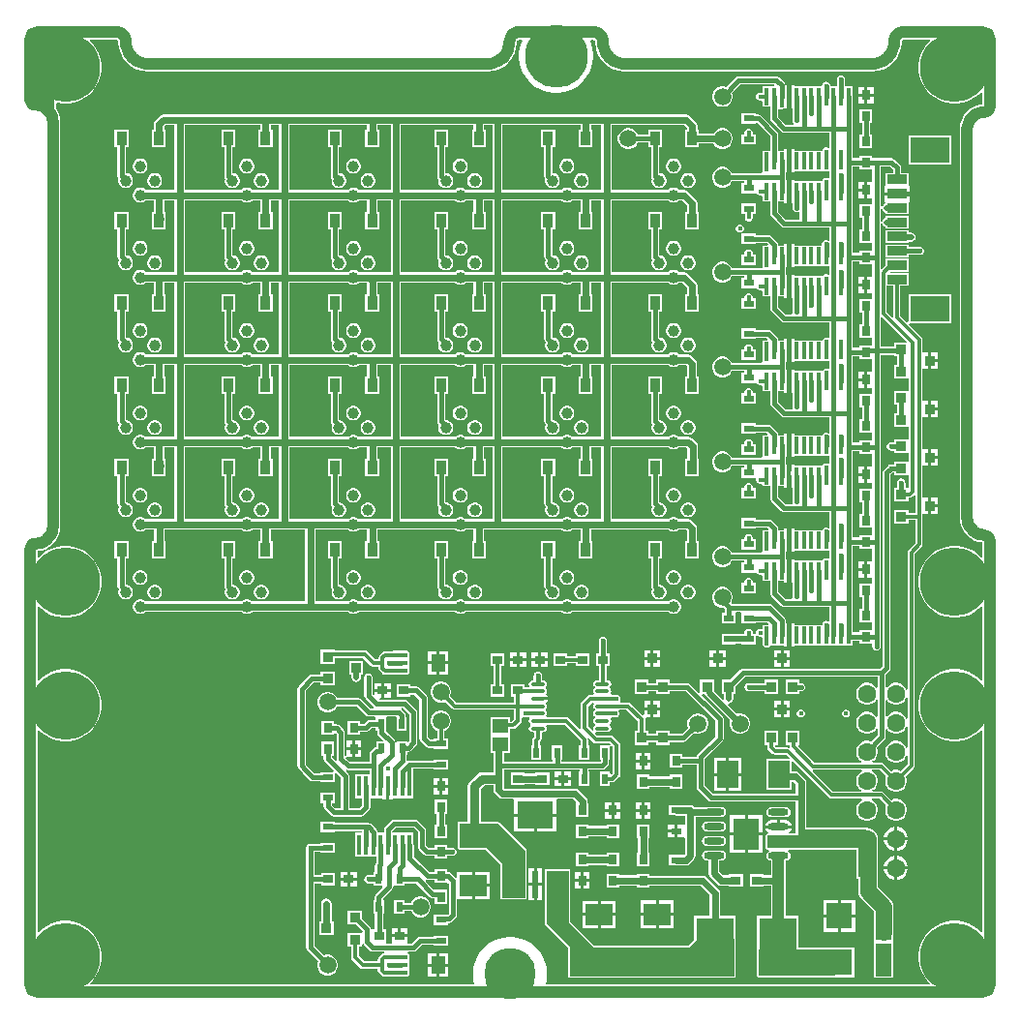
<source format=gbr>
G04*
G04 #@! TF.GenerationSoftware,Altium Limited,Altium Designer,24.1.2 (44)*
G04*
G04 Layer_Physical_Order=4*
G04 Layer_Color=16711680*
%FSLAX44Y44*%
%MOMM*%
G71*
G04*
G04 #@! TF.SameCoordinates,E5F7653D-5FC0-4154-B66B-F321A2D7D9BC*
G04*
G04*
G04 #@! TF.FilePolarity,Positive*
G04*
G01*
G75*
%ADD11C,0.4000*%
%ADD13C,0.2540*%
%ADD14C,1.0000*%
%ADD28C,0.3000*%
%ADD29C,0.6000*%
%ADD34C,0.6000*%
%ADD35C,4.5000*%
%ADD36C,0.9000*%
%ADD37C,5.5000*%
%ADD38C,1.2000*%
%ADD39C,6.0000*%
%ADD40C,1.0000*%
%ADD41C,1.6000*%
%ADD42R,1.6000X1.6000*%
%ADD43C,0.4000*%
%ADD44C,1.6000*%
%ADD50C,0.5000*%
%ADD51C,0.3500*%
%ADD58R,0.4000X1.5000*%
%ADD59R,0.9000X0.9500*%
%ADD60R,0.9000X0.6000*%
%ADD61R,0.8000X0.9000*%
%ADD62R,3.1725X2.3455*%
%ADD63R,0.6325X2.3455*%
%ADD64R,0.9500X0.9000*%
%ADD65R,0.9000X0.8000*%
%ADD66C,1.5000*%
%ADD67R,0.6000X0.9000*%
%ADD68R,0.4000X1.8000*%
%ADD69R,1.2700X0.4000*%
%ADD70R,1.2700X1.5500*%
%ADD71R,2.3000X2.8000*%
%ADD72O,1.8000X0.6000*%
%ADD73R,1.4000X1.4000*%
%ADD74R,2.3000X2.2860*%
%ADD75R,3.5000X2.2098*%
%ADD76O,1.2500X0.3500*%
%ADD77R,3.3000X3.1500*%
%ADD78R,1.4000X1.3000*%
%ADD79R,2.3622X1.8796*%
%ADD80R,1.8796X2.3622*%
%ADD81R,0.9100X1.2200*%
%ADD82R,1.7018X0.8128*%
%ADD83C,0.8000*%
%ADD84C,0.3800*%
%ADD85C,1.4000*%
%ADD86R,3.1000X3.5950*%
%ADD87R,1.8628X6.7310*%
%ADD88R,2.7359X2.2916*%
%ADD89R,2.0320X2.6670*%
%ADD90R,1.2700X0.3810*%
%ADD91R,1.3910X1.5133*%
G36*
X792586Y837134D02*
X789973Y834521D01*
X787059Y830510D01*
X784808Y826092D01*
X783276Y821376D01*
X782500Y816479D01*
Y811521D01*
X783276Y806624D01*
X784808Y801908D01*
X787059Y797490D01*
X789973Y793479D01*
X793479Y789973D01*
X797490Y787059D01*
X801908Y784808D01*
X806624Y783276D01*
X811521Y782500D01*
X816479D01*
X821376Y783276D01*
X826092Y784808D01*
X830510Y787059D01*
X834521Y789973D01*
X837134Y792586D01*
X838404Y792060D01*
Y781487D01*
X835778Y781228D01*
X831718Y779997D01*
X827976Y777997D01*
X824696Y775305D01*
X822004Y772025D01*
X820004Y768283D01*
X818773Y764223D01*
X818363Y760062D01*
X818363D01*
X818404Y758810D01*
Y420000D01*
X818356D01*
X818772Y415777D01*
X820003Y411717D01*
X822003Y407975D01*
X824695Y404695D01*
X827975Y402004D01*
X831717Y400003D01*
X835777Y398772D01*
X838404Y398513D01*
Y385940D01*
X837134Y385414D01*
X834521Y388027D01*
X830510Y390941D01*
X826092Y393192D01*
X821376Y394724D01*
X816479Y395500D01*
X811521D01*
X806624Y394724D01*
X801908Y393192D01*
X797490Y390941D01*
X793479Y388027D01*
X789973Y384521D01*
X787059Y380510D01*
X784808Y376092D01*
X783276Y371376D01*
X782500Y366479D01*
Y361521D01*
X783276Y356624D01*
X784808Y351908D01*
X787059Y347490D01*
X789973Y343479D01*
X793479Y339973D01*
X797490Y337059D01*
X801908Y334808D01*
X806624Y333276D01*
X811521Y332500D01*
X816479D01*
X821376Y333276D01*
X826092Y334808D01*
X830510Y337059D01*
X834521Y339973D01*
X837134Y342586D01*
X838404Y342060D01*
X838404Y277940D01*
X837134Y277414D01*
X834521Y280027D01*
X830510Y282941D01*
X826092Y285192D01*
X821376Y286724D01*
X816479Y287500D01*
X811521D01*
X806624Y286724D01*
X801908Y285192D01*
X797490Y282941D01*
X793479Y280027D01*
X789973Y276521D01*
X787059Y272510D01*
X784808Y268092D01*
X783276Y263376D01*
X782500Y258479D01*
Y253521D01*
X783276Y248624D01*
X784808Y243908D01*
X787059Y239490D01*
X789973Y235479D01*
X793479Y231973D01*
X797490Y229059D01*
X801908Y226808D01*
X806624Y225276D01*
X811521Y224500D01*
X816479D01*
X821376Y225276D01*
X826092Y226808D01*
X830510Y229059D01*
X834521Y231973D01*
X837134Y234586D01*
X838404Y234060D01*
X838404Y57940D01*
X837134Y57414D01*
X834521Y60027D01*
X830510Y62941D01*
X826092Y65192D01*
X821376Y66724D01*
X816479Y67500D01*
X811521D01*
X806624Y66724D01*
X801908Y65192D01*
X797490Y62941D01*
X793479Y60027D01*
X789973Y56521D01*
X787059Y52510D01*
X784808Y48092D01*
X783276Y43376D01*
X782500Y38479D01*
Y33521D01*
X783276Y28624D01*
X784808Y23908D01*
X787059Y19490D01*
X789973Y15479D01*
X792586Y12866D01*
X792060Y11596D01*
X456997Y11596D01*
X456224Y12604D01*
X456780Y14678D01*
X457333Y18881D01*
Y23119D01*
X456780Y27322D01*
X455683Y31416D01*
X454061Y35331D01*
X451942Y39002D01*
X449362Y42365D01*
X446365Y45362D01*
X443002Y47942D01*
X439331Y50061D01*
X435416Y51683D01*
X431321Y52780D01*
X427119Y53334D01*
X422881D01*
X418679Y52780D01*
X414584Y51683D01*
X410668Y50061D01*
X406998Y47942D01*
X403635Y45362D01*
X400638Y42365D01*
X398058Y39002D01*
X395939Y35331D01*
X394317Y31416D01*
X393220Y27322D01*
X392666Y23119D01*
Y18881D01*
X393220Y14678D01*
X393776Y12604D01*
X393003Y11596D01*
X57940Y11596D01*
X57414Y12866D01*
X60027Y15479D01*
X62941Y19490D01*
X65192Y23908D01*
X66724Y28624D01*
X67500Y33521D01*
Y38479D01*
X66724Y43376D01*
X65192Y48092D01*
X62941Y52510D01*
X60027Y56521D01*
X56521Y60027D01*
X52510Y62941D01*
X48092Y65192D01*
X43376Y66724D01*
X38479Y67500D01*
X33521D01*
X28624Y66724D01*
X23908Y65192D01*
X19490Y62941D01*
X15479Y60027D01*
X12866Y57414D01*
X11596Y57940D01*
X11596Y234060D01*
X12866Y234586D01*
X15479Y231973D01*
X19490Y229059D01*
X23908Y226808D01*
X28624Y225276D01*
X33521Y224500D01*
X38479D01*
X43376Y225276D01*
X48092Y226808D01*
X52510Y229059D01*
X56521Y231973D01*
X60027Y235479D01*
X62941Y239490D01*
X65192Y243908D01*
X66724Y248624D01*
X67500Y253521D01*
Y258479D01*
X66724Y263376D01*
X65192Y268092D01*
X62941Y272510D01*
X60027Y276521D01*
X56521Y280027D01*
X52510Y282941D01*
X48092Y285192D01*
X43376Y286724D01*
X38479Y287500D01*
X33521D01*
X28624Y286724D01*
X23908Y285192D01*
X19490Y282941D01*
X15479Y280027D01*
X12866Y277414D01*
X11596Y277940D01*
Y342060D01*
X12866Y342586D01*
X15479Y339973D01*
X19490Y337059D01*
X23908Y334808D01*
X28624Y333276D01*
X33521Y332500D01*
X38479D01*
X43376Y333276D01*
X48092Y334808D01*
X52510Y337059D01*
X56521Y339973D01*
X60027Y343479D01*
X62941Y347490D01*
X65192Y351908D01*
X66724Y356624D01*
X67500Y361521D01*
Y366479D01*
X66724Y371376D01*
X65192Y376092D01*
X62941Y380510D01*
X60027Y384521D01*
X56521Y388027D01*
X52510Y390941D01*
X48092Y393192D01*
X43376Y394724D01*
X38479Y395500D01*
X33521D01*
X28624Y394724D01*
X23908Y393192D01*
X19490Y390941D01*
X15479Y388027D01*
X12866Y385414D01*
X11596Y385940D01*
Y390943D01*
X14223Y391202D01*
X18283Y392433D01*
X22025Y394434D01*
X25305Y397125D01*
X27997Y400405D01*
X29997Y404147D01*
X31228Y408207D01*
X31644Y412430D01*
X31596D01*
Y766130D01*
X31644D01*
X31228Y770353D01*
X29997Y774413D01*
X27997Y778155D01*
X27872Y778307D01*
Y782360D01*
X29142Y783194D01*
X33521Y782500D01*
X38479D01*
X43376Y783276D01*
X48092Y784808D01*
X52510Y787059D01*
X56521Y789973D01*
X60027Y793479D01*
X62941Y797490D01*
X65192Y801908D01*
X66724Y806624D01*
X67500Y811521D01*
Y816479D01*
X66724Y821376D01*
X65192Y826092D01*
X62941Y830510D01*
X60027Y834521D01*
X57414Y837134D01*
X57940Y838404D01*
X78733Y838404D01*
X80003Y838378D01*
X80003Y838378D01*
X80910Y838198D01*
X81682Y837682D01*
X82039Y837147D01*
X82336Y836000D01*
X82337Y836000D01*
X82830Y830993D01*
X84290Y826179D01*
X86662Y821742D01*
X89853Y817853D01*
X93742Y814661D01*
X98179Y812290D01*
X102993Y810830D01*
X108000Y810337D01*
Y810404D01*
X405300D01*
Y810337D01*
X410307Y810830D01*
X415121Y812290D01*
X419558Y814661D01*
X423447Y817853D01*
X426638Y821742D01*
X429010Y826179D01*
X430470Y830993D01*
X430964Y836000D01*
X430964D01*
X431261Y837147D01*
X431618Y837682D01*
X432390Y838198D01*
X433300Y838379D01*
Y838404D01*
X434894D01*
X435743Y837134D01*
X434617Y834416D01*
X433520Y830322D01*
X432966Y826119D01*
Y821881D01*
X433520Y817679D01*
X434617Y813584D01*
X436239Y809669D01*
X438358Y805998D01*
X440938Y802635D01*
X443935Y799638D01*
X447298Y797058D01*
X450969Y794939D01*
X454884Y793317D01*
X458979Y792220D01*
X463181Y791666D01*
X467419D01*
X471622Y792220D01*
X475716Y793317D01*
X479632Y794939D01*
X483302Y797058D01*
X486665Y799638D01*
X489662Y802635D01*
X492242Y805998D01*
X494361Y809669D01*
X495983Y813584D01*
X497080Y817679D01*
X497634Y821881D01*
Y826119D01*
X497080Y830322D01*
X495983Y834416D01*
X494857Y837134D01*
X495706Y838404D01*
X497300D01*
Y838379D01*
X498210Y838198D01*
X498982Y837682D01*
X499339Y837147D01*
X499636Y836000D01*
X499636Y836000D01*
X500130Y830993D01*
X501590Y826179D01*
X503961Y821742D01*
X507153Y817853D01*
X511042Y814661D01*
X515479Y812290D01*
X520293Y810830D01*
X525300Y810337D01*
Y810404D01*
X742000D01*
Y810337D01*
X747007Y810830D01*
X751821Y812290D01*
X756258Y814661D01*
X760147Y817853D01*
X763338Y821742D01*
X765710Y826179D01*
X767170Y830993D01*
X767663Y836000D01*
X767664D01*
X767961Y837147D01*
X768318Y837682D01*
X769090Y838198D01*
X770000Y838379D01*
Y838404D01*
X792060D01*
X792586Y837134D01*
D02*
G37*
%LPC*%
G36*
X714515Y807083D02*
X714170Y807014D01*
X713819D01*
X713494Y806880D01*
X713149Y806811D01*
X712857Y806616D01*
X712532Y806481D01*
X712284Y806233D01*
X711992Y806038D01*
X711796Y805745D01*
X711548Y805497D01*
X711413Y805172D01*
X711218Y804880D01*
X711150Y804535D01*
X711015Y804211D01*
Y803859D01*
X710946Y803514D01*
Y797546D01*
X705084D01*
Y797989D01*
X705015Y798334D01*
Y798685D01*
X704881Y799010D01*
X704812Y799355D01*
X704617Y799647D01*
X704482Y799972D01*
X704234Y800220D01*
X704038Y800512D01*
X703746Y800708D01*
X703498Y800956D01*
X703173Y801091D01*
X702881Y801286D01*
X702536Y801355D01*
X702211Y801489D01*
X701860D01*
X701515Y801557D01*
X701170Y801489D01*
X700819D01*
X700494Y801355D01*
X700149Y801286D01*
X699857Y801091D01*
X699532Y800956D01*
X699284Y800708D01*
X698992Y800512D01*
X698796Y800220D01*
X698548Y799972D01*
X698413Y799647D01*
X698218Y799355D01*
X698149Y799010D01*
X698015Y798685D01*
Y798334D01*
X697946Y797989D01*
Y797546D01*
X673555D01*
Y798586D01*
X670285D01*
Y788546D01*
Y778506D01*
X671946D01*
Y768314D01*
X672015Y767969D01*
Y767385D01*
X672548Y766099D01*
X673456Y765191D01*
X673425Y764820D01*
X673096Y763921D01*
X666383D01*
X659584Y770720D01*
Y777372D01*
X660854Y777950D01*
X661819Y777550D01*
X663211D01*
X664498Y778083D01*
X664921Y778506D01*
X667745D01*
Y788546D01*
Y798586D01*
X665999D01*
X665812Y799525D01*
X665038Y800682D01*
X660417Y805303D01*
X659260Y806077D01*
X657894Y806348D01*
X625104D01*
X623738Y806077D01*
X622580Y805303D01*
X614238Y796961D01*
X612055Y797546D01*
X609685D01*
X607396Y796933D01*
X605344Y795748D01*
X603668Y794072D01*
X602483Y792020D01*
X601870Y789731D01*
Y787361D01*
X602483Y785072D01*
X603668Y783020D01*
X605344Y781344D01*
X607396Y780159D01*
X609685Y779546D01*
X612055D01*
X614344Y780159D01*
X616396Y781344D01*
X618072Y783020D01*
X619257Y785072D01*
X619870Y787361D01*
Y789731D01*
X619285Y791914D01*
X626582Y799211D01*
X655740D01*
X656034Y798816D01*
X655395Y797546D01*
X646015D01*
Y792829D01*
X644745Y791980D01*
X644586Y792046D01*
X643194D01*
X641907Y791513D01*
X640923Y790529D01*
X640390Y789242D01*
Y787850D01*
X640923Y786563D01*
X641907Y785579D01*
X643194Y785046D01*
X644586D01*
X644745Y785112D01*
X646015Y784263D01*
Y779546D01*
X652446D01*
Y769242D01*
X652718Y767876D01*
X653492Y766719D01*
X662382Y757829D01*
X663539Y757055D01*
X664905Y756783D01*
X704446D01*
Y744088D01*
X703176Y743510D01*
X702211Y743910D01*
X700819D01*
X699532Y743377D01*
X698548Y742393D01*
X698036Y741158D01*
X673555D01*
Y742198D01*
X670285D01*
Y732158D01*
Y722118D01*
X673555D01*
Y723158D01*
X704446D01*
Y717729D01*
X703176Y717092D01*
X702312Y717450D01*
X700920D01*
X699633Y716917D01*
X698649Y715932D01*
X698116Y714646D01*
Y714564D01*
X673555D01*
Y715603D01*
X670285D01*
Y705564D01*
Y695524D01*
X671946D01*
Y691302D01*
X672059Y690734D01*
Y690562D01*
X672125Y690403D01*
X672218Y689937D01*
X672482Y689542D01*
X672592Y689275D01*
X672796Y689071D01*
X672992Y688779D01*
X673036Y688735D01*
X673328Y688539D01*
X673577Y688291D01*
X673902Y688156D01*
X674194Y687961D01*
X674538Y687893D01*
X674863Y687758D01*
X675215D01*
X675559Y687689D01*
X675904Y687758D01*
X676256D01*
X676580Y687893D01*
X676925Y687961D01*
X677176Y688129D01*
X677330Y688099D01*
X678162Y687679D01*
X678446Y687399D01*
Y680938D01*
X666383D01*
X659584Y687738D01*
Y696564D01*
X664475D01*
Y695524D01*
X667745D01*
Y705564D01*
Y715603D01*
X666084D01*
Y722118D01*
X667745D01*
Y732158D01*
Y742198D01*
X664475D01*
Y741158D01*
X659584D01*
Y755650D01*
X659312Y757016D01*
X658538Y758173D01*
X644946Y771765D01*
X643789Y772539D01*
X642423Y772811D01*
X639730D01*
Y773742D01*
X627730D01*
Y764742D01*
X639730D01*
Y765540D01*
X641000Y765618D01*
X652446Y754172D01*
Y741158D01*
X646015D01*
Y725866D01*
Y723158D01*
X646015D01*
X646221Y722749D01*
X645438Y721479D01*
X619202D01*
X618072Y723437D01*
X616396Y725112D01*
X614344Y726297D01*
X612055Y726910D01*
X609685D01*
X607396Y726297D01*
X605344Y725112D01*
X603668Y723437D01*
X602483Y721384D01*
X601870Y719095D01*
Y716726D01*
X602483Y714437D01*
X603668Y712384D01*
X605344Y710709D01*
X607396Y709524D01*
X609685Y708911D01*
X612055D01*
X614344Y709524D01*
X616396Y710709D01*
X618072Y712384D01*
X619202Y714342D01*
X630271D01*
Y712999D01*
X627730D01*
Y703999D01*
X639730D01*
X639730Y703999D01*
Y703999D01*
X640896Y703647D01*
X640923Y703581D01*
X641907Y702596D01*
X643194Y702064D01*
X644586D01*
X644745Y702129D01*
X646015Y701281D01*
Y696564D01*
X652446D01*
Y686260D01*
X652718Y684894D01*
X653492Y683736D01*
X662382Y674846D01*
X663539Y674073D01*
X664905Y673801D01*
X704446D01*
Y663184D01*
X704134Y662905D01*
X703176Y662470D01*
X703173Y662471D01*
X702881Y662666D01*
X702536Y662735D01*
X702211Y662869D01*
X701860D01*
X701515Y662938D01*
X701170Y662869D01*
X700819D01*
X700494Y662735D01*
X700149Y662666D01*
X699857Y662471D01*
X699532Y662337D01*
X699284Y662088D01*
X698992Y661893D01*
X698796Y661601D01*
X698548Y661352D01*
X698413Y661027D01*
X698218Y660735D01*
X698149Y660390D01*
X698015Y660066D01*
Y659714D01*
X697946Y659370D01*
Y658176D01*
X673555D01*
Y659215D01*
X670285D01*
Y649176D01*
Y639136D01*
X673555D01*
Y640176D01*
X704446D01*
Y633295D01*
X704134Y633017D01*
X703176Y632581D01*
X702211Y632981D01*
X700819D01*
X699532Y632448D01*
X698665Y631581D01*
X673555D01*
Y632621D01*
X670285D01*
Y622581D01*
Y612541D01*
X671946D01*
Y600148D01*
X672015Y599804D01*
Y599327D01*
X672057Y599226D01*
X671604Y598247D01*
X671508Y598163D01*
X671208Y597956D01*
X666383D01*
X659584Y604755D01*
Y613581D01*
X664475D01*
Y612541D01*
X667745D01*
Y622581D01*
Y632621D01*
X666084D01*
Y639136D01*
X667745D01*
Y649176D01*
Y659215D01*
X664475D01*
Y658176D01*
X659584D01*
Y659109D01*
X659312Y660474D01*
X658538Y661632D01*
X653627Y666543D01*
X652470Y667317D01*
X651104Y667588D01*
X639730D01*
Y668520D01*
X627730D01*
Y659520D01*
X639730D01*
Y660451D01*
X649626D01*
X650728Y659349D01*
X650242Y658176D01*
X646015D01*
Y640176D01*
X646015D01*
X645891Y638957D01*
X645687Y638569D01*
X619175D01*
X618072Y640479D01*
X616396Y642155D01*
X614344Y643339D01*
X612055Y643953D01*
X609685D01*
X607396Y643339D01*
X605344Y642155D01*
X603668Y640479D01*
X602483Y638427D01*
X601870Y636138D01*
Y633768D01*
X602483Y631479D01*
X603668Y629427D01*
X605344Y627751D01*
X607396Y626566D01*
X609685Y625953D01*
X612055D01*
X614344Y626566D01*
X616396Y627751D01*
X618072Y629427D01*
X619229Y631431D01*
X630161D01*
Y630017D01*
X627730D01*
Y621017D01*
X639730D01*
X639730Y621017D01*
Y621017D01*
X640896Y620664D01*
X640923Y620599D01*
X641907Y619614D01*
X643194Y619081D01*
X644586D01*
X644745Y619147D01*
X646015Y618298D01*
Y613581D01*
X652446D01*
Y603277D01*
X652718Y601912D01*
X653492Y600754D01*
X662382Y591864D01*
X663539Y591090D01*
X664905Y590819D01*
X704446D01*
Y577718D01*
X703176Y577140D01*
X702211Y577540D01*
X700819D01*
X699532Y577007D01*
X698548Y576023D01*
X698204Y575193D01*
X673555D01*
Y576233D01*
X670285D01*
Y566193D01*
Y556153D01*
X673555D01*
Y557193D01*
X704446D01*
Y550649D01*
X703176Y550071D01*
X702211Y550471D01*
X700819D01*
X699532Y549938D01*
X698548Y548954D01*
X698401Y548599D01*
X673555D01*
Y549639D01*
X670285D01*
Y539599D01*
Y529559D01*
X671946D01*
Y517426D01*
X672015Y517081D01*
Y516679D01*
X672169Y516307D01*
X672182Y516243D01*
X671887Y515513D01*
X671797Y515365D01*
X671347Y514973D01*
X666383D01*
X659584Y521773D01*
Y530599D01*
X664475D01*
Y529559D01*
X667745D01*
Y539599D01*
Y549639D01*
X666084D01*
Y554338D01*
X666084Y554338D01*
Y556153D01*
X667745D01*
Y566193D01*
Y576233D01*
X664475D01*
Y575193D01*
X659584D01*
Y575996D01*
X659312Y577362D01*
X658538Y578520D01*
X653497Y583560D01*
X652340Y584334D01*
X650974Y584606D01*
X639730D01*
Y585537D01*
X627730D01*
Y576537D01*
X639730D01*
Y577469D01*
X649496D01*
X650598Y576367D01*
X650112Y575193D01*
X646015D01*
Y557193D01*
X646015D01*
X646059Y556812D01*
X645018Y555564D01*
X619202D01*
X618072Y557521D01*
X616396Y559197D01*
X614344Y560382D01*
X612055Y560995D01*
X609685D01*
X607396Y560382D01*
X605344Y559197D01*
X603668Y557521D01*
X602483Y555469D01*
X601870Y553180D01*
Y550810D01*
X602483Y548521D01*
X603668Y546469D01*
X605344Y544793D01*
X607396Y543609D01*
X609685Y542995D01*
X612055D01*
X614344Y543609D01*
X616396Y544793D01*
X618072Y546469D01*
X619202Y548427D01*
X630161D01*
Y547035D01*
X627730D01*
Y538035D01*
X639730D01*
X639730Y538035D01*
Y538035D01*
X639730Y538035D01*
X640906Y537808D01*
X640923Y537767D01*
X641907Y536783D01*
X643194Y536250D01*
X644586D01*
X644745Y536316D01*
X646015Y535467D01*
Y530599D01*
X652446D01*
Y520295D01*
X652718Y518929D01*
X653492Y517771D01*
X662382Y508881D01*
X663539Y508108D01*
X664905Y507836D01*
X704446D01*
Y494740D01*
X704133Y494460D01*
X703176Y494026D01*
X703171Y494028D01*
X702879Y494223D01*
X702535Y494292D01*
X702210Y494426D01*
X701858D01*
X701514Y494495D01*
X701169Y494426D01*
X700817D01*
X700493Y494292D01*
X700148Y494223D01*
X699856Y494028D01*
X699531Y493894D01*
X699283Y493645D01*
X698990Y493450D01*
X698795Y493158D01*
X698547Y492909D01*
X698412Y492584D01*
X698217Y492292D01*
X698201Y492211D01*
X673555D01*
Y493251D01*
X670285D01*
Y483211D01*
Y473171D01*
X673555D01*
Y474211D01*
X704446D01*
Y467722D01*
X703176Y467134D01*
X702228Y467527D01*
X700836D01*
X699550Y466994D01*
X698565Y466010D01*
X698402Y465616D01*
X673555D01*
Y466656D01*
X670285D01*
Y456616D01*
Y446576D01*
X671946D01*
Y434139D01*
X672029Y433725D01*
Y433429D01*
X672099Y433261D01*
X671978Y432920D01*
X671468Y432189D01*
X671214Y431991D01*
X666383D01*
X659584Y438791D01*
Y447616D01*
X664475D01*
Y446576D01*
X667745D01*
Y456616D01*
Y466656D01*
X666084D01*
Y473171D01*
X667745D01*
Y483211D01*
Y493251D01*
X664475D01*
Y492211D01*
X659584D01*
Y492972D01*
X659312Y494338D01*
X658538Y495495D01*
X653456Y500578D01*
X652298Y501352D01*
X650932Y501623D01*
X639730D01*
Y502555D01*
X627730D01*
Y493555D01*
X639730D01*
Y494486D01*
X649454D01*
X650556Y493384D01*
X650070Y492211D01*
X646015D01*
Y474211D01*
X646015Y474211D01*
X646029Y473799D01*
X644922Y472606D01*
X619202D01*
X618072Y474564D01*
X616396Y476239D01*
X614344Y477424D01*
X612055Y478038D01*
X609685D01*
X607396Y477424D01*
X605344Y476239D01*
X603668Y474564D01*
X602483Y472511D01*
X601870Y470223D01*
Y467853D01*
X602483Y465564D01*
X603668Y463512D01*
X605344Y461836D01*
X607396Y460651D01*
X609685Y460038D01*
X612055D01*
X614344Y460651D01*
X616396Y461836D01*
X618072Y463512D01*
X619202Y465469D01*
X630161D01*
Y464052D01*
X627730D01*
Y455052D01*
X638774D01*
X639416Y455052D01*
X640183Y454292D01*
D01*
X640183Y454292D01*
X640183Y454292D01*
X640390Y453125D01*
Y452694D01*
X640923Y451407D01*
X641907Y450423D01*
X643194Y449890D01*
X644586D01*
X644745Y449956D01*
X646015Y449107D01*
Y447616D01*
X652446D01*
Y437312D01*
X652718Y435947D01*
X653492Y434789D01*
X662382Y425899D01*
X663539Y425126D01*
X664905Y424854D01*
X704446D01*
Y411645D01*
X704149Y411366D01*
X703194Y410911D01*
X702902Y411106D01*
X702557Y411174D01*
X702233Y411309D01*
X701881D01*
X701536Y411377D01*
X701192Y411309D01*
X700840D01*
X700516Y411174D01*
X700171Y411106D01*
X699879Y410910D01*
X699554Y410776D01*
X699305Y410527D01*
X699013Y410332D01*
X698992Y410311D01*
X698796Y410019D01*
X698569Y409791D01*
X698446Y409495D01*
X698268Y409228D01*
X673555D01*
Y410268D01*
X670285D01*
Y400229D01*
Y390188D01*
X673555D01*
Y391228D01*
X704446D01*
Y385045D01*
X703176Y384441D01*
X702255Y384823D01*
X700863D01*
X699576Y384290D01*
X698592Y383305D01*
X698314Y382634D01*
X673555D01*
Y383674D01*
X670285D01*
Y373634D01*
Y363594D01*
X671946D01*
Y351805D01*
X671928Y351761D01*
Y351409D01*
X671859Y351065D01*
X671928Y350720D01*
Y350368D01*
X671965Y350279D01*
X671683Y349598D01*
X671317Y349169D01*
X671072Y349009D01*
X666383D01*
X659584Y355808D01*
Y364634D01*
X664475D01*
Y363594D01*
X667745D01*
Y373634D01*
Y383674D01*
X666084D01*
Y390188D01*
X667745D01*
Y400229D01*
Y410268D01*
X664475D01*
Y409228D01*
X659584D01*
Y410785D01*
X659312Y412151D01*
X658538Y413308D01*
X654251Y417596D01*
X653093Y418369D01*
X651728Y418641D01*
X639730D01*
Y419572D01*
X627730D01*
Y410572D01*
X639730D01*
Y411504D01*
X650249D01*
X651255Y410498D01*
X650729Y409228D01*
X646015D01*
Y393559D01*
X645979Y393473D01*
Y392081D01*
X646015Y391995D01*
Y391228D01*
X646015Y391228D01*
X646022Y390852D01*
X644893Y389649D01*
X619202D01*
X618072Y391606D01*
X616396Y393282D01*
X614344Y394467D01*
X612055Y395080D01*
X609685D01*
X607396Y394467D01*
X605344Y393282D01*
X603668Y391606D01*
X602483Y389554D01*
X601870Y387265D01*
Y384895D01*
X602483Y382606D01*
X603668Y380554D01*
X605344Y378878D01*
X607396Y377693D01*
X609685Y377080D01*
X612055D01*
X614344Y377693D01*
X616396Y378878D01*
X618072Y380554D01*
X619202Y382511D01*
X630161D01*
Y381070D01*
X627730D01*
Y372070D01*
X639730D01*
X639730Y372070D01*
Y372070D01*
X640896Y371717D01*
X640923Y371651D01*
X641907Y370667D01*
X643194Y370134D01*
X644586D01*
X644745Y370200D01*
X646015Y369351D01*
Y364634D01*
X652446D01*
Y354330D01*
X652718Y352964D01*
X653492Y351807D01*
X662382Y342917D01*
X663539Y342143D01*
X664905Y341871D01*
X704446D01*
Y330245D01*
X704160Y329965D01*
X703317Y329543D01*
X703176Y329517D01*
X702922Y329687D01*
X702577Y329756D01*
X702252Y329890D01*
X701901D01*
X701556Y329959D01*
X701211Y329890D01*
X700860D01*
X700535Y329756D01*
X700190Y329687D01*
X699898Y329492D01*
X699573Y329357D01*
X699325Y329109D01*
X699033Y328913D01*
X698992Y328872D01*
X698796Y328580D01*
X698589Y328373D01*
X698476Y328101D01*
X698218Y327715D01*
X698127Y327259D01*
X698056Y327086D01*
Y326899D01*
X697946Y326349D01*
Y326246D01*
X673555D01*
Y327286D01*
X670285D01*
Y317246D01*
Y307206D01*
X673555D01*
Y308246D01*
X724515D01*
Y312544D01*
X730970D01*
Y310113D01*
X741921D01*
Y307340D01*
X741990Y306995D01*
Y306644D01*
X742124Y306319D01*
X742193Y305974D01*
X742388Y305682D01*
X742523Y305357D01*
X742771Y305109D01*
X742967Y304817D01*
X743259Y304621D01*
X743507Y304373D01*
X743832Y304238D01*
X744124Y304043D01*
X744469Y303974D01*
X744794Y303840D01*
X745145D01*
X745490Y303771D01*
X745835Y303840D01*
X746186D01*
X746511Y303974D01*
X746856Y304043D01*
X747148Y304238D01*
X747473Y304373D01*
X747721Y304621D01*
X748013Y304817D01*
X748209Y305109D01*
X748457Y305357D01*
X748592Y305682D01*
X748787Y305974D01*
X748856Y306319D01*
X748990Y306644D01*
Y306995D01*
X749059Y307340D01*
Y316113D01*
Y399095D01*
Y482078D01*
Y562531D01*
X761030D01*
Y561030D01*
X763711D01*
Y554030D01*
X761030D01*
Y542030D01*
X773530D01*
X774181Y541030D01*
Y531697D01*
X773530Y530697D01*
X772911Y530697D01*
X761030D01*
Y518697D01*
X763511D01*
Y511697D01*
X761030D01*
Y499697D01*
X772911D01*
X773530Y499697D01*
X774181Y498696D01*
Y489364D01*
X773530Y488363D01*
X772911Y488363D01*
X761030D01*
Y485932D01*
X758190D01*
X757845Y485863D01*
X757494D01*
X757169Y485729D01*
X756824Y485660D01*
X756532Y485465D01*
X756207Y485331D01*
X755959Y485082D01*
X755667Y484887D01*
X755471Y484594D01*
X755223Y484346D01*
X755088Y484021D01*
X754893Y483729D01*
X754825Y483384D01*
X754690Y483060D01*
Y482708D01*
X754621Y482363D01*
X754690Y482019D01*
Y481667D01*
X754825Y481342D01*
X754893Y480998D01*
X755088Y480705D01*
X755223Y480381D01*
X755471Y480132D01*
X755667Y479840D01*
X755959Y479645D01*
X756207Y479396D01*
X756532Y479262D01*
X756824Y479066D01*
X757169Y478998D01*
X757494Y478863D01*
X757845D01*
X758190Y478795D01*
X761030D01*
Y476363D01*
X772911D01*
X773530Y476363D01*
X774181Y475363D01*
Y470364D01*
X773530Y469363D01*
X772911Y469363D01*
X761030D01*
Y466932D01*
X758190D01*
X757845Y466863D01*
X757494D01*
X757169Y466729D01*
X756824Y466660D01*
X756532Y466465D01*
X756207Y466330D01*
X755959Y466082D01*
X755667Y465887D01*
X751656Y461876D01*
X750883Y460719D01*
X750611Y459353D01*
Y289968D01*
X748692Y288049D01*
X628820D01*
X627455Y287777D01*
X626297Y287003D01*
X617524Y278230D01*
X610320D01*
Y265730D01*
X612242D01*
Y261620D01*
X612281Y261423D01*
X611111Y260797D01*
X603399Y268509D01*
Y269980D01*
X603399Y269980D01*
X603320Y270374D01*
Y278230D01*
X591320D01*
Y267556D01*
X590147Y267070D01*
X582713Y274503D01*
X581556Y275277D01*
X580190Y275549D01*
X564931D01*
Y278230D01*
X552931D01*
Y275549D01*
X545931D01*
Y278230D01*
X533931D01*
Y265730D01*
X545931D01*
Y268411D01*
X552931D01*
Y265730D01*
X564931D01*
Y268411D01*
X578712D01*
X604761Y242362D01*
Y228808D01*
X589297Y213343D01*
X588523Y212186D01*
X588251Y210820D01*
Y210816D01*
X575730D01*
Y213247D01*
X564730D01*
Y201247D01*
X575730D01*
Y203678D01*
X588251D01*
Y184461D01*
X588523Y183096D01*
X589297Y181938D01*
X598498Y172737D01*
X599656Y171963D01*
X601021Y171691D01*
X674862D01*
Y143864D01*
X669163Y143864D01*
X668778Y145134D01*
X669874Y145866D01*
X671098Y147698D01*
X671276Y148590D01*
X659880D01*
X648484D01*
X648661Y147698D01*
X649886Y145866D01*
X650982Y145134D01*
X650596Y143864D01*
X650434D01*
X649286Y143388D01*
X648811Y142240D01*
Y131329D01*
X649286Y130181D01*
X650434Y129705D01*
X651345D01*
X651730Y128435D01*
X650636Y127704D01*
X649641Y126216D01*
X649292Y124460D01*
X649641Y122704D01*
X650636Y121216D01*
X652124Y120221D01*
X653324Y119983D01*
Y107458D01*
X646630D01*
Y108370D01*
X634630D01*
Y97370D01*
X646630D01*
Y98282D01*
X653324D01*
Y71860D01*
X641130D01*
Y42715D01*
X640996Y42392D01*
Y19538D01*
X641472Y18390D01*
X642620Y17915D01*
X709224D01*
X709744Y18130D01*
X726170D01*
Y43990D01*
X703993D01*
X703930Y44016D01*
X677130D01*
Y71860D01*
X666436D01*
Y104140D01*
Y119983D01*
X667636Y120221D01*
X669124Y121216D01*
X670119Y122704D01*
X670468Y124460D01*
X670119Y126216D01*
X669124Y127704D01*
X668030Y128435D01*
X668416Y129705D01*
X727718D01*
Y113800D01*
X727800Y113177D01*
Y104300D01*
X729727D01*
Y93550D01*
X730019Y91331D01*
X730875Y89263D01*
X732238Y87488D01*
X743267Y76459D01*
Y57940D01*
X743340Y57383D01*
Y50410D01*
X743340Y49440D01*
X743340Y48170D01*
Y34261D01*
X743307Y34183D01*
Y19050D01*
X743783Y17902D01*
X744931Y17426D01*
X758841D01*
X759989Y17902D01*
X760464Y19050D01*
Y34183D01*
X760340Y34483D01*
Y48170D01*
X760340Y49140D01*
X760340Y50410D01*
Y57383D01*
X760413Y57940D01*
Y80010D01*
X760121Y82229D01*
X759265Y84297D01*
X757902Y86072D01*
X746873Y97101D01*
Y112800D01*
X746812Y113267D01*
X746882Y113800D01*
Y139200D01*
X746800Y139823D01*
Y140451D01*
X746637Y141057D01*
X746555Y141680D01*
X746315Y142260D01*
X746153Y142867D01*
X745839Y143411D01*
X745598Y143991D01*
X745216Y144489D01*
X744902Y145033D01*
X744458Y145477D01*
X744075Y145976D01*
X743577Y146358D01*
X743133Y146802D01*
X742589Y147116D01*
X742091Y147498D01*
X741511Y147739D01*
X740967Y148053D01*
X740360Y148215D01*
X739780Y148455D01*
X739157Y148537D01*
X738551Y148700D01*
X737923D01*
X737300Y148782D01*
X736768Y148712D01*
X736600Y148782D01*
X684038D01*
Y189129D01*
X683689Y190885D01*
X682694Y192373D01*
X678202Y196866D01*
X676713Y197861D01*
X674957Y198210D01*
X670972D01*
Y206963D01*
X672145Y207449D01*
X704321Y175273D01*
X705313Y174610D01*
X706484Y174377D01*
X706484Y174377D01*
X732695D01*
X733035Y173107D01*
X731467Y172202D01*
X729698Y170433D01*
X728447Y168267D01*
X727800Y165851D01*
Y163349D01*
X728447Y160933D01*
X729698Y158767D01*
X731467Y156998D01*
X733633Y155747D01*
X736049Y155100D01*
X738551D01*
X740967Y155747D01*
X743133Y156998D01*
X744902Y158767D01*
X746153Y160933D01*
X746800Y163349D01*
Y165851D01*
X746153Y168267D01*
X744902Y170433D01*
X743133Y172202D01*
X741565Y173107D01*
X741905Y174377D01*
X748597D01*
X754162Y168812D01*
X753847Y168267D01*
X753200Y165851D01*
Y163349D01*
X753847Y160933D01*
X755098Y158767D01*
X756867Y156998D01*
X759033Y155747D01*
X761449Y155100D01*
X763951D01*
X766367Y155747D01*
X768533Y156998D01*
X770302Y158767D01*
X771553Y160933D01*
X772200Y163349D01*
Y165851D01*
X771553Y168267D01*
X770302Y170433D01*
X768533Y172202D01*
X766367Y173453D01*
X763951Y174100D01*
X761449D01*
X759033Y173453D01*
X758488Y173138D01*
X752027Y179599D01*
X751035Y180262D01*
X749864Y180495D01*
X749864Y180495D01*
X742376D01*
X742036Y181765D01*
X743133Y182398D01*
X744902Y184167D01*
X746153Y186333D01*
X746800Y188749D01*
Y191251D01*
X746153Y193667D01*
X744902Y195833D01*
X743133Y197602D01*
X741681Y198440D01*
X742021Y199710D01*
X748664D01*
X754162Y194212D01*
X753847Y193667D01*
X753200Y191251D01*
Y188749D01*
X753847Y186333D01*
X755098Y184167D01*
X756867Y182398D01*
X759033Y181147D01*
X761449Y180500D01*
X763951D01*
X766367Y181147D01*
X768533Y182398D01*
X770302Y184167D01*
X771553Y186333D01*
X772200Y188749D01*
Y191251D01*
X771553Y193667D01*
X771238Y194212D01*
X778133Y201107D01*
X778796Y202099D01*
X779029Y203270D01*
Y388623D01*
X785028Y394622D01*
X785028Y394622D01*
X785691Y395615D01*
X785924Y396785D01*
Y423490D01*
X791010D01*
Y430530D01*
Y437570D01*
X785924D01*
Y465823D01*
X791010D01*
Y472863D01*
Y479903D01*
X785924D01*
Y508157D01*
X791010D01*
Y515197D01*
Y522237D01*
X785924D01*
Y550490D01*
X791010D01*
Y557530D01*
Y564570D01*
X785924D01*
Y576035D01*
X785691Y577205D01*
X785028Y578198D01*
X785028Y578198D01*
X774064Y589161D01*
X774591Y590431D01*
X811435D01*
Y615529D01*
X773435D01*
Y591587D01*
X772165Y591061D01*
X766494Y596732D01*
Y622916D01*
X773444D01*
Y634044D01*
X758595D01*
X757917Y635314D01*
X757945Y635358D01*
X760871D01*
X760871Y635357D01*
X761167Y635416D01*
X773444D01*
Y646544D01*
X753426D01*
Y640637D01*
X753339Y640579D01*
X753339Y640579D01*
X750329Y637569D01*
X749059Y638095D01*
Y647700D01*
Y678220D01*
X750329Y678345D01*
X750612Y676919D01*
X751496Y675596D01*
X752819Y674712D01*
X753426Y674592D01*
Y672916D01*
X773444D01*
Y684044D01*
X753426D01*
Y682369D01*
X752819Y682248D01*
X751496Y681364D01*
X750612Y680041D01*
X750329Y678616D01*
X749059Y678741D01*
Y689965D01*
X749183Y690096D01*
X750556Y689702D01*
X750612Y689419D01*
X751496Y688096D01*
X752819Y687212D01*
X753426Y687092D01*
Y685416D01*
X773444D01*
X773444Y696321D01*
X774484Y696876D01*
X774484Y697100D01*
X774484Y697100D01*
Y702210D01*
X763435D01*
X752386D01*
Y697100D01*
X752386Y697100D01*
Y696876D01*
X753426Y696321D01*
X753426Y694869D01*
X752819Y694748D01*
X751496Y693864D01*
X750612Y692541D01*
X750556Y692258D01*
X749183Y691864D01*
X749059Y691996D01*
Y727456D01*
X757207D01*
X759866Y724797D01*
Y721544D01*
X753426D01*
X753426Y710639D01*
X752386Y710084D01*
X752386Y709861D01*
X752386Y709861D01*
Y704750D01*
X763435D01*
X774484D01*
Y709861D01*
X774484Y709861D01*
Y710084D01*
X773444Y710639D01*
X773444Y711354D01*
Y721544D01*
X767004D01*
Y726275D01*
X766732Y727641D01*
X765958Y728798D01*
X761208Y733548D01*
X760051Y734322D01*
X758685Y734594D01*
X741970D01*
Y737025D01*
X730970D01*
Y734594D01*
X724584D01*
Y760352D01*
Y788546D01*
X724515Y788891D01*
Y797546D01*
X718084D01*
Y803514D01*
X718015Y803859D01*
Y804211D01*
X717880Y804535D01*
X717812Y804880D01*
X717617Y805172D01*
X717482Y805497D01*
X717234Y805745D01*
X717038Y806038D01*
X716746Y806233D01*
X716498Y806481D01*
X716173Y806616D01*
X715881Y806811D01*
X715536Y806880D01*
X715211Y807014D01*
X714860D01*
X714515Y807083D01*
D02*
G37*
G36*
X743010Y796719D02*
X737740D01*
Y790949D01*
X743010D01*
Y796719D01*
D02*
G37*
G36*
X735200D02*
X729930D01*
Y790949D01*
X735200D01*
Y796719D01*
D02*
G37*
G36*
X743010Y788409D02*
X737740D01*
Y782639D01*
X743010D01*
Y788409D01*
D02*
G37*
G36*
X735200D02*
X729930D01*
Y782639D01*
X735200D01*
Y788409D01*
D02*
G37*
G36*
X634426Y760042D02*
X633034D01*
X631747Y759509D01*
X630763Y758525D01*
X630230Y757238D01*
Y755846D01*
X630055Y755583D01*
X627729D01*
Y746583D01*
X639729D01*
Y755583D01*
X637406D01*
X637230Y755846D01*
Y757238D01*
X636697Y758525D01*
X635713Y759509D01*
X634426Y760042D01*
D02*
G37*
G36*
X741970Y777679D02*
X730970D01*
Y765679D01*
X732901D01*
Y755025D01*
X730970D01*
Y743025D01*
X741970D01*
Y755025D01*
X740039D01*
Y765679D01*
X741970D01*
Y777679D01*
D02*
G37*
G36*
X579120Y772938D02*
X121920D01*
X120164Y772589D01*
X118676Y771594D01*
X114506Y767424D01*
X113511Y765936D01*
X113162Y764180D01*
Y759440D01*
X111700D01*
Y744240D01*
X123800D01*
Y759440D01*
X122338D01*
Y762280D01*
X123820Y763762D01*
X131302D01*
Y706888D01*
X106004D01*
X105391Y707501D01*
X103909Y708357D01*
X102256Y708800D01*
X100544D01*
X98891Y708357D01*
X97409Y707501D01*
X96199Y706291D01*
X95343Y704809D01*
X94900Y703156D01*
Y701444D01*
X95343Y699791D01*
X96199Y698309D01*
X97409Y697099D01*
X98891Y696243D01*
X100544Y695800D01*
X102256D01*
X103909Y696243D01*
X105391Y697099D01*
X106004Y697712D01*
X113162D01*
Y687440D01*
X111700D01*
Y672240D01*
X123800D01*
Y680947D01*
X123888Y681390D01*
X123800Y681833D01*
Y687440D01*
X122338D01*
Y697712D01*
X131302D01*
Y634888D01*
X106004D01*
X105391Y635501D01*
X103909Y636357D01*
X102256Y636800D01*
X100544D01*
X98891Y636357D01*
X97409Y635501D01*
X96199Y634291D01*
X95343Y632809D01*
X94900Y631156D01*
Y629444D01*
X95343Y627791D01*
X96199Y626309D01*
X97409Y625099D01*
X98891Y624243D01*
X100544Y623800D01*
X102256D01*
X103909Y624243D01*
X105391Y625099D01*
X106004Y625712D01*
X113162D01*
Y615440D01*
X111700D01*
Y600240D01*
X123800D01*
Y615440D01*
X122338D01*
Y625712D01*
X131302D01*
Y562888D01*
X106004D01*
X105391Y563501D01*
X103909Y564357D01*
X102256Y564800D01*
X100544D01*
X98891Y564357D01*
X97409Y563501D01*
X96199Y562291D01*
X95343Y560809D01*
X94900Y559156D01*
Y557444D01*
X95343Y555791D01*
X96199Y554309D01*
X97409Y553099D01*
X98891Y552243D01*
X100544Y551800D01*
X102256D01*
X103909Y552243D01*
X105391Y553099D01*
X106004Y553712D01*
X113162D01*
Y543440D01*
X111700D01*
Y528240D01*
X123800D01*
Y543440D01*
X122338D01*
Y553712D01*
X131302D01*
Y490888D01*
X106004D01*
X105391Y491501D01*
X103909Y492357D01*
X102256Y492800D01*
X100544D01*
X98891Y492357D01*
X97409Y491501D01*
X96199Y490291D01*
X95343Y488809D01*
X94900Y487156D01*
Y485444D01*
X95343Y483791D01*
X96199Y482309D01*
X97409Y481099D01*
X98891Y480243D01*
X100544Y479800D01*
X102256D01*
X103909Y480243D01*
X105391Y481099D01*
X106004Y481712D01*
X113162D01*
Y471440D01*
X111700D01*
Y456240D01*
X123800D01*
Y464947D01*
X123888Y465390D01*
X123800Y465833D01*
Y471440D01*
X122338D01*
Y481712D01*
X131302D01*
Y418888D01*
X106004D01*
X105391Y419501D01*
X103909Y420357D01*
X102256Y420800D01*
X100544D01*
X98891Y420357D01*
X97409Y419501D01*
X96199Y418291D01*
X95343Y416809D01*
X94900Y415156D01*
Y413444D01*
X95343Y411791D01*
X96199Y410309D01*
X97409Y409099D01*
X98891Y408243D01*
X100544Y407800D01*
X102256D01*
X103909Y408243D01*
X105391Y409099D01*
X106004Y409712D01*
X113522D01*
Y399440D01*
X111700D01*
Y384240D01*
X123800D01*
Y399440D01*
X122698D01*
Y409712D01*
X190136D01*
X190749Y409099D01*
X192231Y408243D01*
X193884Y407800D01*
X195596D01*
X197249Y408243D01*
X198731Y409099D01*
X199344Y409712D01*
X206502D01*
Y399440D01*
X205040D01*
Y384240D01*
X217140D01*
Y399440D01*
X215678D01*
Y409712D01*
X245602D01*
Y346888D01*
X199344D01*
X198731Y347501D01*
X197249Y348357D01*
X195596Y348800D01*
X193884D01*
X192231Y348357D01*
X190749Y347501D01*
X190136Y346888D01*
X106004D01*
X105391Y347501D01*
X103909Y348357D01*
X102256Y348800D01*
X100544D01*
X98891Y348357D01*
X97409Y347501D01*
X96199Y346291D01*
X95343Y344809D01*
X94900Y343156D01*
Y341444D01*
X95343Y339791D01*
X96199Y338309D01*
X97409Y337099D01*
X98891Y336243D01*
X100544Y335800D01*
X102256D01*
X103909Y336243D01*
X105391Y337099D01*
X106004Y337712D01*
X190136D01*
X190749Y337099D01*
X192231Y336243D01*
X193884Y335800D01*
X195596D01*
X197249Y336243D01*
X198731Y337099D01*
X199344Y337712D01*
X283476D01*
X284089Y337099D01*
X285571Y336243D01*
X287224Y335800D01*
X288936D01*
X290589Y336243D01*
X292071Y337099D01*
X292684Y337712D01*
X376816D01*
X377429Y337099D01*
X378911Y336243D01*
X380564Y335800D01*
X382276D01*
X383929Y336243D01*
X385411Y337099D01*
X386024Y337712D01*
X470156D01*
X470769Y337099D01*
X472251Y336243D01*
X473904Y335800D01*
X475616D01*
X477269Y336243D01*
X478751Y337099D01*
X479364Y337712D01*
X563496D01*
X564109Y337099D01*
X565591Y336243D01*
X567244Y335800D01*
X568956D01*
X570609Y336243D01*
X572091Y337099D01*
X573301Y338309D01*
X574157Y339791D01*
X574600Y341444D01*
Y343156D01*
X574157Y344809D01*
X573301Y346291D01*
X572091Y347501D01*
X570609Y348357D01*
X568956Y348800D01*
X567244D01*
X565591Y348357D01*
X564109Y347501D01*
X563496Y346888D01*
X479364D01*
X478751Y347501D01*
X477269Y348357D01*
X475616Y348800D01*
X473904D01*
X472251Y348357D01*
X470769Y347501D01*
X470156Y346888D01*
X386024D01*
X385411Y347501D01*
X383929Y348357D01*
X382276Y348800D01*
X380564D01*
X378911Y348357D01*
X377429Y347501D01*
X376816Y346888D01*
X292684D01*
X292071Y347501D01*
X290589Y348357D01*
X288936Y348800D01*
X287224D01*
X285571Y348357D01*
X284089Y347501D01*
X283476Y346888D01*
X254778D01*
Y409712D01*
X283476D01*
X284089Y409099D01*
X285571Y408243D01*
X287224Y407800D01*
X288936D01*
X290589Y408243D01*
X292071Y409099D01*
X292684Y409712D01*
X299842D01*
Y399440D01*
X298380D01*
Y384240D01*
X310480D01*
Y399440D01*
X309018D01*
Y409712D01*
X376816D01*
X377429Y409099D01*
X378911Y408243D01*
X380564Y407800D01*
X382276D01*
X383929Y408243D01*
X385411Y409099D01*
X386024Y409712D01*
X393182D01*
Y399440D01*
X391720D01*
Y384240D01*
X403820D01*
Y399440D01*
X402358D01*
Y409712D01*
X470156D01*
X470769Y409099D01*
X472251Y408243D01*
X473904Y407800D01*
X475616D01*
X477269Y408243D01*
X478751Y409099D01*
X479364Y409712D01*
X486522D01*
Y399440D01*
X485060D01*
Y384240D01*
X497160D01*
Y399440D01*
X495698D01*
Y409712D01*
X563496D01*
X564109Y409099D01*
X565591Y408243D01*
X567244Y407800D01*
X568956D01*
X570609Y408243D01*
X572091Y409099D01*
X572704Y409712D01*
X578692D01*
X579612Y408792D01*
Y399440D01*
X578400D01*
Y384240D01*
X590500D01*
Y399440D01*
X588788D01*
Y410693D01*
X588439Y412449D01*
X587444Y413937D01*
X583837Y417544D01*
X582349Y418539D01*
X580593Y418888D01*
X572704D01*
X572091Y419501D01*
X570609Y420357D01*
X568956Y420800D01*
X567244D01*
X565591Y420357D01*
X564109Y419501D01*
X563496Y418888D01*
X513858D01*
Y481712D01*
X563496D01*
X564109Y481099D01*
X565591Y480243D01*
X567244Y479800D01*
X568956D01*
X570609Y480243D01*
X572091Y481099D01*
X572704Y481712D01*
X578957D01*
X580203Y480466D01*
Y471440D01*
X578400D01*
Y465833D01*
X578312Y465390D01*
X578400Y464947D01*
Y456240D01*
X590500D01*
Y471440D01*
X589379D01*
Y482366D01*
X589030Y484122D01*
X588035Y485611D01*
X584102Y489544D01*
X582613Y490539D01*
X580857Y490888D01*
X572704D01*
X572091Y491501D01*
X570609Y492357D01*
X568956Y492800D01*
X567244D01*
X565591Y492357D01*
X564109Y491501D01*
X563496Y490888D01*
X513858D01*
Y553712D01*
X563496D01*
X564109Y553099D01*
X565591Y552243D01*
X567244Y551800D01*
X568956D01*
X570609Y552243D01*
X572091Y553099D01*
X572704Y553712D01*
X578785D01*
X579612Y552885D01*
Y543440D01*
X578400D01*
Y528240D01*
X590500D01*
Y543440D01*
X588788D01*
Y554785D01*
X588439Y556541D01*
X587444Y558030D01*
X583930Y561544D01*
X582441Y562539D01*
X580685Y562888D01*
X572704D01*
X572091Y563501D01*
X570609Y564357D01*
X568956Y564800D01*
X567244D01*
X565591Y564357D01*
X564109Y563501D01*
X563496Y562888D01*
X513858D01*
Y625712D01*
X563496D01*
X564109Y625099D01*
X565591Y624243D01*
X567244Y623800D01*
X568956D01*
X570609Y624243D01*
X572091Y625099D01*
X572704Y625712D01*
X575284D01*
X579862Y621134D01*
Y615440D01*
X578400D01*
Y609833D01*
X578312Y609390D01*
X578400Y608947D01*
Y600240D01*
X590500D01*
Y615440D01*
X589038D01*
Y623034D01*
X588689Y624790D01*
X587694Y626279D01*
X580429Y633544D01*
X578940Y634539D01*
X577184Y634888D01*
X572704D01*
X572091Y635501D01*
X570609Y636357D01*
X568956Y636800D01*
X567244D01*
X565591Y636357D01*
X564109Y635501D01*
X563496Y634888D01*
X513858D01*
Y697712D01*
X563496D01*
X564109Y697099D01*
X565591Y696243D01*
X567244Y695800D01*
X568956D01*
X570609Y696243D01*
X572091Y697099D01*
X572704Y697712D01*
X575655D01*
X579862Y693505D01*
Y687440D01*
X578400D01*
Y681833D01*
X578312Y681390D01*
X578400Y680947D01*
Y672240D01*
X590500D01*
Y687440D01*
X589038D01*
Y695405D01*
X588689Y697161D01*
X587694Y698649D01*
X580799Y705544D01*
X579311Y706539D01*
X577555Y706888D01*
X572704D01*
X572091Y707501D01*
X570609Y708357D01*
X568956Y708800D01*
X567244D01*
X565591Y708357D01*
X564109Y707501D01*
X563496Y706888D01*
X513858D01*
Y763762D01*
X577220D01*
X579862Y761120D01*
Y759440D01*
X578400D01*
Y744240D01*
X590500D01*
Y747252D01*
X603127D01*
X603668Y746314D01*
X605344Y744638D01*
X607396Y743453D01*
X609685Y742840D01*
X612055D01*
X614344Y743453D01*
X616396Y744638D01*
X618072Y746314D01*
X619257Y748366D01*
X619870Y750655D01*
Y753025D01*
X619257Y755314D01*
X618072Y757366D01*
X616396Y759042D01*
X614344Y760227D01*
X612055Y760840D01*
X609685D01*
X607396Y760227D01*
X605344Y759042D01*
X603668Y757366D01*
X603127Y756428D01*
X590500D01*
Y759440D01*
X589038D01*
Y763020D01*
X588689Y764776D01*
X587694Y766264D01*
X582364Y771594D01*
X580876Y772589D01*
X579120Y772938D01*
D02*
G37*
G36*
X811435Y754029D02*
X773435D01*
Y728931D01*
X811435D01*
Y754029D01*
D02*
G37*
G36*
X568956Y734200D02*
X567244D01*
X565591Y733757D01*
X564109Y732901D01*
X562899Y731691D01*
X562043Y730209D01*
X561600Y728556D01*
Y726844D01*
X562043Y725191D01*
X562899Y723709D01*
X564109Y722499D01*
X565591Y721643D01*
X567244Y721200D01*
X568956D01*
X570609Y721643D01*
X572091Y722499D01*
X573301Y723709D01*
X574157Y725191D01*
X574600Y726844D01*
Y728556D01*
X574157Y730209D01*
X573301Y731691D01*
X572091Y732901D01*
X570609Y733757D01*
X568956Y734200D01*
D02*
G37*
G36*
X102256D02*
X100544D01*
X98891Y733757D01*
X97409Y732901D01*
X96199Y731691D01*
X95343Y730209D01*
X94900Y728556D01*
Y726844D01*
X95343Y725191D01*
X96199Y723709D01*
X97409Y722499D01*
X98891Y721643D01*
X100544Y721200D01*
X102256D01*
X103909Y721643D01*
X105391Y722499D01*
X106601Y723709D01*
X107457Y725191D01*
X107900Y726844D01*
Y728556D01*
X107457Y730209D01*
X106601Y731691D01*
X105391Y732901D01*
X103909Y733757D01*
X102256Y734200D01*
D02*
G37*
G36*
X581656Y721500D02*
X579944D01*
X578291Y721057D01*
X576809Y720201D01*
X575599Y718991D01*
X574743Y717509D01*
X574300Y715856D01*
Y714144D01*
X574743Y712491D01*
X575599Y711009D01*
X576809Y709799D01*
X578291Y708943D01*
X579944Y708500D01*
X581656D01*
X583309Y708943D01*
X584791Y709799D01*
X586001Y711009D01*
X586857Y712491D01*
X587300Y714144D01*
Y715856D01*
X586857Y717509D01*
X586001Y718991D01*
X584791Y720201D01*
X583309Y721057D01*
X581656Y721500D01*
D02*
G37*
G36*
X529505Y760840D02*
X527135D01*
X524846Y760227D01*
X522794Y759042D01*
X521118Y757366D01*
X519933Y755314D01*
X519320Y753025D01*
Y750655D01*
X519933Y748366D01*
X521118Y746314D01*
X522794Y744638D01*
X524846Y743453D01*
X527135Y742840D01*
X529505D01*
X531794Y743453D01*
X533846Y744638D01*
X535522Y746314D01*
X536652Y748271D01*
X545700D01*
Y744240D01*
X548181D01*
Y718843D01*
X548453Y717477D01*
X549082Y716536D01*
X548900Y715856D01*
Y714144D01*
X549343Y712491D01*
X550199Y711009D01*
X551409Y709799D01*
X552891Y708943D01*
X554544Y708500D01*
X556256D01*
X557909Y708943D01*
X559391Y709799D01*
X560601Y711009D01*
X561457Y712491D01*
X561900Y714144D01*
Y715856D01*
X561457Y717509D01*
X560601Y718991D01*
X559391Y720201D01*
X557909Y721057D01*
X556256Y721500D01*
X555318D01*
Y744240D01*
X557800D01*
Y759440D01*
X545700D01*
Y755409D01*
X536652D01*
X535522Y757366D01*
X533846Y759042D01*
X531794Y760227D01*
X529505Y760840D01*
D02*
G37*
G36*
X114956Y721500D02*
X113244D01*
X111591Y721057D01*
X110109Y720201D01*
X108899Y718991D01*
X108043Y717509D01*
X107600Y715856D01*
Y714144D01*
X108043Y712491D01*
X108899Y711009D01*
X110109Y709799D01*
X111591Y708943D01*
X113244Y708500D01*
X114956D01*
X116609Y708943D01*
X118091Y709799D01*
X119301Y711009D01*
X120157Y712491D01*
X120600Y714144D01*
Y715856D01*
X120157Y717509D01*
X119301Y718991D01*
X118091Y720201D01*
X116609Y721057D01*
X114956Y721500D01*
D02*
G37*
G36*
X91100Y759440D02*
X79000D01*
Y744240D01*
X81481D01*
Y718843D01*
X81753Y717477D01*
X82382Y716536D01*
X82200Y715856D01*
Y714144D01*
X82643Y712491D01*
X83499Y711009D01*
X84709Y709799D01*
X86191Y708943D01*
X87844Y708500D01*
X89556D01*
X91209Y708943D01*
X92691Y709799D01*
X93901Y711009D01*
X94757Y712491D01*
X95200Y714144D01*
Y715856D01*
X94757Y717509D01*
X93901Y718991D01*
X92691Y720201D01*
X91209Y721057D01*
X89556Y721500D01*
X88619D01*
Y744240D01*
X91100D01*
Y759440D01*
D02*
G37*
G36*
X639729Y694841D02*
X627729D01*
Y685841D01*
X630471D01*
Y683952D01*
X630340Y683636D01*
Y682244D01*
X630873Y680957D01*
X631857Y679973D01*
X633144Y679440D01*
X634536D01*
X635822Y679973D01*
X636807Y680957D01*
X637340Y682244D01*
Y683636D01*
X637098Y684220D01*
Y685841D01*
X639729D01*
Y694841D01*
D02*
G37*
G36*
X626806Y676600D02*
X625414D01*
X624127Y676067D01*
X623143Y675083D01*
X622610Y673796D01*
Y672404D01*
X623143Y671117D01*
X624127Y670133D01*
X625414Y669600D01*
X626806D01*
X628092Y670133D01*
X629077Y671117D01*
X629610Y672404D01*
Y673796D01*
X629077Y675083D01*
X628092Y676067D01*
X626806Y676600D01*
D02*
G37*
G36*
X773444Y671544D02*
X753426D01*
Y660416D01*
X773444D01*
Y661402D01*
X775970D01*
X777531Y661712D01*
X778854Y662596D01*
X779738Y663919D01*
X780048Y665480D01*
X779738Y667041D01*
X778854Y668364D01*
X777531Y669248D01*
X775970Y669558D01*
X773444D01*
Y671544D01*
D02*
G37*
G36*
X568956Y662200D02*
X567244D01*
X565591Y661757D01*
X564109Y660901D01*
X562899Y659691D01*
X562043Y658209D01*
X561600Y656556D01*
Y654844D01*
X562043Y653191D01*
X562899Y651709D01*
X564109Y650499D01*
X565591Y649643D01*
X567244Y649200D01*
X568956D01*
X570609Y649643D01*
X572091Y650499D01*
X573301Y651709D01*
X574157Y653191D01*
X574600Y654844D01*
Y656556D01*
X574157Y658209D01*
X573301Y659691D01*
X572091Y660901D01*
X570609Y661757D01*
X568956Y662200D01*
D02*
G37*
G36*
X102256D02*
X100544D01*
X98891Y661757D01*
X97409Y660901D01*
X96199Y659691D01*
X95343Y658209D01*
X94900Y656556D01*
Y654844D01*
X95343Y653191D01*
X96199Y651709D01*
X97409Y650499D01*
X98891Y649643D01*
X100544Y649200D01*
X102256D01*
X103909Y649643D01*
X105391Y650499D01*
X106601Y651709D01*
X107457Y653191D01*
X107900Y654844D01*
Y656556D01*
X107457Y658209D01*
X106601Y659691D01*
X105391Y660901D01*
X103909Y661757D01*
X102256Y662200D01*
D02*
G37*
G36*
X773444Y659044D02*
X753426D01*
Y647916D01*
X773444D01*
Y649912D01*
X783020D01*
X783365Y649980D01*
X784286D01*
X785573Y650513D01*
X786557Y651498D01*
X787090Y652784D01*
Y654176D01*
X786557Y655463D01*
X785573Y656447D01*
X784286Y656980D01*
X783365D01*
X783020Y657049D01*
X773444D01*
Y659044D01*
D02*
G37*
G36*
X634426Y654819D02*
X633034D01*
X631747Y654287D01*
X630763Y653302D01*
X630230Y652016D01*
Y650623D01*
X630055Y650361D01*
X627729D01*
Y641361D01*
X639729D01*
Y650361D01*
X637406D01*
X637230Y650623D01*
Y652016D01*
X636697Y653302D01*
X635713Y654287D01*
X634426Y654819D01*
D02*
G37*
G36*
X581656Y649500D02*
X579944D01*
X578291Y649057D01*
X576809Y648201D01*
X575599Y646991D01*
X574743Y645509D01*
X574300Y643856D01*
Y642144D01*
X574743Y640491D01*
X575599Y639009D01*
X576809Y637799D01*
X578291Y636943D01*
X579944Y636500D01*
X581656D01*
X583309Y636943D01*
X584791Y637799D01*
X586001Y639009D01*
X586857Y640491D01*
X587300Y642144D01*
Y643856D01*
X586857Y645509D01*
X586001Y646991D01*
X584791Y648201D01*
X583309Y649057D01*
X581656Y649500D01*
D02*
G37*
G36*
X557800Y687440D02*
X545700D01*
Y672240D01*
X548181D01*
Y648274D01*
X548453Y646908D01*
X549227Y645750D01*
X549389Y645588D01*
X549343Y645509D01*
X548900Y643856D01*
Y642144D01*
X549343Y640491D01*
X550199Y639009D01*
X551409Y637799D01*
X552891Y636943D01*
X554544Y636500D01*
X556256D01*
X557909Y636943D01*
X559391Y637799D01*
X560601Y639009D01*
X561457Y640491D01*
X561900Y642144D01*
Y643856D01*
X561457Y645509D01*
X560601Y646991D01*
X559391Y648201D01*
X557909Y649057D01*
X556256Y649500D01*
X555570D01*
X555318Y649752D01*
Y672240D01*
X557800D01*
Y687440D01*
D02*
G37*
G36*
X114956Y649500D02*
X113244D01*
X111591Y649057D01*
X110109Y648201D01*
X108899Y646991D01*
X108043Y645509D01*
X107600Y643856D01*
Y642144D01*
X108043Y640491D01*
X108899Y639009D01*
X110109Y637799D01*
X111591Y636943D01*
X113244Y636500D01*
X114956D01*
X116609Y636943D01*
X118091Y637799D01*
X119301Y639009D01*
X120157Y640491D01*
X120600Y642144D01*
Y643856D01*
X120157Y645509D01*
X119301Y646991D01*
X118091Y648201D01*
X116609Y649057D01*
X114956Y649500D01*
D02*
G37*
G36*
X91100Y687440D02*
X79000D01*
Y672240D01*
X81481D01*
Y648274D01*
X81753Y646908D01*
X82527Y645750D01*
X82689Y645588D01*
X82643Y645509D01*
X82200Y643856D01*
Y642144D01*
X82643Y640491D01*
X83499Y639009D01*
X84709Y637799D01*
X86191Y636943D01*
X87844Y636500D01*
X89556D01*
X91209Y636943D01*
X92691Y637799D01*
X93901Y639009D01*
X94757Y640491D01*
X95200Y642144D01*
Y643856D01*
X94757Y645509D01*
X93901Y646991D01*
X92691Y648201D01*
X91209Y649057D01*
X89556Y649500D01*
X88870D01*
X88619Y649752D01*
Y672240D01*
X91100D01*
Y687440D01*
D02*
G37*
G36*
X634426Y616317D02*
X633034D01*
X631747Y615784D01*
X630763Y614800D01*
X630230Y613513D01*
Y612121D01*
X630055Y611858D01*
X627729D01*
Y602858D01*
X639729D01*
Y611858D01*
X637406D01*
X637230Y612121D01*
Y613513D01*
X636697Y614800D01*
X635713Y615784D01*
X634426Y616317D01*
D02*
G37*
G36*
X568956Y590200D02*
X567244D01*
X565591Y589757D01*
X564109Y588901D01*
X562899Y587691D01*
X562043Y586209D01*
X561600Y584556D01*
Y582844D01*
X562043Y581191D01*
X562899Y579709D01*
X564109Y578499D01*
X565591Y577643D01*
X567244Y577200D01*
X568956D01*
X570609Y577643D01*
X572091Y578499D01*
X573301Y579709D01*
X574157Y581191D01*
X574600Y582844D01*
Y584556D01*
X574157Y586209D01*
X573301Y587691D01*
X572091Y588901D01*
X570609Y589757D01*
X568956Y590200D01*
D02*
G37*
G36*
X102256D02*
X100544D01*
X98891Y589757D01*
X97409Y588901D01*
X96199Y587691D01*
X95343Y586209D01*
X94900Y584556D01*
Y582844D01*
X95343Y581191D01*
X96199Y579709D01*
X97409Y578499D01*
X98891Y577643D01*
X100544Y577200D01*
X102256D01*
X103909Y577643D01*
X105391Y578499D01*
X106601Y579709D01*
X107457Y581191D01*
X107900Y582844D01*
Y584556D01*
X107457Y586209D01*
X106601Y587691D01*
X105391Y588901D01*
X103909Y589757D01*
X102256Y590200D01*
D02*
G37*
G36*
X581656Y577500D02*
X579944D01*
X578291Y577057D01*
X576809Y576201D01*
X575599Y574991D01*
X574743Y573509D01*
X574300Y571856D01*
Y570144D01*
X574743Y568491D01*
X575599Y567009D01*
X576809Y565799D01*
X578291Y564943D01*
X579944Y564500D01*
X581656D01*
X583309Y564943D01*
X584791Y565799D01*
X586001Y567009D01*
X586857Y568491D01*
X587300Y570144D01*
Y571856D01*
X586857Y573509D01*
X586001Y574991D01*
X584791Y576201D01*
X583309Y577057D01*
X581656Y577500D01*
D02*
G37*
G36*
X557800Y615440D02*
X545700D01*
Y600240D01*
X548181D01*
Y576274D01*
X548453Y574908D01*
X549227Y573750D01*
X549389Y573588D01*
X549343Y573509D01*
X548900Y571856D01*
Y570144D01*
X549343Y568491D01*
X550199Y567009D01*
X551409Y565799D01*
X552891Y564943D01*
X554544Y564500D01*
X556256D01*
X557909Y564943D01*
X559391Y565799D01*
X560601Y567009D01*
X561457Y568491D01*
X561900Y570144D01*
Y571856D01*
X561457Y573509D01*
X560601Y574991D01*
X559391Y576201D01*
X557909Y577057D01*
X556256Y577500D01*
X555570D01*
X555318Y577752D01*
Y600240D01*
X557800D01*
Y615440D01*
D02*
G37*
G36*
X114956Y577500D02*
X113244D01*
X111591Y577057D01*
X110109Y576201D01*
X108899Y574991D01*
X108043Y573509D01*
X107600Y571856D01*
Y570144D01*
X108043Y568491D01*
X108899Y567009D01*
X110109Y565799D01*
X111591Y564943D01*
X113244Y564500D01*
X114956D01*
X116609Y564943D01*
X118091Y565799D01*
X119301Y567009D01*
X120157Y568491D01*
X120600Y570144D01*
Y571856D01*
X120157Y573509D01*
X119301Y574991D01*
X118091Y576201D01*
X116609Y577057D01*
X114956Y577500D01*
D02*
G37*
G36*
X91100Y615440D02*
X79000D01*
Y600240D01*
X81481D01*
Y576274D01*
X81753Y574908D01*
X82527Y573750D01*
X82689Y573588D01*
X82643Y573509D01*
X82200Y571856D01*
Y570144D01*
X82643Y568491D01*
X83499Y567009D01*
X84709Y565799D01*
X86191Y564943D01*
X87844Y564500D01*
X89556D01*
X91209Y564943D01*
X92691Y565799D01*
X93901Y567009D01*
X94757Y568491D01*
X95200Y570144D01*
Y571856D01*
X94757Y573509D01*
X93901Y574991D01*
X92691Y576201D01*
X91209Y577057D01*
X89556Y577500D01*
X88870D01*
X88619Y577752D01*
Y600240D01*
X91100D01*
Y615440D01*
D02*
G37*
G36*
X799570Y564570D02*
X793550D01*
Y558800D01*
X799570D01*
Y564570D01*
D02*
G37*
G36*
X634426Y571837D02*
X633034D01*
X631747Y571304D01*
X630763Y570320D01*
X630230Y569033D01*
Y567641D01*
X630055Y567378D01*
X627729D01*
Y558378D01*
X639729D01*
Y567378D01*
X637406D01*
X637230Y567641D01*
Y569033D01*
X636697Y570320D01*
X635713Y571304D01*
X634426Y571837D01*
D02*
G37*
G36*
X799570Y556260D02*
X793550D01*
Y550490D01*
X799570D01*
Y556260D01*
D02*
G37*
G36*
X634426Y533335D02*
X633034D01*
X631747Y532802D01*
X630763Y531817D01*
X630230Y530531D01*
Y529139D01*
X630055Y528876D01*
X627729D01*
Y519876D01*
X639729D01*
Y528876D01*
X637406D01*
X637230Y529139D01*
Y530531D01*
X636697Y531817D01*
X635713Y532802D01*
X634426Y533335D01*
D02*
G37*
G36*
X799570Y522237D02*
X793550D01*
Y516467D01*
X799570D01*
Y522237D01*
D02*
G37*
G36*
Y513927D02*
X793550D01*
Y508157D01*
X799570D01*
Y513927D01*
D02*
G37*
G36*
X568956Y518200D02*
X567244D01*
X565591Y517757D01*
X564109Y516901D01*
X562899Y515691D01*
X562043Y514209D01*
X561600Y512556D01*
Y510844D01*
X562043Y509191D01*
X562899Y507709D01*
X564109Y506499D01*
X565591Y505643D01*
X567244Y505200D01*
X568956D01*
X570609Y505643D01*
X572091Y506499D01*
X573301Y507709D01*
X574157Y509191D01*
X574600Y510844D01*
Y512556D01*
X574157Y514209D01*
X573301Y515691D01*
X572091Y516901D01*
X570609Y517757D01*
X568956Y518200D01*
D02*
G37*
G36*
X102256D02*
X100544D01*
X98891Y517757D01*
X97409Y516901D01*
X96199Y515691D01*
X95343Y514209D01*
X94900Y512556D01*
Y510844D01*
X95343Y509191D01*
X96199Y507709D01*
X97409Y506499D01*
X98891Y505643D01*
X100544Y505200D01*
X102256D01*
X103909Y505643D01*
X105391Y506499D01*
X106601Y507709D01*
X107457Y509191D01*
X107900Y510844D01*
Y512556D01*
X107457Y514209D01*
X106601Y515691D01*
X105391Y516901D01*
X103909Y517757D01*
X102256Y518200D01*
D02*
G37*
G36*
X581656Y505500D02*
X579944D01*
X578291Y505057D01*
X576809Y504201D01*
X575599Y502991D01*
X574743Y501509D01*
X574300Y499856D01*
Y498144D01*
X574743Y496491D01*
X575599Y495009D01*
X576809Y493799D01*
X578291Y492943D01*
X579944Y492500D01*
X581656D01*
X583309Y492943D01*
X584791Y493799D01*
X586001Y495009D01*
X586857Y496491D01*
X587300Y498144D01*
Y499856D01*
X586857Y501509D01*
X586001Y502991D01*
X584791Y504201D01*
X583309Y505057D01*
X581656Y505500D01*
D02*
G37*
G36*
X557800Y543440D02*
X545700D01*
Y528240D01*
X548181D01*
Y504274D01*
X548453Y502908D01*
X549227Y501750D01*
X549389Y501588D01*
X549343Y501509D01*
X548900Y499856D01*
Y498144D01*
X549343Y496491D01*
X550199Y495009D01*
X551409Y493799D01*
X552891Y492943D01*
X554544Y492500D01*
X556256D01*
X557909Y492943D01*
X559391Y493799D01*
X560601Y495009D01*
X561457Y496491D01*
X561900Y498144D01*
Y499856D01*
X561457Y501509D01*
X560601Y502991D01*
X559391Y504201D01*
X557909Y505057D01*
X556256Y505500D01*
X555570D01*
X555318Y505752D01*
Y528240D01*
X557800D01*
Y543440D01*
D02*
G37*
G36*
X114956Y505500D02*
X113244D01*
X111591Y505057D01*
X110109Y504201D01*
X108899Y502991D01*
X108043Y501509D01*
X107600Y499856D01*
Y498144D01*
X108043Y496491D01*
X108899Y495009D01*
X110109Y493799D01*
X111591Y492943D01*
X113244Y492500D01*
X114956D01*
X116609Y492943D01*
X118091Y493799D01*
X119301Y495009D01*
X120157Y496491D01*
X120600Y498144D01*
Y499856D01*
X120157Y501509D01*
X119301Y502991D01*
X118091Y504201D01*
X116609Y505057D01*
X114956Y505500D01*
D02*
G37*
G36*
X91100Y543440D02*
X79000D01*
Y528240D01*
X81481D01*
Y504274D01*
X81753Y502908D01*
X82527Y501750D01*
X82689Y501588D01*
X82643Y501509D01*
X82200Y499856D01*
Y498144D01*
X82643Y496491D01*
X83499Y495009D01*
X84709Y493799D01*
X86191Y492943D01*
X87844Y492500D01*
X89556D01*
X91209Y492943D01*
X92691Y493799D01*
X93901Y495009D01*
X94757Y496491D01*
X95200Y498144D01*
Y499856D01*
X94757Y501509D01*
X93901Y502991D01*
X92691Y504201D01*
X91209Y505057D01*
X89556Y505500D01*
X88870D01*
X88619Y505752D01*
Y528240D01*
X91100D01*
Y543440D01*
D02*
G37*
G36*
X634426Y488855D02*
X633034D01*
X631747Y488322D01*
X630763Y487337D01*
X630230Y486051D01*
Y484659D01*
X630055Y484396D01*
X627729D01*
Y475396D01*
X639729D01*
Y484396D01*
X637406D01*
X637230Y484659D01*
Y486051D01*
X636697Y487337D01*
X635713Y488322D01*
X634426Y488855D01*
D02*
G37*
G36*
X799570Y479903D02*
X793550D01*
Y474133D01*
X799570D01*
Y479903D01*
D02*
G37*
G36*
Y471593D02*
X793550D01*
Y465823D01*
X799570D01*
Y471593D01*
D02*
G37*
G36*
X634426Y450352D02*
X633034D01*
X631747Y449819D01*
X630763Y448835D01*
X630230Y447549D01*
Y446156D01*
X630055Y445894D01*
X627729D01*
Y436894D01*
X639729D01*
Y445894D01*
X637406D01*
X637230Y446156D01*
Y447549D01*
X636697Y448835D01*
X635713Y449819D01*
X634426Y450352D01*
D02*
G37*
G36*
X568956Y446200D02*
X567244D01*
X565591Y445757D01*
X564109Y444901D01*
X562899Y443691D01*
X562043Y442209D01*
X561600Y440556D01*
Y438844D01*
X562043Y437191D01*
X562899Y435709D01*
X564109Y434499D01*
X565591Y433643D01*
X567244Y433200D01*
X568956D01*
X570609Y433643D01*
X572091Y434499D01*
X573301Y435709D01*
X574157Y437191D01*
X574600Y438844D01*
Y440556D01*
X574157Y442209D01*
X573301Y443691D01*
X572091Y444901D01*
X570609Y445757D01*
X568956Y446200D01*
D02*
G37*
G36*
X102256D02*
X100544D01*
X98891Y445757D01*
X97409Y444901D01*
X96199Y443691D01*
X95343Y442209D01*
X94900Y440556D01*
Y438844D01*
X95343Y437191D01*
X96199Y435709D01*
X97409Y434499D01*
X98891Y433643D01*
X100544Y433200D01*
X102256D01*
X103909Y433643D01*
X105391Y434499D01*
X106601Y435709D01*
X107457Y437191D01*
X107900Y438844D01*
Y440556D01*
X107457Y442209D01*
X106601Y443691D01*
X105391Y444901D01*
X103909Y445757D01*
X102256Y446200D01*
D02*
G37*
G36*
X799570Y437570D02*
X793550D01*
Y431800D01*
X799570D01*
Y437570D01*
D02*
G37*
G36*
Y429260D02*
X793550D01*
Y423490D01*
X799570D01*
Y429260D01*
D02*
G37*
G36*
X581656Y433500D02*
X579944D01*
X578291Y433057D01*
X576809Y432201D01*
X575599Y430991D01*
X574743Y429509D01*
X574300Y427856D01*
Y426144D01*
X574743Y424491D01*
X575599Y423009D01*
X576809Y421799D01*
X578291Y420943D01*
X579944Y420500D01*
X581656D01*
X583309Y420943D01*
X584791Y421799D01*
X586001Y423009D01*
X586857Y424491D01*
X587300Y426144D01*
Y427856D01*
X586857Y429509D01*
X586001Y430991D01*
X584791Y432201D01*
X583309Y433057D01*
X581656Y433500D01*
D02*
G37*
G36*
X557800Y471440D02*
X545700D01*
Y456240D01*
X548181D01*
Y432274D01*
X548453Y430908D01*
X549227Y429750D01*
X549389Y429588D01*
X549343Y429509D01*
X548900Y427856D01*
Y426144D01*
X549343Y424491D01*
X550199Y423009D01*
X551409Y421799D01*
X552891Y420943D01*
X554544Y420500D01*
X556256D01*
X557909Y420943D01*
X559391Y421799D01*
X560601Y423009D01*
X561457Y424491D01*
X561900Y426144D01*
Y427856D01*
X561457Y429509D01*
X560601Y430991D01*
X559391Y432201D01*
X557909Y433057D01*
X556256Y433500D01*
X555570D01*
X555318Y433752D01*
Y456240D01*
X557800D01*
Y471440D01*
D02*
G37*
G36*
X114956Y433500D02*
X113244D01*
X111591Y433057D01*
X110109Y432201D01*
X108899Y430991D01*
X108043Y429509D01*
X107600Y427856D01*
Y426144D01*
X108043Y424491D01*
X108899Y423009D01*
X110109Y421799D01*
X111591Y420943D01*
X113244Y420500D01*
X114956D01*
X116609Y420943D01*
X118091Y421799D01*
X119301Y423009D01*
X120157Y424491D01*
X120600Y426144D01*
Y427856D01*
X120157Y429509D01*
X119301Y430991D01*
X118091Y432201D01*
X116609Y433057D01*
X114956Y433500D01*
D02*
G37*
G36*
X91100Y471440D02*
X79000D01*
Y456240D01*
X81481D01*
Y432274D01*
X81753Y430908D01*
X82527Y429750D01*
X82689Y429588D01*
X82643Y429509D01*
X82200Y427856D01*
Y426144D01*
X82643Y424491D01*
X83499Y423009D01*
X84709Y421799D01*
X86191Y420943D01*
X87844Y420500D01*
X89556D01*
X91209Y420943D01*
X92691Y421799D01*
X93901Y423009D01*
X94757Y424491D01*
X95200Y426144D01*
Y427856D01*
X94757Y429509D01*
X93901Y430991D01*
X92691Y432201D01*
X91209Y433057D01*
X89556Y433500D01*
X88870D01*
X88619Y433752D01*
Y456240D01*
X91100D01*
Y471440D01*
D02*
G37*
G36*
X634425Y405746D02*
X633033D01*
X631746Y405213D01*
X630762Y404229D01*
X630229Y402943D01*
Y401550D01*
X630138Y401414D01*
X627729D01*
Y392414D01*
X639729D01*
Y401414D01*
X637320D01*
X637229Y401550D01*
Y402943D01*
X636696Y404229D01*
X635711Y405213D01*
X634425Y405746D01*
D02*
G37*
G36*
X568956Y374200D02*
X567244D01*
X565591Y373757D01*
X564109Y372901D01*
X562899Y371691D01*
X562043Y370209D01*
X561600Y368556D01*
Y366844D01*
X562043Y365191D01*
X562899Y363709D01*
X564109Y362499D01*
X565591Y361643D01*
X567244Y361200D01*
X568956D01*
X570609Y361643D01*
X572091Y362499D01*
X573301Y363709D01*
X574157Y365191D01*
X574600Y366844D01*
Y368556D01*
X574157Y370209D01*
X573301Y371691D01*
X572091Y372901D01*
X570609Y373757D01*
X568956Y374200D01*
D02*
G37*
G36*
X475616D02*
X473904D01*
X472251Y373757D01*
X470769Y372901D01*
X469559Y371691D01*
X468703Y370209D01*
X468260Y368556D01*
Y366844D01*
X468703Y365191D01*
X469559Y363709D01*
X470769Y362499D01*
X472251Y361643D01*
X473904Y361200D01*
X475616D01*
X477269Y361643D01*
X478751Y362499D01*
X479961Y363709D01*
X480817Y365191D01*
X481260Y366844D01*
Y368556D01*
X480817Y370209D01*
X479961Y371691D01*
X478751Y372901D01*
X477269Y373757D01*
X475616Y374200D01*
D02*
G37*
G36*
X382276D02*
X380564D01*
X378911Y373757D01*
X377429Y372901D01*
X376219Y371691D01*
X375363Y370209D01*
X374920Y368556D01*
Y366844D01*
X375363Y365191D01*
X376219Y363709D01*
X377429Y362499D01*
X378911Y361643D01*
X380564Y361200D01*
X382276D01*
X383929Y361643D01*
X385411Y362499D01*
X386621Y363709D01*
X387477Y365191D01*
X387920Y366844D01*
Y368556D01*
X387477Y370209D01*
X386621Y371691D01*
X385411Y372901D01*
X383929Y373757D01*
X382276Y374200D01*
D02*
G37*
G36*
X288936D02*
X287224D01*
X285571Y373757D01*
X284089Y372901D01*
X282879Y371691D01*
X282023Y370209D01*
X281580Y368556D01*
Y366844D01*
X282023Y365191D01*
X282879Y363709D01*
X284089Y362499D01*
X285571Y361643D01*
X287224Y361200D01*
X288936D01*
X290589Y361643D01*
X292071Y362499D01*
X293281Y363709D01*
X294137Y365191D01*
X294580Y366844D01*
Y368556D01*
X294137Y370209D01*
X293281Y371691D01*
X292071Y372901D01*
X290589Y373757D01*
X288936Y374200D01*
D02*
G37*
G36*
X195596D02*
X193884D01*
X192231Y373757D01*
X190749Y372901D01*
X189539Y371691D01*
X188683Y370209D01*
X188240Y368556D01*
Y366844D01*
X188683Y365191D01*
X189539Y363709D01*
X190749Y362499D01*
X192231Y361643D01*
X193884Y361200D01*
X195596D01*
X197249Y361643D01*
X198731Y362499D01*
X199941Y363709D01*
X200797Y365191D01*
X201240Y366844D01*
Y368556D01*
X200797Y370209D01*
X199941Y371691D01*
X198731Y372901D01*
X197249Y373757D01*
X195596Y374200D01*
D02*
G37*
G36*
X102256D02*
X100544D01*
X98891Y373757D01*
X97409Y372901D01*
X96199Y371691D01*
X95343Y370209D01*
X94900Y368556D01*
Y366844D01*
X95343Y365191D01*
X96199Y363709D01*
X97409Y362499D01*
X98891Y361643D01*
X100544Y361200D01*
X102256D01*
X103909Y361643D01*
X105391Y362499D01*
X106601Y363709D01*
X107457Y365191D01*
X107900Y366844D01*
Y368556D01*
X107457Y370209D01*
X106601Y371691D01*
X105391Y372901D01*
X103909Y373757D01*
X102256Y374200D01*
D02*
G37*
G36*
X634426Y367370D02*
X633034D01*
X631747Y366837D01*
X630763Y365853D01*
X630230Y364566D01*
Y363174D01*
X630055Y362911D01*
X627729D01*
Y353911D01*
X639729D01*
Y362911D01*
X637406D01*
X637230Y363174D01*
Y364566D01*
X636697Y365853D01*
X635713Y366837D01*
X634426Y367370D01*
D02*
G37*
G36*
X581656Y361500D02*
X579944D01*
X578291Y361057D01*
X576809Y360201D01*
X575599Y358991D01*
X574743Y357509D01*
X574300Y355856D01*
Y354144D01*
X574743Y352491D01*
X575599Y351009D01*
X576809Y349799D01*
X578291Y348943D01*
X579944Y348500D01*
X581656D01*
X583309Y348943D01*
X584791Y349799D01*
X586001Y351009D01*
X586857Y352491D01*
X587300Y354144D01*
Y355856D01*
X586857Y357509D01*
X586001Y358991D01*
X584791Y360201D01*
X583309Y361057D01*
X581656Y361500D01*
D02*
G37*
G36*
X557800Y399440D02*
X545700D01*
Y384240D01*
X548181D01*
Y360274D01*
X548453Y358908D01*
X549227Y357750D01*
X549389Y357588D01*
X549343Y357509D01*
X548900Y355856D01*
Y354144D01*
X549343Y352491D01*
X550199Y351009D01*
X551409Y349799D01*
X552891Y348943D01*
X554544Y348500D01*
X556256D01*
X557909Y348943D01*
X559391Y349799D01*
X560601Y351009D01*
X561457Y352491D01*
X561900Y354144D01*
Y355856D01*
X561457Y357509D01*
X560601Y358991D01*
X559391Y360201D01*
X557909Y361057D01*
X556256Y361500D01*
X555570D01*
X555318Y361752D01*
Y384240D01*
X557800D01*
Y399440D01*
D02*
G37*
G36*
X488316Y361500D02*
X486604D01*
X484951Y361057D01*
X483469Y360201D01*
X482259Y358991D01*
X481403Y357509D01*
X480960Y355856D01*
Y354144D01*
X481403Y352491D01*
X482259Y351009D01*
X483469Y349799D01*
X484951Y348943D01*
X486604Y348500D01*
X488316D01*
X489969Y348943D01*
X491451Y349799D01*
X492661Y351009D01*
X493517Y352491D01*
X493960Y354144D01*
Y355856D01*
X493517Y357509D01*
X492661Y358991D01*
X491451Y360201D01*
X489969Y361057D01*
X488316Y361500D01*
D02*
G37*
G36*
X464460Y399440D02*
X452360D01*
Y384240D01*
X454841D01*
Y360274D01*
X455113Y358908D01*
X455887Y357750D01*
X456049Y357588D01*
X456003Y357509D01*
X455560Y355856D01*
Y354144D01*
X456003Y352491D01*
X456859Y351009D01*
X458069Y349799D01*
X459551Y348943D01*
X461204Y348500D01*
X462916D01*
X464569Y348943D01*
X466051Y349799D01*
X467261Y351009D01*
X468117Y352491D01*
X468560Y354144D01*
Y355856D01*
X468117Y357509D01*
X467261Y358991D01*
X466051Y360201D01*
X464569Y361057D01*
X462916Y361500D01*
X462230D01*
X461979Y361752D01*
Y384240D01*
X464460D01*
Y399440D01*
D02*
G37*
G36*
X394976Y361500D02*
X393264D01*
X391611Y361057D01*
X390129Y360201D01*
X388919Y358991D01*
X388063Y357509D01*
X387620Y355856D01*
Y354144D01*
X388063Y352491D01*
X388919Y351009D01*
X390129Y349799D01*
X391611Y348943D01*
X393264Y348500D01*
X394976D01*
X396629Y348943D01*
X398111Y349799D01*
X399321Y351009D01*
X400177Y352491D01*
X400620Y354144D01*
Y355856D01*
X400177Y357509D01*
X399321Y358991D01*
X398111Y360201D01*
X396629Y361057D01*
X394976Y361500D01*
D02*
G37*
G36*
X371120Y399440D02*
X359020D01*
Y384240D01*
X361501D01*
Y360274D01*
X361773Y358908D01*
X362547Y357750D01*
X362709Y357588D01*
X362663Y357509D01*
X362220Y355856D01*
Y354144D01*
X362663Y352491D01*
X363519Y351009D01*
X364729Y349799D01*
X366211Y348943D01*
X367864Y348500D01*
X369576D01*
X371229Y348943D01*
X372711Y349799D01*
X373921Y351009D01*
X374777Y352491D01*
X375220Y354144D01*
Y355856D01*
X374777Y357509D01*
X373921Y358991D01*
X372711Y360201D01*
X371229Y361057D01*
X369576Y361500D01*
X368890D01*
X368639Y361752D01*
Y384240D01*
X371120D01*
Y399440D01*
D02*
G37*
G36*
X301636Y361500D02*
X299924D01*
X298271Y361057D01*
X296789Y360201D01*
X295579Y358991D01*
X294723Y357509D01*
X294280Y355856D01*
Y354144D01*
X294723Y352491D01*
X295579Y351009D01*
X296789Y349799D01*
X298271Y348943D01*
X299924Y348500D01*
X301636D01*
X303289Y348943D01*
X304771Y349799D01*
X305981Y351009D01*
X306837Y352491D01*
X307280Y354144D01*
Y355856D01*
X306837Y357509D01*
X305981Y358991D01*
X304771Y360201D01*
X303289Y361057D01*
X301636Y361500D01*
D02*
G37*
G36*
X277780Y399440D02*
X265680D01*
Y384240D01*
X268161D01*
Y360274D01*
X268433Y358908D01*
X269207Y357750D01*
X269369Y357588D01*
X269323Y357509D01*
X268880Y355856D01*
Y354144D01*
X269323Y352491D01*
X270179Y351009D01*
X271389Y349799D01*
X272871Y348943D01*
X274524Y348500D01*
X276236D01*
X277889Y348943D01*
X279371Y349799D01*
X280581Y351009D01*
X281437Y352491D01*
X281880Y354144D01*
Y355856D01*
X281437Y357509D01*
X280581Y358991D01*
X279371Y360201D01*
X277889Y361057D01*
X276236Y361500D01*
X275550D01*
X275299Y361752D01*
Y384240D01*
X277780D01*
Y399440D01*
D02*
G37*
G36*
X208296Y361500D02*
X206584D01*
X204931Y361057D01*
X203449Y360201D01*
X202239Y358991D01*
X201383Y357509D01*
X200940Y355856D01*
Y354144D01*
X201383Y352491D01*
X202239Y351009D01*
X203449Y349799D01*
X204931Y348943D01*
X206584Y348500D01*
X208296D01*
X209949Y348943D01*
X211431Y349799D01*
X212641Y351009D01*
X213497Y352491D01*
X213940Y354144D01*
Y355856D01*
X213497Y357509D01*
X212641Y358991D01*
X211431Y360201D01*
X209949Y361057D01*
X208296Y361500D01*
D02*
G37*
G36*
X184440Y399440D02*
X172340D01*
Y384240D01*
X174821D01*
Y360274D01*
X175093Y358908D01*
X175867Y357750D01*
X176029Y357588D01*
X175983Y357509D01*
X175540Y355856D01*
Y354144D01*
X175983Y352491D01*
X176839Y351009D01*
X178049Y349799D01*
X179531Y348943D01*
X181184Y348500D01*
X182896D01*
X184549Y348943D01*
X186031Y349799D01*
X187241Y351009D01*
X188097Y352491D01*
X188540Y354144D01*
Y355856D01*
X188097Y357509D01*
X187241Y358991D01*
X186031Y360201D01*
X184549Y361057D01*
X182896Y361500D01*
X182210D01*
X181959Y361752D01*
Y384240D01*
X184440D01*
Y399440D01*
D02*
G37*
G36*
X114956Y361500D02*
X113244D01*
X111591Y361057D01*
X110109Y360201D01*
X108899Y358991D01*
X108043Y357509D01*
X107600Y355856D01*
Y354144D01*
X108043Y352491D01*
X108899Y351009D01*
X110109Y349799D01*
X111591Y348943D01*
X113244Y348500D01*
X114956D01*
X116609Y348943D01*
X118091Y349799D01*
X119301Y351009D01*
X120157Y352491D01*
X120600Y354144D01*
Y355856D01*
X120157Y357509D01*
X119301Y358991D01*
X118091Y360201D01*
X116609Y361057D01*
X114956Y361500D01*
D02*
G37*
G36*
X91100Y399440D02*
X79000D01*
Y384240D01*
X81481D01*
Y360274D01*
X81753Y358908D01*
X82527Y357750D01*
X82689Y357588D01*
X82643Y357509D01*
X82200Y355856D01*
Y354144D01*
X82643Y352491D01*
X83499Y351009D01*
X84709Y349799D01*
X86191Y348943D01*
X87844Y348500D01*
X89556D01*
X91209Y348943D01*
X92691Y349799D01*
X93901Y351009D01*
X94757Y352491D01*
X95200Y354144D01*
Y355856D01*
X94757Y357509D01*
X93901Y358991D01*
X92691Y360201D01*
X91209Y361057D01*
X89556Y361500D01*
X88870D01*
X88619Y361752D01*
Y384240D01*
X91100D01*
Y399440D01*
D02*
G37*
G36*
X612055Y359520D02*
X609685D01*
X607396Y358907D01*
X605344Y357722D01*
X603668Y356046D01*
X602483Y353994D01*
X601870Y351705D01*
Y349335D01*
X602483Y347046D01*
X603668Y344994D01*
X605344Y343318D01*
X607396Y342133D01*
X609685Y341520D01*
X611847D01*
X612752Y340615D01*
Y336590D01*
X610320D01*
Y327590D01*
X622320D01*
Y336590D01*
X623242Y337431D01*
X626808D01*
X627730Y336590D01*
Y327590D01*
X639730D01*
Y328521D01*
X650253D01*
X651258Y327516D01*
X650732Y326246D01*
X646015D01*
Y323673D01*
X644745Y322824D01*
X644586Y322890D01*
X643194D01*
X641907Y322357D01*
X640923Y321373D01*
X640390Y320086D01*
Y319427D01*
X639818Y318566D01*
X639217Y318431D01*
X637406D01*
X637230Y318694D01*
Y320086D01*
X636697Y321373D01*
X635713Y322357D01*
X634426Y322890D01*
X633034D01*
X631747Y322357D01*
X630763Y321373D01*
X630230Y320086D01*
Y318694D01*
X630055Y318431D01*
X627729D01*
Y318009D01*
X622319D01*
Y318431D01*
X610319D01*
Y309431D01*
X622319D01*
Y309853D01*
X627729D01*
Y309431D01*
X639729D01*
Y316971D01*
X640629Y317300D01*
X640999Y317331D01*
X641907Y316423D01*
X643194Y315890D01*
X644586D01*
X644745Y315956D01*
X646015Y315107D01*
Y308246D01*
X646404D01*
X646548Y307897D01*
X647532Y306913D01*
X648819Y306380D01*
X650211D01*
X651498Y306913D01*
X652482Y307897D01*
X652627Y308246D01*
X664475D01*
Y307206D01*
X667745D01*
Y317246D01*
Y327286D01*
X666084D01*
Y330475D01*
X665812Y331841D01*
X665038Y332999D01*
X654514Y343522D01*
X653357Y344296D01*
X651991Y344568D01*
X619262D01*
X618459Y345665D01*
X619257Y347046D01*
X619870Y349335D01*
Y351705D01*
X619257Y353994D01*
X618072Y356046D01*
X616396Y357722D01*
X614344Y358907D01*
X612055Y359520D01*
D02*
G37*
G36*
X494198Y301388D02*
X482198D01*
Y299202D01*
X475054D01*
Y301388D01*
X463054D01*
Y290388D01*
X475054D01*
Y292574D01*
X482198D01*
Y290388D01*
X494198D01*
Y301388D01*
D02*
G37*
G36*
X556471Y304270D02*
X550701D01*
Y298250D01*
X556471D01*
Y304270D01*
D02*
G37*
G36*
X613860D02*
X608090D01*
Y298250D01*
X613860D01*
Y304270D01*
D02*
G37*
G36*
X669980D02*
X664210D01*
Y298250D01*
X669980D01*
Y304270D01*
D02*
G37*
G36*
X661670D02*
X655900D01*
Y298250D01*
X661670D01*
Y304270D01*
D02*
G37*
G36*
X548161D02*
X542391D01*
Y298250D01*
X548161D01*
Y304270D01*
D02*
G37*
G36*
X605550D02*
X599780D01*
Y298250D01*
X605550D01*
Y304270D01*
D02*
G37*
G36*
X438950Y302428D02*
X433180D01*
Y297158D01*
X438950D01*
Y302428D01*
D02*
G37*
G36*
X458094D02*
X452324D01*
Y297158D01*
X458094D01*
Y302428D01*
D02*
G37*
G36*
X449784D02*
X444014D01*
Y297158D01*
X449784D01*
Y302428D01*
D02*
G37*
G36*
X430640D02*
X424870D01*
Y297158D01*
X430640D01*
Y302428D01*
D02*
G37*
G36*
X370959Y303445D02*
X363339D01*
Y294426D01*
X370959D01*
Y303445D01*
D02*
G37*
G36*
X360799D02*
X353179D01*
Y294426D01*
X360799D01*
Y303445D01*
D02*
G37*
G36*
X669980Y295710D02*
X664210D01*
Y289690D01*
X669980D01*
Y295710D01*
D02*
G37*
G36*
X661670D02*
X655900D01*
Y289690D01*
X661670D01*
Y295710D01*
D02*
G37*
G36*
X613860D02*
X608090D01*
Y289690D01*
X613860D01*
Y295710D01*
D02*
G37*
G36*
X605550D02*
X599780D01*
Y289690D01*
X605550D01*
Y295710D01*
D02*
G37*
G36*
X556471D02*
X550701D01*
Y289690D01*
X556471D01*
Y295710D01*
D02*
G37*
G36*
X548161D02*
X542391D01*
Y289690D01*
X548161D01*
Y295710D01*
D02*
G37*
G36*
X458094Y294618D02*
X452324D01*
Y289348D01*
X458094D01*
Y294618D01*
D02*
G37*
G36*
X449784D02*
X444014D01*
Y289348D01*
X449784D01*
Y294618D01*
D02*
G37*
G36*
X438950D02*
X433180D01*
Y289348D01*
X438950D01*
Y294618D01*
D02*
G37*
G36*
X430640D02*
X424870D01*
Y289348D01*
X430640D01*
Y294618D01*
D02*
G37*
G36*
X370959Y291886D02*
X363339D01*
Y282866D01*
X370959D01*
Y291886D01*
D02*
G37*
G36*
X360799D02*
X353179D01*
Y282866D01*
X360799D01*
Y291886D01*
D02*
G37*
G36*
X271680Y304436D02*
X259180D01*
Y292436D01*
X271680D01*
Y297204D01*
X296695D01*
X303285Y290613D01*
X304410Y289862D01*
X305737Y289598D01*
X310114D01*
Y288318D01*
X310378Y286991D01*
X311129Y285867D01*
X313355Y283641D01*
X314480Y282889D01*
X315806Y282625D01*
X322367D01*
X322580Y282537D01*
X335280D01*
X336428Y283013D01*
X336904Y284160D01*
Y287971D01*
X336732Y288386D01*
X336899Y289655D01*
X336899Y289656D01*
Y296656D01*
X336899Y296656D01*
X336899D01*
X336819Y297925D01*
X336904Y298130D01*
Y301940D01*
X336428Y303089D01*
X335280Y303564D01*
X322580D01*
X322434Y303504D01*
X315806D01*
X314480Y303240D01*
X313355Y302488D01*
X311129Y300262D01*
X310378Y299138D01*
X310114Y297811D01*
Y296531D01*
X307173D01*
X300582Y303122D01*
X299457Y303873D01*
X298131Y304137D01*
X271680D01*
Y304436D01*
D02*
G37*
G36*
X296680Y294936D02*
X284180D01*
Y282936D01*
X286352D01*
Y280350D01*
X286662Y278790D01*
X287546Y277467D01*
X288869Y276583D01*
X290430Y276272D01*
X291991Y276583D01*
X293314Y277467D01*
X294198Y278790D01*
X294508Y280350D01*
Y282936D01*
X296680D01*
Y294936D01*
D02*
G37*
G36*
X320620Y275460D02*
X314850D01*
Y270191D01*
X320620D01*
Y275460D01*
D02*
G37*
G36*
X312310D02*
X306540D01*
Y270191D01*
X312310D01*
Y275460D01*
D02*
G37*
G36*
X419910Y301388D02*
X407910D01*
Y290388D01*
X410596D01*
Y274740D01*
X407910D01*
Y263740D01*
X419910D01*
Y274740D01*
X417224D01*
Y290388D01*
X419910D01*
Y301388D01*
D02*
G37*
G36*
X320620Y267651D02*
X314850D01*
Y262381D01*
X320620D01*
Y267651D01*
D02*
G37*
G36*
X556471Y259820D02*
X550701D01*
Y253800D01*
X556471D01*
Y259820D01*
D02*
G37*
G36*
X548161D02*
X542391D01*
Y253800D01*
X548161D01*
Y259820D01*
D02*
G37*
G36*
X556471Y251260D02*
X550701D01*
Y245240D01*
X556471D01*
Y251260D01*
D02*
G37*
G36*
X506198Y315989D02*
X505853Y315920D01*
X505502D01*
X505177Y315786D01*
X504832Y315717D01*
X504540Y315522D01*
X504215Y315387D01*
X503967Y315139D01*
X503674Y314943D01*
X503479Y314651D01*
X503231Y314403D01*
X503096Y314078D01*
X502901Y313786D01*
X502832Y313441D01*
X502698Y313116D01*
Y312765D01*
X502629Y312420D01*
Y301388D01*
X500198D01*
Y290388D01*
X502670D01*
Y278084D01*
X501270D01*
X500002Y277831D01*
X498927Y277113D01*
X498209Y276038D01*
X497956Y274770D01*
X498209Y273502D01*
X498927Y272427D01*
X499141Y272284D01*
Y270756D01*
X498927Y270613D01*
X498209Y269538D01*
X497956Y268270D01*
X498209Y267002D01*
X498642Y266354D01*
X498077Y265084D01*
X495450D01*
X494182Y264831D01*
X493107Y264113D01*
X487693Y258700D01*
X486975Y257625D01*
X486723Y256357D01*
Y236252D01*
X486776Y235987D01*
X485605Y235361D01*
X476353Y244613D01*
X475278Y245331D01*
X474010Y245584D01*
X456963D01*
X456398Y246854D01*
X456831Y247502D01*
X457084Y248770D01*
X456831Y250038D01*
X456113Y251113D01*
X455899Y251256D01*
Y252784D01*
X456113Y252927D01*
X456831Y254002D01*
X457084Y255270D01*
X456831Y256538D01*
X456113Y257613D01*
Y258176D01*
X456863Y258677D01*
X457811Y260096D01*
X457892Y260500D01*
X449270D01*
Y263040D01*
X457892D01*
X457811Y263444D01*
X456863Y264863D01*
X456113Y265364D01*
Y265927D01*
X456831Y267002D01*
X457084Y268270D01*
X456831Y269538D01*
X456113Y270613D01*
X455899Y270756D01*
Y272284D01*
X456113Y272427D01*
X456831Y273502D01*
X457084Y274770D01*
X456831Y276038D01*
X456113Y277113D01*
X455038Y277831D01*
X453770Y278084D01*
X452839D01*
Y281940D01*
X452770Y282285D01*
Y282636D01*
X452635Y282961D01*
X452567Y283306D01*
X452372Y283598D01*
X452237Y283923D01*
X451989Y284171D01*
X451793Y284463D01*
X451501Y284659D01*
X451253Y284907D01*
X450928Y285042D01*
X450636Y285237D01*
X450291Y285306D01*
X449966Y285440D01*
X449615D01*
X449270Y285509D01*
X448925Y285440D01*
X448574D01*
X448249Y285306D01*
X447904Y285237D01*
X447612Y285042D01*
X447287Y284907D01*
X447039Y284659D01*
X446747Y284463D01*
X446551Y284171D01*
X446303Y283923D01*
X446168Y283598D01*
X445973Y283306D01*
X445905Y282961D01*
X445770Y282636D01*
Y282285D01*
X445701Y281940D01*
Y278084D01*
X444770D01*
X443502Y277831D01*
X442427Y277113D01*
X441709Y276038D01*
X441456Y274770D01*
X441709Y273502D01*
X442142Y272854D01*
X441577Y271584D01*
X437910D01*
Y274740D01*
X425910D01*
Y263740D01*
X428596D01*
Y258584D01*
X378243D01*
X372794Y264033D01*
X372877Y264177D01*
X373490Y266466D01*
Y268835D01*
X372877Y271124D01*
X371692Y273177D01*
X370016Y274852D01*
X367964Y276037D01*
X365675Y276651D01*
X363305D01*
X361016Y276037D01*
X358964Y274852D01*
X357288Y273177D01*
X356104Y271124D01*
X355490Y268835D01*
Y266466D01*
X356104Y264177D01*
X357288Y262124D01*
X358964Y260449D01*
X361016Y259264D01*
X363305Y258650D01*
X365675D01*
X367964Y259264D01*
X368108Y259347D01*
X374528Y252927D01*
X375603Y252209D01*
X376871Y251956D01*
X428596D01*
Y243902D01*
X426415Y241720D01*
X424667D01*
Y245870D01*
X407667D01*
Y231140D01*
X407667Y229870D01*
X407667Y228600D01*
Y213870D01*
X410395D01*
Y204470D01*
Y197378D01*
X400260D01*
X398114Y196951D01*
X396294Y195735D01*
X389735Y189176D01*
X388519Y187356D01*
X388092Y185210D01*
Y154024D01*
X381000D01*
X380702Y153900D01*
X379627D01*
Y153005D01*
X379376Y152400D01*
Y131383D01*
X379852Y130234D01*
X381000Y129759D01*
X382215D01*
X382877Y129627D01*
X383539Y129759D01*
X403631D01*
X416206Y117184D01*
Y87630D01*
X416682Y86482D01*
X416978Y86360D01*
Y86209D01*
X417341D01*
X417830Y86006D01*
X438150D01*
X438639Y86209D01*
X439002D01*
Y86360D01*
X439298Y86482D01*
X439774Y87630D01*
Y129055D01*
X439298Y130203D01*
X415953Y153548D01*
X414805Y154024D01*
X399308D01*
Y182888D01*
X402582Y186162D01*
X410524D01*
Y182135D01*
X410874Y180379D01*
X411868Y178891D01*
X415383Y175376D01*
X416871Y174382D01*
X418627Y174032D01*
X427418D01*
X428638Y173911D01*
X428638Y172762D01*
Y160913D01*
X447040D01*
X465442D01*
Y172762D01*
X465442Y173911D01*
X466662Y174032D01*
X479846D01*
X482674Y171204D01*
X482688Y169940D01*
X482688D01*
Y157940D01*
X493688D01*
Y169940D01*
X492919D01*
Y172036D01*
X492569Y173792D01*
X491575Y175281D01*
X484991Y181865D01*
X483502Y182859D01*
X481746Y183209D01*
X420528D01*
X419701Y184036D01*
Y186270D01*
X419800D01*
Y197270D01*
X419572D01*
Y199631D01*
X486273D01*
Y197771D01*
X485342D01*
Y185771D01*
X494342D01*
Y197771D01*
X493411D01*
Y199631D01*
X505460D01*
X506826Y199903D01*
X507983Y200677D01*
X510523Y203217D01*
X511297Y204374D01*
X511569Y205740D01*
Y208630D01*
X512500D01*
Y219421D01*
X512500Y220263D01*
X513637Y220891D01*
X513707Y220853D01*
X514717Y219842D01*
Y196768D01*
X513771Y195821D01*
X512501Y196348D01*
Y197770D01*
X503501D01*
Y185770D01*
X512501D01*
Y188456D01*
X514406D01*
X515674Y188709D01*
X516749Y189427D01*
X520374Y193052D01*
X521092Y194128D01*
X521345Y195396D01*
Y221214D01*
X521092Y222482D01*
X520374Y223557D01*
X515529Y228403D01*
X514454Y229121D01*
X513186Y229374D01*
X501601D01*
X499522Y231453D01*
X499999Y232639D01*
X500077Y232694D01*
X501270Y232456D01*
X510270D01*
X511538Y232709D01*
X512613Y233427D01*
X513331Y234502D01*
X513584Y235770D01*
X513331Y237038D01*
X512613Y238113D01*
X512399Y238256D01*
Y239784D01*
X512613Y239927D01*
X513331Y241002D01*
X513584Y242270D01*
X513331Y243538D01*
X512898Y244186D01*
X513463Y245456D01*
X515894D01*
X516344Y245270D01*
X517736D01*
X519023Y245803D01*
X520007Y246787D01*
X520540Y248074D01*
Y249466D01*
X520007Y250753D01*
X520600Y251956D01*
X526948D01*
X536617Y242287D01*
Y233780D01*
X533931D01*
Y221280D01*
X545931D01*
Y223961D01*
X552931D01*
Y221280D01*
X564931D01*
Y223961D01*
X576780D01*
X578146Y224233D01*
X579303Y225007D01*
X585912Y231615D01*
X588095Y231030D01*
X590465D01*
X592754Y231643D01*
X594806Y232828D01*
X596482Y234504D01*
X597667Y236556D01*
X598280Y238845D01*
Y241215D01*
X597667Y243504D01*
X596482Y245556D01*
X594806Y247232D01*
X592754Y248417D01*
X590465Y249030D01*
X588095D01*
X585806Y248417D01*
X583754Y247232D01*
X582078Y245556D01*
X580893Y243504D01*
X580280Y241215D01*
Y238845D01*
X580865Y236662D01*
X575302Y231099D01*
X564931D01*
Y233780D01*
X552931D01*
Y231099D01*
X545931D01*
Y233780D01*
X543244D01*
Y243659D01*
X543182Y243970D01*
X544194Y245240D01*
X548161D01*
Y251260D01*
X542391D01*
Y247682D01*
X541121Y247156D01*
X530663Y257613D01*
X529588Y258331D01*
X528320Y258584D01*
X521720D01*
X521127Y259787D01*
X521660Y261074D01*
Y262466D01*
X521127Y263753D01*
X520143Y264737D01*
X518856Y265270D01*
X517464D01*
X517014Y265084D01*
X513463D01*
X512898Y266354D01*
X513331Y267002D01*
X513584Y268270D01*
X513331Y269538D01*
X512613Y270613D01*
X512399Y270756D01*
Y272284D01*
X512613Y272427D01*
X513331Y273502D01*
X513584Y274770D01*
X513331Y276038D01*
X512613Y277113D01*
X511538Y277831D01*
X510270Y278084D01*
X509298D01*
Y290388D01*
X512198D01*
Y301388D01*
X509766D01*
Y312420D01*
X509698Y312765D01*
Y313116D01*
X509563Y313441D01*
X509495Y313786D01*
X509299Y314078D01*
X509165Y314403D01*
X508916Y314651D01*
X508721Y314943D01*
X508429Y315139D01*
X508180Y315387D01*
X507856Y315522D01*
X507563Y315717D01*
X507219Y315786D01*
X506894Y315920D01*
X506543D01*
X506198Y315989D01*
D02*
G37*
G36*
X294830Y225051D02*
X289560D01*
Y219280D01*
X294830D01*
Y225051D01*
D02*
G37*
G36*
X287020D02*
X281750D01*
Y219280D01*
X287020D01*
Y225051D01*
D02*
G37*
G36*
X337580Y274421D02*
X325580D01*
Y263421D01*
X337580D01*
Y265352D01*
X341422D01*
X345682Y261092D01*
Y227010D01*
X345953Y225645D01*
X346727Y224487D01*
X351429Y219785D01*
X352587Y219012D01*
X353952Y218740D01*
X358491D01*
Y217808D01*
X370491D01*
Y226808D01*
X367804D01*
Y233821D01*
X367964Y233864D01*
X370016Y235049D01*
X371692Y236724D01*
X372877Y238777D01*
X373490Y241066D01*
Y243435D01*
X372877Y245724D01*
X371692Y247777D01*
X370016Y249452D01*
X367964Y250637D01*
X365675Y251250D01*
X363305D01*
X361016Y250637D01*
X358964Y249452D01*
X357288Y247777D01*
X356104Y245724D01*
X355490Y243435D01*
Y241066D01*
X356104Y238777D01*
X357288Y236724D01*
X358964Y235049D01*
X361016Y233864D01*
X361177Y233821D01*
Y226808D01*
X358491D01*
Y225877D01*
X355430D01*
X352819Y228489D01*
Y262570D01*
X352547Y263936D01*
X351773Y265094D01*
X345424Y271444D01*
X344266Y272217D01*
X342900Y272489D01*
X337580D01*
Y274421D01*
D02*
G37*
G36*
X294830Y216740D02*
X289560D01*
Y210970D01*
X294830D01*
Y216740D01*
D02*
G37*
G36*
X548068Y214287D02*
X542798D01*
Y208517D01*
X548068D01*
Y214287D01*
D02*
G37*
G36*
X540258D02*
X534988D01*
Y208517D01*
X540258D01*
Y214287D01*
D02*
G37*
G36*
X548068Y205977D02*
X542798D01*
Y200207D01*
X548068D01*
Y205977D01*
D02*
G37*
G36*
X540258D02*
X534988D01*
Y200207D01*
X540258D01*
Y205977D01*
D02*
G37*
G36*
X271680Y285436D02*
X259180D01*
Y283004D01*
X251815D01*
X250450Y282733D01*
X249292Y281959D01*
X240047Y272714D01*
X239273Y271556D01*
X239002Y270191D01*
Y202880D01*
X239273Y201515D01*
X240047Y200357D01*
X243857Y196547D01*
X249829Y190575D01*
X250986Y189802D01*
X252352Y189530D01*
X259431D01*
Y188598D01*
X271431D01*
Y196387D01*
X272701Y196913D01*
X277102Y192512D01*
Y165809D01*
X271988D01*
X268999Y168799D01*
Y170440D01*
X271430D01*
Y179440D01*
X259430D01*
Y170440D01*
X261862D01*
Y167320D01*
X262133Y165955D01*
X262907Y164797D01*
X267987Y159717D01*
X269144Y158944D01*
X270510Y158672D01*
X294640D01*
X296006Y158944D01*
X297164Y159717D01*
X301609Y164162D01*
X302382Y165320D01*
X302654Y166686D01*
Y174727D01*
X313595D01*
Y173687D01*
X316865D01*
Y185228D01*
X319405D01*
Y173687D01*
X322675D01*
Y174727D01*
X340685D01*
Y195728D01*
X340499D01*
Y200581D01*
X358490D01*
Y199650D01*
X370490D01*
Y208650D01*
X358490D01*
Y207718D01*
X337184D01*
X335819Y207447D01*
X335418Y207179D01*
X334148Y207858D01*
Y212119D01*
X335080D01*
Y215293D01*
X335823D01*
X337188Y215565D01*
X338346Y216339D01*
X342883Y220876D01*
X343657Y222034D01*
X343929Y223399D01*
Y249870D01*
X343657Y251236D01*
X342883Y252394D01*
X335263Y260014D01*
X334106Y260787D01*
X332740Y261059D01*
X310690D01*
X310656Y261110D01*
X311335Y262381D01*
X312310D01*
Y267651D01*
X306540D01*
Y265862D01*
X305406Y265374D01*
X304559Y266068D01*
Y280350D01*
X304490Y280695D01*
Y281047D01*
X304356Y281371D01*
X304287Y281716D01*
X304092Y282008D01*
X303957Y282333D01*
X303709Y282582D01*
X303514Y282874D01*
X303221Y283069D01*
X302973Y283318D01*
X302648Y283452D01*
X302356Y283647D01*
X302011Y283716D01*
X301686Y283850D01*
X301335D01*
X300990Y283919D01*
X300645Y283850D01*
X300294D01*
X299969Y283716D01*
X299625Y283647D01*
X299332Y283452D01*
X299008Y283318D01*
X298759Y283069D01*
X298467Y282874D01*
X298272Y282582D01*
X298023Y282333D01*
X297889Y282008D01*
X297693Y281716D01*
X297625Y281371D01*
X297490Y281047D01*
Y280695D01*
X297422Y280350D01*
Y264547D01*
X297693Y263181D01*
X298467Y262024D01*
X305523Y254967D01*
X305910Y254709D01*
X305524Y253439D01*
X302468D01*
X294624Y261284D01*
X293466Y262057D01*
X292100Y262329D01*
X273762D01*
X272632Y264287D01*
X270956Y265962D01*
X268904Y267147D01*
X266615Y267761D01*
X264245D01*
X261956Y267147D01*
X259904Y265962D01*
X258228Y264287D01*
X257043Y262234D01*
X256430Y259945D01*
Y257576D01*
X257043Y255287D01*
X258228Y253234D01*
X259904Y251559D01*
X261956Y250374D01*
X264245Y249760D01*
X266615D01*
X268904Y250374D01*
X270956Y251559D01*
X272632Y253234D01*
X273762Y255192D01*
X290622D01*
X298467Y247347D01*
X299625Y246574D01*
X300990Y246302D01*
X306517D01*
X307542Y245712D01*
X307542Y245032D01*
Y243280D01*
X302261D01*
X300896Y243009D01*
X299738Y242235D01*
X297082Y239579D01*
X293790D01*
Y242010D01*
X282790D01*
Y230011D01*
X293790D01*
Y232442D01*
X298560D01*
X299926Y232714D01*
X301084Y233487D01*
X303739Y236143D01*
X307542D01*
Y233712D01*
X308852D01*
Y232090D01*
X309123Y230725D01*
X309897Y229567D01*
X314170Y225294D01*
X313684Y224121D01*
X307921D01*
Y219189D01*
X307778D01*
X306413Y218917D01*
X305255Y218144D01*
X302912Y215801D01*
X302138Y214643D01*
X301867Y213277D01*
Y206449D01*
X284688D01*
X281215Y209922D01*
X281963Y210970D01*
X282932Y210970D01*
X287020D01*
Y216740D01*
X281750D01*
Y212549D01*
X281113Y211997D01*
X280480Y211774D01*
X280429Y211801D01*
Y232090D01*
X280157Y233456D01*
X279384Y234614D01*
X275574Y238424D01*
X274416Y239197D01*
X273050Y239469D01*
X270930D01*
Y242010D01*
X259930D01*
Y230011D01*
X270930D01*
Y231178D01*
X272200Y231704D01*
X273292Y230612D01*
Y209230D01*
X273545Y207959D01*
X273488Y207884D01*
X272166Y207542D01*
X268999Y210709D01*
Y212010D01*
X270930D01*
Y224011D01*
X259930D01*
Y212010D01*
X261862D01*
Y209230D01*
X262133Y207865D01*
X262907Y206707D01*
X270746Y198869D01*
X270219Y197598D01*
X259431D01*
Y196667D01*
X253830D01*
X246139Y204359D01*
Y268712D01*
X253294Y275867D01*
X259180D01*
Y273436D01*
X271680D01*
Y285436D01*
D02*
G37*
G36*
X459280Y197270D02*
X447280D01*
Y196358D01*
X437800D01*
Y197270D01*
X425800D01*
Y186270D01*
X437800D01*
Y187182D01*
X447280D01*
Y186270D01*
X459280D01*
Y197270D01*
D02*
G37*
G36*
X575730Y195247D02*
X564730D01*
Y193835D01*
X547028D01*
Y195247D01*
X536028D01*
Y183247D01*
X547028D01*
Y184659D01*
X564730D01*
Y183247D01*
X575730D01*
Y195247D01*
D02*
G37*
G36*
X478320Y198310D02*
X472550D01*
Y193040D01*
X478320D01*
Y198310D01*
D02*
G37*
G36*
X470010D02*
X464240D01*
Y193040D01*
X470010D01*
Y198310D01*
D02*
G37*
G36*
X371030Y192250D02*
X365760D01*
Y186481D01*
X371030D01*
Y192250D01*
D02*
G37*
G36*
X363220D02*
X357950D01*
Y186481D01*
X363220D01*
Y192250D01*
D02*
G37*
G36*
X478320Y190500D02*
X472550D01*
Y185230D01*
X478320D01*
Y190500D01*
D02*
G37*
G36*
X470010D02*
X464240D01*
Y185230D01*
X470010D01*
Y190500D01*
D02*
G37*
G36*
X371030Y183941D02*
X365760D01*
Y178171D01*
X371030D01*
Y183941D01*
D02*
G37*
G36*
X363220D02*
X357950D01*
Y178171D01*
X363220D01*
Y183941D01*
D02*
G37*
G36*
X548068Y170980D02*
X542798D01*
Y165210D01*
X548068D01*
Y170980D01*
D02*
G37*
G36*
X521398D02*
X516128D01*
Y165210D01*
X521398D01*
Y170980D01*
D02*
G37*
G36*
X540258D02*
X534988D01*
Y165210D01*
X540258D01*
Y170980D01*
D02*
G37*
G36*
X513588D02*
X508318D01*
Y165210D01*
X513588D01*
Y170980D01*
D02*
G37*
G36*
X665880Y167148D02*
X653880D01*
X652124Y166799D01*
X650636Y165804D01*
X649641Y164316D01*
X649292Y162560D01*
X649641Y160804D01*
X650636Y159316D01*
X652124Y158321D01*
X653880Y157972D01*
X665880D01*
X667636Y158321D01*
X669124Y159316D01*
X670119Y160804D01*
X670468Y162560D01*
X670119Y164316D01*
X669124Y165804D01*
X667636Y166799D01*
X665880Y167148D01*
D02*
G37*
G36*
X548068Y162670D02*
X542798D01*
Y156900D01*
X548068D01*
Y162670D01*
D02*
G37*
G36*
X540258D02*
X534988D01*
Y156900D01*
X540258D01*
Y162670D01*
D02*
G37*
G36*
X521398D02*
X516128D01*
Y156900D01*
X521398D01*
Y162670D01*
D02*
G37*
G36*
X513588D02*
X508318D01*
Y156900D01*
X513588D01*
Y162670D01*
D02*
G37*
G36*
X665880Y155508D02*
X661150D01*
Y151130D01*
X671276D01*
X671098Y152022D01*
X669874Y153854D01*
X668042Y155079D01*
X665880Y155508D01*
D02*
G37*
G36*
X658610D02*
X653880D01*
X651718Y155079D01*
X649886Y153854D01*
X648661Y152022D01*
X648484Y151130D01*
X658610D01*
Y155508D01*
D02*
G37*
G36*
X520358Y151940D02*
X509358D01*
Y150528D01*
X493688D01*
Y151940D01*
X482688D01*
Y139940D01*
X493688D01*
Y141352D01*
X509358D01*
Y139940D01*
X520358D01*
Y151940D01*
D02*
G37*
G36*
X568960Y151590D02*
X563190D01*
Y147320D01*
X568960D01*
Y151590D01*
D02*
G37*
G36*
X465442Y158373D02*
X448310D01*
Y145376D01*
X465442D01*
Y158373D01*
D02*
G37*
G36*
X445770D02*
X428638D01*
Y145376D01*
X445770D01*
Y158373D01*
D02*
G37*
G36*
X609380Y154448D02*
X597380D01*
X595624Y154099D01*
X594136Y153104D01*
X593141Y151616D01*
X592792Y149860D01*
X593141Y148104D01*
X594136Y146616D01*
X595624Y145621D01*
X597380Y145272D01*
X609380D01*
X611136Y145621D01*
X612624Y146616D01*
X613619Y148104D01*
X613968Y149860D01*
X613619Y151616D01*
X612624Y153104D01*
X611136Y154099D01*
X609380Y154448D01*
D02*
G37*
G36*
X645670Y160050D02*
X632900D01*
Y144780D01*
X645670D01*
Y160050D01*
D02*
G37*
G36*
X630360D02*
X617590D01*
Y144780D01*
X630360D01*
Y160050D01*
D02*
G37*
G36*
X342268Y155969D02*
X323225D01*
X321859Y155697D01*
X320702Y154923D01*
X315612Y149834D01*
X314838Y148676D01*
X314567Y147310D01*
Y144674D01*
X309004D01*
Y145098D01*
X308732Y146463D01*
X307959Y147621D01*
X303515Y152065D01*
X302357Y152838D01*
X300991Y153110D01*
X271430D01*
Y154041D01*
X259430D01*
Y145041D01*
X271430D01*
Y145973D01*
X295517D01*
Y144674D01*
X289235D01*
Y123673D01*
X308217D01*
Y118634D01*
X307741Y118158D01*
X306967Y117000D01*
X306696Y115634D01*
Y109822D01*
X305629D01*
Y107390D01*
X300991D01*
X300647Y107322D01*
X300295D01*
X299970Y107187D01*
X299626Y107119D01*
X299333Y106923D01*
X299009Y106789D01*
X298760Y106540D01*
X298468Y106345D01*
X298273Y106053D01*
X298024Y105804D01*
X297890Y105479D01*
X297694Y105187D01*
X297626Y104843D01*
X297491Y104518D01*
Y104166D01*
X297423Y103822D01*
X297491Y103477D01*
Y103125D01*
X297626Y102801D01*
X297694Y102456D01*
X297890Y102164D01*
X298024Y101839D01*
X298273Y101591D01*
X298468Y101298D01*
X298760Y101103D01*
X299009Y100855D01*
X299333Y100720D01*
X299626Y100525D01*
X299970Y100456D01*
X300295Y100322D01*
X300647D01*
X300991Y100253D01*
X305629D01*
Y97822D01*
X312814D01*
X313300Y96648D01*
X307665Y91013D01*
X306891Y89855D01*
X306619Y88490D01*
Y85692D01*
X305629D01*
Y73692D01*
X306695D01*
Y59791D01*
X304398D01*
X304398Y59791D01*
X303267Y60126D01*
X303017Y61382D01*
X302243Y62540D01*
X295596Y69187D01*
Y76140D01*
X283096D01*
Y64141D01*
X290549D01*
X296152Y58538D01*
Y58180D01*
X295596Y57140D01*
X294882Y57140D01*
X283096D01*
Y45141D01*
X285880D01*
Y35454D01*
X286143Y34128D01*
X286895Y33003D01*
X293625Y26273D01*
X294750Y25522D01*
X296076Y25258D01*
X309395D01*
Y24133D01*
X309659Y22807D01*
X310410Y21682D01*
X312637Y19456D01*
X313761Y18705D01*
X315088Y18441D01*
X322426D01*
X322580Y18377D01*
X335280D01*
X336428Y18852D01*
X336904Y20001D01*
Y23811D01*
X336897Y23828D01*
X336907Y25097D01*
X336907Y25097D01*
X336907Y25098D01*
Y32097D01*
X336907Y32097D01*
X336654Y33368D01*
X336904Y33970D01*
Y37780D01*
X336428Y38929D01*
X335551Y39292D01*
X335804Y40562D01*
X340360D01*
X341726Y40834D01*
X342883Y41607D01*
X347810Y46534D01*
X358497D01*
Y45602D01*
X370497D01*
Y54602D01*
X358497D01*
Y53671D01*
X346332D01*
X344967Y53399D01*
X343809Y52626D01*
X338882Y47699D01*
X336687D01*
X335438Y47751D01*
X335438Y48969D01*
Y53021D01*
X328398D01*
X321358D01*
X321358Y47751D01*
X320109Y47699D01*
X316829D01*
X316398Y48791D01*
X316398D01*
Y59791D01*
X313832D01*
Y73692D01*
X314629D01*
Y85692D01*
X313757D01*
Y87011D01*
X321862Y95117D01*
X322636Y96275D01*
X322805Y97127D01*
X323788Y97821D01*
X332788D01*
Y100252D01*
X342692D01*
X354989Y87955D01*
X356147Y87181D01*
X357513Y86910D01*
X358990D01*
Y82471D01*
X369990D01*
Y94471D01*
X358990D01*
X358990Y94471D01*
Y94471D01*
X357976Y95061D01*
X351262Y101776D01*
X351603Y103098D01*
X351679Y103155D01*
X352950Y102902D01*
X358990D01*
Y100471D01*
X369990D01*
Y100471D01*
X371176Y100268D01*
X371585Y99983D01*
Y73970D01*
X370376Y72761D01*
X358498D01*
Y63761D01*
X370498D01*
Y65473D01*
X371703D01*
X373069Y65745D01*
X374226Y66519D01*
X377677Y69969D01*
X378450Y71127D01*
X378722Y72492D01*
Y86360D01*
X391668D01*
Y98298D01*
Y110236D01*
X378587D01*
Y105631D01*
X377317Y105123D01*
X373446Y108994D01*
X372288Y109767D01*
X370923Y110039D01*
X369990D01*
Y112471D01*
X358990D01*
Y110039D01*
X354428D01*
X340754Y123714D01*
Y134173D01*
X340685Y134518D01*
Y144674D01*
X321973D01*
X321815Y145943D01*
X324703Y148831D01*
X340790D01*
X344411Y145210D01*
Y132269D01*
X344683Y130903D01*
X345457Y129746D01*
X349885Y125317D01*
X351043Y124544D01*
X352408Y124272D01*
X358990D01*
Y121840D01*
X369990D01*
Y124272D01*
X374108D01*
X374453Y124340D01*
X375346D01*
X376633Y124873D01*
X377617Y125858D01*
X378150Y127144D01*
Y128537D01*
X377617Y129823D01*
X376633Y130808D01*
X375346Y131341D01*
X374453D01*
X374108Y131409D01*
X369990D01*
Y133841D01*
X358990D01*
Y131409D01*
X353887D01*
X351549Y133747D01*
Y146688D01*
X351277Y148054D01*
X350503Y149212D01*
X344792Y154923D01*
X343634Y155697D01*
X342268Y155969D01*
D02*
G37*
G36*
X568960Y144780D02*
X563190D01*
Y140510D01*
X568960D01*
Y144780D01*
D02*
G37*
G36*
X764088Y149740D02*
X763970D01*
Y140470D01*
X773240D01*
Y140588D01*
X772522Y143268D01*
X771134Y145672D01*
X769172Y147634D01*
X766768Y149022D01*
X764088Y149740D01*
D02*
G37*
G36*
X761430D02*
X761312D01*
X758632Y149022D01*
X756228Y147634D01*
X754266Y145672D01*
X752878Y143268D01*
X752160Y140588D01*
Y140470D01*
X761430D01*
Y149740D01*
D02*
G37*
G36*
X369990Y173211D02*
X358990D01*
Y161210D01*
X360922D01*
Y151840D01*
X358990D01*
Y139840D01*
X369990D01*
Y151840D01*
X368059D01*
Y161210D01*
X369990D01*
Y173211D01*
D02*
G37*
G36*
X609380Y141748D02*
X597380D01*
X595624Y141399D01*
X594136Y140404D01*
X593141Y138916D01*
X592792Y137160D01*
X593141Y135404D01*
X594136Y133916D01*
X595624Y132921D01*
X597380Y132572D01*
X609380D01*
X611136Y132921D01*
X612624Y133916D01*
X613619Y135404D01*
X613968Y137160D01*
X613619Y138916D01*
X612624Y140404D01*
X611136Y141399D01*
X609380Y141748D01*
D02*
G37*
G36*
X773240Y137930D02*
X763970D01*
Y128660D01*
X764088D01*
X766768Y129378D01*
X769172Y130766D01*
X771134Y132728D01*
X772522Y135132D01*
X773240Y137812D01*
Y137930D01*
D02*
G37*
G36*
X761430D02*
X752160D01*
Y137812D01*
X752878Y135132D01*
X754266Y132728D01*
X756228Y130766D01*
X758632Y129378D01*
X761312Y128660D01*
X761430D01*
Y137930D01*
D02*
G37*
G36*
X645670Y142240D02*
X632900D01*
Y126970D01*
X645670D01*
Y142240D01*
D02*
G37*
G36*
X630360D02*
X617590D01*
Y126970D01*
X630360D01*
Y142240D01*
D02*
G37*
G36*
X271429Y135883D02*
X259429D01*
Y134951D01*
X251082D01*
X250737Y134882D01*
X249494D01*
X248208Y134350D01*
X247223Y133365D01*
X246690Y132079D01*
Y130835D01*
X246622Y130491D01*
Y103820D01*
Y43965D01*
X246893Y42599D01*
X247667Y41441D01*
X257015Y32093D01*
X256430Y29909D01*
Y27540D01*
X257043Y25251D01*
X258228Y23198D01*
X259904Y21523D01*
X261956Y20338D01*
X264245Y19725D01*
X266615D01*
X268904Y20338D01*
X270956Y21523D01*
X272632Y23198D01*
X273817Y25251D01*
X274430Y27540D01*
Y29909D01*
X273817Y32198D01*
X272632Y34251D01*
X270956Y35926D01*
X268904Y37111D01*
X266615Y37724D01*
X264245D01*
X262062Y37139D01*
X253759Y45443D01*
Y100252D01*
X259963D01*
Y98321D01*
X271963D01*
Y109320D01*
X259963D01*
Y107389D01*
X253759D01*
Y127814D01*
X259429D01*
Y126882D01*
X271429D01*
Y135883D01*
D02*
G37*
G36*
X520358Y126760D02*
X509358D01*
Y125348D01*
X493688D01*
Y126760D01*
X482688D01*
Y114760D01*
X493688D01*
Y116172D01*
X509358D01*
Y114760D01*
X520358D01*
Y126760D01*
D02*
G37*
G36*
X582863Y168797D02*
X570231D01*
X569788Y168709D01*
X564231D01*
Y159709D01*
X569788D01*
X570231Y159621D01*
X578275D01*
Y152230D01*
X577270Y151590D01*
X577005Y151590D01*
X571500D01*
Y146050D01*
Y140510D01*
X577005D01*
X577270Y140510D01*
X578275Y139870D01*
Y126293D01*
X577220Y125238D01*
X570230D01*
X569787Y125150D01*
X564230D01*
Y116150D01*
X569787D01*
X570230Y116062D01*
X579120D01*
X580876Y116411D01*
X582364Y117406D01*
X586107Y121149D01*
X587102Y122637D01*
X587451Y124393D01*
Y157972D01*
X609380D01*
X611136Y158321D01*
X612624Y159316D01*
X613619Y160804D01*
X613968Y162560D01*
X613619Y164316D01*
X612624Y165804D01*
X611136Y166799D01*
X609380Y167148D01*
X586412D01*
X586107Y167453D01*
X584619Y168448D01*
X582863Y168797D01*
D02*
G37*
G36*
X764088Y124340D02*
X763970D01*
Y115070D01*
X773240D01*
Y115188D01*
X772522Y117868D01*
X771134Y120272D01*
X769172Y122234D01*
X766768Y123622D01*
X764088Y124340D01*
D02*
G37*
G36*
X761430D02*
X761312D01*
X758632Y123622D01*
X756228Y122234D01*
X754266Y120272D01*
X752878Y117868D01*
X752160Y115188D01*
Y115070D01*
X761430D01*
Y124340D01*
D02*
G37*
G36*
X547028Y151940D02*
X536028D01*
Y139940D01*
X536940D01*
Y126760D01*
X536028D01*
Y114760D01*
X547028D01*
Y126760D01*
X546116D01*
Y139940D01*
X547028D01*
Y151940D01*
D02*
G37*
G36*
X291003Y110360D02*
X285233D01*
Y105091D01*
X291003D01*
Y110360D01*
D02*
G37*
G36*
X282693D02*
X276923D01*
Y105091D01*
X282693D01*
Y110360D01*
D02*
G37*
G36*
X494728Y109800D02*
X489458D01*
Y104030D01*
X494728D01*
Y109800D01*
D02*
G37*
G36*
X486918D02*
X481648D01*
Y104030D01*
X486918D01*
Y109800D01*
D02*
G37*
G36*
X773240Y112530D02*
X763970D01*
Y103260D01*
X764088D01*
X766768Y103978D01*
X769172Y105366D01*
X771134Y107328D01*
X772522Y109732D01*
X773240Y112412D01*
Y112530D01*
D02*
G37*
G36*
X761430D02*
X752160D01*
Y112412D01*
X752878Y109732D01*
X754266Y107328D01*
X756228Y105366D01*
X758632Y103978D01*
X761312Y103260D01*
X761430D01*
Y112530D01*
D02*
G37*
G36*
X452742Y113704D02*
X448310D01*
Y100707D01*
X452742D01*
Y113704D01*
D02*
G37*
G36*
X445770D02*
X441338D01*
Y100707D01*
X445770D01*
Y113704D01*
D02*
G37*
G36*
X407289Y110236D02*
X394208D01*
Y99568D01*
X407289D01*
Y110236D01*
D02*
G37*
G36*
X609380Y129048D02*
X597380D01*
X595624Y128699D01*
X594136Y127704D01*
X593141Y126216D01*
X592792Y124460D01*
X593141Y122704D01*
X594136Y121216D01*
X595624Y120221D01*
X597380Y119872D01*
X598792D01*
Y108866D01*
X599141Y107110D01*
X600136Y105621D01*
X606131Y99626D01*
X607620Y98631D01*
X609376Y98282D01*
X616630D01*
Y97370D01*
X628630D01*
Y108370D01*
X616630D01*
Y107458D01*
X611276D01*
X607968Y110766D01*
Y119872D01*
X609380D01*
X611136Y120221D01*
X612624Y121216D01*
X613619Y122704D01*
X613968Y124460D01*
X613619Y126216D01*
X612624Y127704D01*
X611136Y128699D01*
X609380Y129048D01*
D02*
G37*
G36*
X291003Y102550D02*
X285233D01*
Y97281D01*
X291003D01*
Y102550D01*
D02*
G37*
G36*
X282693D02*
X276923D01*
Y97281D01*
X282693D01*
Y102550D01*
D02*
G37*
G36*
X494728Y101490D02*
X489458D01*
Y95720D01*
X494728D01*
Y101490D01*
D02*
G37*
G36*
X486918D02*
X481648D01*
Y95720D01*
X486918D01*
Y101490D01*
D02*
G37*
G36*
X407289Y97028D02*
X394208D01*
Y86360D01*
X407289D01*
Y97028D01*
D02*
G37*
G36*
X452742Y98167D02*
X448310D01*
Y85169D01*
X452742D01*
Y98167D01*
D02*
G37*
G36*
X445770D02*
X441338D01*
Y85169D01*
X445770D01*
Y98167D01*
D02*
G37*
G36*
X347895Y88691D02*
X345525D01*
X343236Y88077D01*
X341184Y86892D01*
X339508Y85217D01*
X338378Y83259D01*
X332788D01*
Y85690D01*
X323788D01*
Y73691D01*
X332788D01*
Y76122D01*
X338378D01*
X339508Y74164D01*
X341184Y72489D01*
X343236Y71304D01*
X345525Y70690D01*
X347895D01*
X350184Y71304D01*
X352236Y72489D01*
X353912Y74164D01*
X355097Y76217D01*
X355710Y78506D01*
Y80875D01*
X355097Y83164D01*
X353912Y85217D01*
X352236Y86892D01*
X350184Y88077D01*
X347895Y88691D01*
D02*
G37*
G36*
X568071Y85178D02*
X554990D01*
Y74510D01*
X568071D01*
Y85178D01*
D02*
G37*
G36*
X552450D02*
X539369D01*
Y74510D01*
X552450D01*
Y85178D01*
D02*
G37*
G36*
X517271Y85090D02*
X504190D01*
Y74422D01*
X517271D01*
Y85090D01*
D02*
G37*
G36*
X501650D02*
X488569D01*
Y74422D01*
X501650D01*
Y85090D01*
D02*
G37*
G36*
X727210Y85670D02*
X714440D01*
Y72970D01*
X727210D01*
Y85670D01*
D02*
G37*
G36*
X711900D02*
X699130D01*
Y72970D01*
X711900D01*
Y85670D01*
D02*
G37*
G36*
X568071Y71970D02*
X554990D01*
Y61302D01*
X568071D01*
Y71970D01*
D02*
G37*
G36*
X552450D02*
X539369D01*
Y61302D01*
X552450D01*
Y71970D01*
D02*
G37*
G36*
X517271Y71882D02*
X504190D01*
Y61214D01*
X517271D01*
Y71882D01*
D02*
G37*
G36*
X501650D02*
X488569D01*
Y61214D01*
X501650D01*
Y71882D01*
D02*
G37*
G36*
X727210Y70430D02*
X714440D01*
Y57730D01*
X727210D01*
Y70430D01*
D02*
G37*
G36*
X711900D02*
X699130D01*
Y57730D01*
X711900D01*
Y70430D01*
D02*
G37*
G36*
X335438Y60830D02*
X329668D01*
Y55560D01*
X335438D01*
Y60830D01*
D02*
G37*
G36*
X327128D02*
X321358D01*
Y55560D01*
X327128D01*
Y60830D01*
D02*
G37*
G36*
X264346Y86819D02*
X262590Y86469D01*
X261102Y85475D01*
X260107Y83986D01*
X259758Y82231D01*
Y73341D01*
Y66641D01*
X258096D01*
Y54640D01*
X270596D01*
Y66641D01*
X268934D01*
Y73341D01*
Y82231D01*
X268585Y83986D01*
X267591Y85475D01*
X266102Y86469D01*
X264346Y86819D01*
D02*
G37*
G36*
X370967Y38888D02*
X363347D01*
Y29867D01*
X370967D01*
Y38888D01*
D02*
G37*
G36*
X360807D02*
X353187D01*
Y29867D01*
X360807D01*
Y38888D01*
D02*
G37*
G36*
X370967Y27327D02*
X363347D01*
Y18307D01*
X370967D01*
Y27327D01*
D02*
G37*
G36*
X360807D02*
X353187D01*
Y18307D01*
X360807D01*
Y27327D01*
D02*
G37*
G36*
X476250Y112964D02*
X456737D01*
X456012Y112664D01*
X455078D01*
Y86209D01*
X455113D01*
Y65233D01*
X455589Y64085D01*
X475896Y43777D01*
Y19050D01*
X476372Y17902D01*
X477520Y17426D01*
X621030D01*
X622178Y17902D01*
X622654Y19050D01*
Y52070D01*
X622178Y53218D01*
X622130Y53238D01*
Y71860D01*
X608718D01*
Y91830D01*
X608369Y93586D01*
X607374Y95074D01*
X596713Y105736D01*
X595225Y106730D01*
X593469Y107079D01*
X547028D01*
Y108760D01*
X536028D01*
Y107348D01*
X520358D01*
Y108760D01*
X509358D01*
Y96760D01*
X520358D01*
Y98172D01*
X536028D01*
Y96760D01*
X547028D01*
Y97903D01*
X591568D01*
X599542Y89930D01*
Y71860D01*
X586130D01*
Y51216D01*
X580988Y46074D01*
X498512D01*
X477874Y66712D01*
Y111341D01*
X477398Y112489D01*
X477102Y112612D01*
Y112664D01*
X476975D01*
X476250Y112964D01*
D02*
G37*
%LPD*%
G36*
X730970Y725025D02*
X741921D01*
Y713736D01*
X737740D01*
Y706696D01*
Y699657D01*
X741921D01*
Y694697D01*
X730970D01*
Y682697D01*
X732901D01*
Y672042D01*
X730970D01*
Y660043D01*
X741921D01*
Y654043D01*
X730970D01*
Y651611D01*
X724584D01*
Y677370D01*
Y705564D01*
Y727456D01*
X730970D01*
Y725025D01*
D02*
G37*
G36*
X760376Y595999D02*
X759106Y595473D01*
X754529Y600050D01*
Y622916D01*
X760376D01*
Y595999D01*
D02*
G37*
G36*
X771724Y574203D02*
X771238Y573030D01*
X761030D01*
Y569668D01*
X749059D01*
Y595073D01*
X750329Y595599D01*
X771724Y574203D01*
D02*
G37*
G36*
X730970Y642043D02*
X741921D01*
Y630754D01*
X737740D01*
Y623714D01*
Y616674D01*
X741921D01*
Y611714D01*
X730970D01*
Y599714D01*
X732901D01*
Y589060D01*
X730970D01*
Y577060D01*
X741921D01*
Y571060D01*
X730970D01*
Y568629D01*
X724584D01*
Y594387D01*
Y622581D01*
Y644474D01*
X730970D01*
Y642043D01*
D02*
G37*
G36*
Y559060D02*
X741921D01*
Y547772D01*
X737740D01*
Y540732D01*
Y533692D01*
X741921D01*
Y528732D01*
X730970D01*
Y516732D01*
X732901D01*
Y506078D01*
X730970D01*
Y494078D01*
X741921D01*
Y488078D01*
X730970D01*
Y485646D01*
X724584D01*
Y511405D01*
Y539599D01*
Y561492D01*
X730970D01*
Y559060D01*
D02*
G37*
G36*
X761030Y457363D02*
X772911D01*
X773530Y457363D01*
X774181Y456363D01*
Y447030D01*
X773530Y446030D01*
X770849D01*
Y450850D01*
X770780Y451195D01*
Y451546D01*
X770646Y451871D01*
X770577Y452216D01*
X770382Y452508D01*
X770247Y452833D01*
X769999Y453081D01*
X769803Y453373D01*
X769511Y453569D01*
X769263Y453817D01*
X768938Y453952D01*
X768646Y454147D01*
X768301Y454216D01*
X767976Y454350D01*
X767625D01*
X767280Y454419D01*
X766935Y454350D01*
X766584D01*
X766259Y454216D01*
X765914Y454147D01*
X765622Y453952D01*
X765297Y453817D01*
X765049Y453569D01*
X764757Y453373D01*
X764561Y453081D01*
X764313Y452833D01*
X764178Y452508D01*
X763983Y452216D01*
X763914Y451871D01*
X763780Y451546D01*
Y451195D01*
X763711Y450850D01*
Y446030D01*
X761030D01*
Y434030D01*
X773530D01*
Y437498D01*
X774700Y437631D01*
X775871Y437864D01*
X776863Y438527D01*
X778536Y440201D01*
X779806Y439675D01*
Y424089D01*
X773530D01*
Y427030D01*
X761030D01*
Y415030D01*
X773530D01*
Y417971D01*
X779806D01*
Y398052D01*
X773807Y392053D01*
X773144Y391060D01*
X772911Y389890D01*
X772911Y389890D01*
Y269703D01*
X771641Y269536D01*
X771553Y269867D01*
X770302Y272033D01*
X768533Y273802D01*
X766367Y275053D01*
X763951Y275700D01*
X761449D01*
X759033Y275053D01*
X756867Y273802D01*
X755098Y272033D01*
X755008Y271878D01*
X753738Y272218D01*
Y283002D01*
X756703Y285967D01*
X757477Y287124D01*
X757748Y288490D01*
Y457875D01*
X759668Y459795D01*
X761030D01*
Y457363D01*
D02*
G37*
G36*
X730970Y476078D02*
X741921D01*
Y464789D01*
X737740D01*
Y457749D01*
Y450709D01*
X741921D01*
Y445749D01*
X730970D01*
Y433749D01*
X732901D01*
Y423095D01*
X730970D01*
Y411095D01*
X741921D01*
Y405095D01*
X730970D01*
Y402664D01*
X724584D01*
Y428422D01*
Y456616D01*
Y478509D01*
X730970D01*
Y476078D01*
D02*
G37*
G36*
Y393095D02*
X741921D01*
Y381807D01*
X737740D01*
Y374767D01*
Y367727D01*
X741921D01*
Y362767D01*
X730970D01*
Y350767D01*
X732901D01*
Y340113D01*
X730970D01*
Y328113D01*
X741921D01*
Y322113D01*
X730970D01*
Y319682D01*
X724584D01*
Y345440D01*
Y373634D01*
Y395527D01*
X730970D01*
Y393095D01*
D02*
G37*
G36*
X746601Y271630D02*
X745331Y271289D01*
X744902Y272033D01*
X743133Y273802D01*
X740967Y275053D01*
X738551Y275700D01*
X736049D01*
X733633Y275053D01*
X731467Y273802D01*
X729698Y272033D01*
X728447Y269867D01*
X727800Y267451D01*
Y264949D01*
X728447Y262533D01*
X729698Y260367D01*
X731467Y258598D01*
X733633Y257347D01*
X736049Y256700D01*
X738551D01*
X740967Y257347D01*
X743133Y258598D01*
X744902Y260367D01*
X745331Y261111D01*
X746601Y260770D01*
Y246230D01*
X745331Y245889D01*
X744902Y246633D01*
X743133Y248402D01*
X740967Y249653D01*
X738551Y250300D01*
X736049D01*
X733633Y249653D01*
X731467Y248402D01*
X729698Y246633D01*
X728447Y244467D01*
X727800Y242051D01*
Y239549D01*
X728447Y237133D01*
X729698Y234967D01*
X731467Y233198D01*
X733633Y231947D01*
X736049Y231300D01*
X738551D01*
X740967Y231947D01*
X743133Y233198D01*
X744902Y234967D01*
X745331Y235711D01*
X746601Y235370D01*
Y229748D01*
X741055Y224202D01*
X740967Y224253D01*
X738551Y224900D01*
X736049D01*
X733633Y224253D01*
X731467Y223002D01*
X729698Y221233D01*
X728447Y219067D01*
X727800Y216651D01*
Y214149D01*
X728447Y211733D01*
X729698Y209567D01*
X731467Y207798D01*
X732680Y207098D01*
X732339Y205828D01*
X691308D01*
X677029Y220107D01*
X677515Y221280D01*
X678440D01*
Y233780D01*
X666440D01*
Y221280D01*
X669714D01*
Y220037D01*
X669714Y220037D01*
X669759Y219809D01*
X669695Y219686D01*
X668659Y218832D01*
X668020Y218959D01*
X668020Y218959D01*
X657857D01*
X656806Y220010D01*
X657240Y221280D01*
X659440D01*
Y233780D01*
X647440D01*
Y221280D01*
X650381D01*
Y219050D01*
X650381Y219050D01*
X650614Y217880D01*
X651277Y216887D01*
X654427Y213737D01*
X655419Y213074D01*
X656590Y212841D01*
X666753D01*
X669530Y210064D01*
X669044Y208891D01*
X649176D01*
Y182269D01*
X670972D01*
Y189033D01*
X673057D01*
X674862Y187228D01*
Y178829D01*
X602500D01*
X595389Y185940D01*
Y207247D01*
Y209342D01*
X610853Y224807D01*
X611627Y225964D01*
X611899Y227330D01*
Y243840D01*
X611627Y245206D01*
X610853Y246363D01*
X592660Y264557D01*
X593146Y265730D01*
X595459D01*
X595552Y265259D01*
X596437Y263936D01*
X617543Y242830D01*
X617110Y241215D01*
Y238845D01*
X617723Y236556D01*
X618908Y234504D01*
X620584Y232828D01*
X622636Y231643D01*
X624925Y231030D01*
X627295D01*
X629584Y231643D01*
X631636Y232828D01*
X633312Y234504D01*
X634497Y236556D01*
X635110Y238845D01*
Y241215D01*
X634497Y243504D01*
X633312Y245556D01*
X631636Y247232D01*
X629584Y248417D01*
X627295Y249030D01*
X624925D01*
X623310Y248597D01*
X615497Y256411D01*
X616123Y257581D01*
X616320Y257542D01*
X617881Y257852D01*
X619204Y258736D01*
X620088Y260059D01*
X620399Y261620D01*
Y265730D01*
X622320D01*
Y272933D01*
X630299Y280911D01*
X746601D01*
Y271630D01*
D02*
G37*
G36*
X772911Y262697D02*
Y244303D01*
X771641Y244136D01*
X771553Y244467D01*
X770302Y246633D01*
X768533Y248402D01*
X766367Y249653D01*
X763951Y250300D01*
X761449D01*
X759033Y249653D01*
X756867Y248402D01*
X755098Y246633D01*
X755008Y246478D01*
X753738Y246818D01*
Y260182D01*
X755008Y260522D01*
X755098Y260367D01*
X756867Y258598D01*
X759033Y257347D01*
X761449Y256700D01*
X763951D01*
X766367Y257347D01*
X768533Y258598D01*
X770302Y260367D01*
X771553Y262533D01*
X771641Y262864D01*
X772911Y262697D01*
D02*
G37*
G36*
Y237297D02*
Y218903D01*
X771641Y218736D01*
X771553Y219067D01*
X770302Y221233D01*
X768533Y223002D01*
X766367Y224253D01*
X763951Y224900D01*
X761449D01*
X759033Y224253D01*
X756867Y223002D01*
X755098Y221233D01*
X753847Y219067D01*
X753200Y216651D01*
Y214149D01*
X753847Y211733D01*
X755098Y209567D01*
X756867Y207798D01*
X759033Y206547D01*
X761449Y205900D01*
X763951D01*
X766367Y206547D01*
X768533Y207798D01*
X770302Y209567D01*
X771553Y211733D01*
X771641Y212064D01*
X772911Y211897D01*
Y204537D01*
X766912Y198538D01*
X766367Y198853D01*
X763951Y199500D01*
X761449D01*
X759033Y198853D01*
X758488Y198538D01*
X752094Y204932D01*
X751102Y205595D01*
X749931Y205828D01*
X749931Y205828D01*
X742261D01*
X741920Y207098D01*
X743133Y207798D01*
X744902Y209567D01*
X746153Y211733D01*
X746800Y214149D01*
Y216651D01*
X746153Y219067D01*
X746102Y219155D01*
X752693Y225746D01*
X753467Y226904D01*
X753738Y228270D01*
Y234782D01*
X755008Y235122D01*
X755098Y234967D01*
X756867Y233198D01*
X759033Y231947D01*
X761449Y231300D01*
X763951D01*
X766367Y231947D01*
X768533Y233198D01*
X770302Y234967D01*
X771553Y237133D01*
X771641Y237464D01*
X772911Y237297D01*
D02*
G37*
G36*
X732919Y198440D02*
X731467Y197602D01*
X729698Y195833D01*
X728447Y193667D01*
X727800Y191251D01*
Y188749D01*
X728447Y186333D01*
X729698Y184167D01*
X731467Y182398D01*
X732564Y181765D01*
X732224Y180495D01*
X707751D01*
X689778Y198468D01*
X689893Y199012D01*
X690331Y199710D01*
X732579D01*
X732919Y198440D01*
D02*
G37*
G36*
X736600Y131329D02*
X650434D01*
Y142240D01*
X676910Y142240D01*
X681828Y147158D01*
X736600D01*
Y131329D01*
D02*
G37*
G36*
X709224Y37099D02*
Y19538D01*
X642620D01*
Y42392D01*
X703930D01*
X709224Y37099D01*
D02*
G37*
%LPC*%
G36*
X735200Y713736D02*
X729930D01*
Y707967D01*
X735200D01*
Y713736D01*
D02*
G37*
G36*
Y705426D02*
X729930D01*
Y699657D01*
X735200D01*
Y705426D01*
D02*
G37*
G36*
X735200Y630754D02*
X729930D01*
Y624984D01*
X735200D01*
Y630754D01*
D02*
G37*
G36*
Y622444D02*
X729930D01*
Y616674D01*
X735200D01*
Y622444D01*
D02*
G37*
G36*
X735200Y547772D02*
X729930D01*
Y542002D01*
X735200D01*
Y547772D01*
D02*
G37*
G36*
Y539462D02*
X729930D01*
Y533692D01*
X735200D01*
Y539462D01*
D02*
G37*
G36*
X735200Y464789D02*
X729930D01*
Y459019D01*
X735200D01*
Y464789D01*
D02*
G37*
G36*
Y456479D02*
X729930D01*
Y450709D01*
X735200D01*
Y456479D01*
D02*
G37*
G36*
X735200Y381807D02*
X729930D01*
Y376037D01*
X735200D01*
Y381807D01*
D02*
G37*
G36*
Y373497D02*
X729930D01*
Y367727D01*
X735200D01*
Y373497D01*
D02*
G37*
G36*
X678440Y278230D02*
X666440D01*
Y265730D01*
X678440D01*
Y268211D01*
X679450D01*
X679795Y268280D01*
X680146D01*
X680471Y268414D01*
X680816Y268483D01*
X681108Y268678D01*
X681433Y268813D01*
X681681Y269061D01*
X681973Y269257D01*
X682169Y269549D01*
X682417Y269797D01*
X682552Y270122D01*
X682747Y270414D01*
X682815Y270759D01*
X682950Y271084D01*
Y271435D01*
X683019Y271780D01*
X682950Y272125D01*
Y272476D01*
X682815Y272801D01*
X682747Y273146D01*
X682552Y273438D01*
X682417Y273763D01*
X682169Y274011D01*
X681973Y274303D01*
X681681Y274499D01*
X681433Y274747D01*
X681108Y274882D01*
X680816Y275077D01*
X680471Y275145D01*
X680146Y275280D01*
X679795D01*
X679450Y275349D01*
X678440D01*
Y278230D01*
D02*
G37*
G36*
X659440D02*
X647440D01*
Y275549D01*
X633930D01*
X632564Y275277D01*
X631811Y274773D01*
X631747Y274747D01*
X631699Y274699D01*
X631407Y274503D01*
X631207Y274303D01*
X631011Y274011D01*
X630763Y273763D01*
X630628Y273438D01*
X630433Y273146D01*
X630364Y272801D01*
X630230Y272476D01*
Y272125D01*
X630161Y271780D01*
X630230Y271435D01*
Y271084D01*
X630364Y270759D01*
X630433Y270414D01*
X630628Y270122D01*
X630763Y269797D01*
X631011Y269549D01*
X631207Y269257D01*
X631499Y269061D01*
X631747Y268813D01*
X632072Y268678D01*
X632364Y268483D01*
X632709Y268414D01*
X633034Y268280D01*
X633385D01*
X633730Y268211D01*
X634075Y268280D01*
X634426D01*
X634743Y268411D01*
X647440D01*
Y265730D01*
X659440D01*
Y278230D01*
D02*
G37*
G36*
X669980Y259820D02*
X664210D01*
Y253800D01*
X669980D01*
Y259820D01*
D02*
G37*
G36*
X661670D02*
X655900D01*
Y253800D01*
X661670D01*
Y259820D01*
D02*
G37*
G36*
X719516Y252420D02*
X718124D01*
X716837Y251887D01*
X715853Y250903D01*
X715320Y249616D01*
Y248224D01*
X715853Y246937D01*
X716837Y245953D01*
X718124Y245420D01*
X719516D01*
X720803Y245953D01*
X721787Y246937D01*
X722320Y248224D01*
Y249616D01*
X721787Y250903D01*
X720803Y251887D01*
X719516Y252420D01*
D02*
G37*
G36*
X680146D02*
X678754D01*
X677467Y251887D01*
X676483Y250903D01*
X675950Y249616D01*
Y248224D01*
X676483Y246937D01*
X677467Y245953D01*
X678754Y245420D01*
X680146D01*
X681433Y245953D01*
X682417Y246937D01*
X682950Y248224D01*
Y249616D01*
X682417Y250903D01*
X681433Y251887D01*
X680146Y252420D01*
D02*
G37*
G36*
X669980Y251260D02*
X664210D01*
Y245240D01*
X669980D01*
Y251260D01*
D02*
G37*
G36*
X661670D02*
X655900D01*
Y245240D01*
X661670D01*
Y251260D01*
D02*
G37*
G36*
X627308Y209931D02*
X616640D01*
Y196850D01*
X627308D01*
Y209931D01*
D02*
G37*
G36*
X614100D02*
X603432D01*
Y196850D01*
X614100D01*
Y209931D01*
D02*
G37*
G36*
X627308Y194310D02*
X616640D01*
Y181229D01*
X627308D01*
Y194310D01*
D02*
G37*
G36*
X614100D02*
X603432D01*
Y181229D01*
X614100D01*
Y194310D01*
D02*
G37*
%LPD*%
G36*
X504682Y706888D02*
X479364D01*
X478751Y707501D01*
X477269Y708357D01*
X475616Y708800D01*
X473904D01*
X472251Y708357D01*
X470769Y707501D01*
X470156Y706888D01*
X418608D01*
Y763762D01*
X486522D01*
Y759440D01*
X485060D01*
Y744240D01*
X497160D01*
Y759440D01*
X495698D01*
Y763762D01*
X504682D01*
Y706888D01*
D02*
G37*
G36*
X409432D02*
X386024D01*
X385411Y707501D01*
X383929Y708357D01*
X382276Y708800D01*
X380564D01*
X378911Y708357D01*
X377429Y707501D01*
X376816Y706888D01*
X329708D01*
Y763762D01*
X393182D01*
Y759440D01*
X391720D01*
Y744240D01*
X403820D01*
Y759440D01*
X402358D01*
Y763762D01*
X409432D01*
Y706888D01*
D02*
G37*
G36*
X320532D02*
X292684D01*
X292071Y707501D01*
X290589Y708357D01*
X288936Y708800D01*
X287224D01*
X285571Y708357D01*
X284089Y707501D01*
X283476Y706888D01*
X231918D01*
Y763762D01*
X299842D01*
Y759440D01*
X298380D01*
Y744240D01*
X310480D01*
Y759440D01*
X309018D01*
Y763762D01*
X320532D01*
Y706888D01*
D02*
G37*
G36*
X222742D02*
X199344D01*
X198731Y707501D01*
X197249Y708357D01*
X195596Y708800D01*
X193884D01*
X192231Y708357D01*
X190749Y707501D01*
X190136Y706888D01*
X140478D01*
Y763762D01*
X206502D01*
Y759440D01*
X205040D01*
Y744240D01*
X217140D01*
Y759440D01*
X215678D01*
Y763762D01*
X222742D01*
Y706888D01*
D02*
G37*
G36*
X504682Y634888D02*
X479364D01*
X478751Y635501D01*
X477269Y636357D01*
X475616Y636800D01*
X473904D01*
X472251Y636357D01*
X470769Y635501D01*
X470156Y634888D01*
X418608D01*
Y697712D01*
X470156D01*
X470769Y697099D01*
X472251Y696243D01*
X473904Y695800D01*
X475616D01*
X477269Y696243D01*
X478751Y697099D01*
X479364Y697712D01*
X486522D01*
Y687440D01*
X485060D01*
Y672240D01*
X497160D01*
Y687440D01*
X495698D01*
Y697712D01*
X504682D01*
Y634888D01*
D02*
G37*
G36*
X409432D02*
X386024D01*
X385411Y635501D01*
X383929Y636357D01*
X382276Y636800D01*
X380564D01*
X378911Y636357D01*
X377429Y635501D01*
X376816Y634888D01*
X329708D01*
Y693043D01*
X329703Y693066D01*
X329708Y693090D01*
Y697712D01*
X376816D01*
X377429Y697099D01*
X378911Y696243D01*
X380564Y695800D01*
X382276D01*
X383929Y696243D01*
X385411Y697099D01*
X386024Y697712D01*
X393182D01*
Y687440D01*
X391720D01*
Y672240D01*
X403820D01*
Y687440D01*
X402358D01*
Y697712D01*
X409432D01*
Y634888D01*
D02*
G37*
G36*
X320532Y693090D02*
X320536Y693066D01*
X320532Y693043D01*
Y634888D01*
X292684D01*
X292071Y635501D01*
X290589Y636357D01*
X288936Y636800D01*
X287224D01*
X285571Y636357D01*
X284089Y635501D01*
X283476Y634888D01*
X231918D01*
Y697712D01*
X283476D01*
X284089Y697099D01*
X285571Y696243D01*
X287224Y695800D01*
X288936D01*
X290589Y696243D01*
X292071Y697099D01*
X292684Y697712D01*
X299842D01*
Y687440D01*
X298380D01*
Y672240D01*
X310480D01*
Y687440D01*
X309018D01*
Y697712D01*
X320532D01*
Y693090D01*
D02*
G37*
G36*
X222742Y634888D02*
X199344D01*
X198731Y635501D01*
X197249Y636357D01*
X195596Y636800D01*
X193884D01*
X192231Y636357D01*
X190749Y635501D01*
X190136Y634888D01*
X140478D01*
Y697712D01*
X190136D01*
X190749Y697099D01*
X192231Y696243D01*
X193884Y695800D01*
X195596D01*
X197249Y696243D01*
X198731Y697099D01*
X199344Y697712D01*
X206502D01*
Y687440D01*
X205040D01*
Y672240D01*
X217140D01*
Y687440D01*
X215678D01*
Y697712D01*
X222742D01*
Y634888D01*
D02*
G37*
G36*
X504682Y562888D02*
X479364D01*
X478751Y563501D01*
X477269Y564357D01*
X475616Y564800D01*
X473904D01*
X472251Y564357D01*
X470769Y563501D01*
X470156Y562888D01*
X418608D01*
Y625712D01*
X470156D01*
X470769Y625099D01*
X472251Y624243D01*
X473904Y623800D01*
X475616D01*
X477269Y624243D01*
X478751Y625099D01*
X479364Y625712D01*
X486522D01*
Y615440D01*
X485060D01*
Y600240D01*
X497160D01*
Y615440D01*
X495698D01*
Y625712D01*
X504682D01*
Y562888D01*
D02*
G37*
G36*
X409432D02*
X386024D01*
X385411Y563501D01*
X383929Y564357D01*
X382276Y564800D01*
X380564D01*
X378911Y564357D01*
X377429Y563501D01*
X376816Y562888D01*
X329708D01*
Y625712D01*
X376816D01*
X377429Y625099D01*
X378911Y624243D01*
X380564Y623800D01*
X382276D01*
X383929Y624243D01*
X385411Y625099D01*
X386024Y625712D01*
X393182D01*
Y615440D01*
X391720D01*
Y600240D01*
X403820D01*
Y615440D01*
X402358D01*
Y625712D01*
X409432D01*
Y562888D01*
D02*
G37*
G36*
X320532D02*
X292684D01*
X292071Y563501D01*
X290589Y564357D01*
X288936Y564800D01*
X287224D01*
X285571Y564357D01*
X284089Y563501D01*
X283476Y562888D01*
X231918D01*
Y625712D01*
X283476D01*
X284089Y625099D01*
X285571Y624243D01*
X287224Y623800D01*
X288936D01*
X290589Y624243D01*
X292071Y625099D01*
X292684Y625712D01*
X299735D01*
X299842Y625605D01*
Y615440D01*
X298380D01*
Y600240D01*
X310480D01*
Y615440D01*
X309018D01*
Y625712D01*
X320532D01*
Y562888D01*
D02*
G37*
G36*
X222742D02*
X199344D01*
X198731Y563501D01*
X197249Y564357D01*
X195596Y564800D01*
X193884D01*
X192231Y564357D01*
X190749Y563501D01*
X190136Y562888D01*
X140478D01*
Y625712D01*
X190136D01*
X190749Y625099D01*
X192231Y624243D01*
X193884Y623800D01*
X195596D01*
X197249Y624243D01*
X198731Y625099D01*
X199344Y625712D01*
X206502D01*
Y615440D01*
X205040D01*
Y600240D01*
X217140D01*
Y615440D01*
X215678D01*
Y625712D01*
X222742D01*
Y562888D01*
D02*
G37*
G36*
X504682Y490888D02*
X479364D01*
X478751Y491501D01*
X477269Y492357D01*
X475616Y492800D01*
X473904D01*
X472251Y492357D01*
X470769Y491501D01*
X470156Y490888D01*
X418608D01*
Y553712D01*
X470156D01*
X470769Y553099D01*
X472251Y552243D01*
X473904Y551800D01*
X475616D01*
X477269Y552243D01*
X478751Y553099D01*
X479364Y553712D01*
X486522D01*
Y543440D01*
X485060D01*
Y528240D01*
X497160D01*
Y543440D01*
X495698D01*
Y553712D01*
X504682D01*
Y490888D01*
D02*
G37*
G36*
X409432D02*
X386024D01*
X385411Y491501D01*
X383929Y492357D01*
X382276Y492800D01*
X380564D01*
X378911Y492357D01*
X377429Y491501D01*
X376816Y490888D01*
X329708D01*
Y553712D01*
X376816D01*
X377429Y553099D01*
X378911Y552243D01*
X380564Y551800D01*
X382276D01*
X383929Y552243D01*
X385411Y553099D01*
X386024Y553712D01*
X393182D01*
Y543440D01*
X391720D01*
Y528240D01*
X403820D01*
Y543440D01*
X402358D01*
Y553712D01*
X409432D01*
Y490888D01*
D02*
G37*
G36*
X320532D02*
X292684D01*
X292071Y491501D01*
X290589Y492357D01*
X288936Y492800D01*
X287224D01*
X285571Y492357D01*
X284089Y491501D01*
X283476Y490888D01*
X231918D01*
Y553712D01*
X283476D01*
X284089Y553099D01*
X285571Y552243D01*
X287224Y551800D01*
X288936D01*
X290589Y552243D01*
X292071Y553099D01*
X292684Y553712D01*
X299842D01*
Y543440D01*
X298380D01*
Y528240D01*
X310480D01*
Y543440D01*
X309018D01*
Y553712D01*
X320532D01*
Y490888D01*
D02*
G37*
G36*
X222742D02*
X199344D01*
X198731Y491501D01*
X197249Y492357D01*
X195596Y492800D01*
X193884D01*
X192231Y492357D01*
X190749Y491501D01*
X190136Y490888D01*
X140478D01*
Y553712D01*
X190136D01*
X190749Y553099D01*
X192231Y552243D01*
X193884Y551800D01*
X195596D01*
X197249Y552243D01*
X198731Y553099D01*
X199344Y553712D01*
X206502D01*
Y543440D01*
X205040D01*
Y528240D01*
X217140D01*
Y543440D01*
X215678D01*
Y553712D01*
X222742D01*
Y490888D01*
D02*
G37*
G36*
X504682Y418888D02*
X479364D01*
X478751Y419501D01*
X477269Y420357D01*
X475616Y420800D01*
X473904D01*
X472251Y420357D01*
X470769Y419501D01*
X470156Y418888D01*
X418608D01*
Y481712D01*
X470156D01*
X470769Y481099D01*
X472251Y480243D01*
X473904Y479800D01*
X475616D01*
X477269Y480243D01*
X478751Y481099D01*
X479364Y481712D01*
X486522D01*
Y471440D01*
X485060D01*
Y456240D01*
X497160D01*
Y471440D01*
X495698D01*
Y481712D01*
X504682D01*
Y418888D01*
D02*
G37*
G36*
X409432D02*
X386024D01*
X385411Y419501D01*
X383929Y420357D01*
X382276Y420800D01*
X380564D01*
X378911Y420357D01*
X377429Y419501D01*
X376816Y418888D01*
X329708D01*
Y481712D01*
X376816D01*
X377429Y481099D01*
X378911Y480243D01*
X380564Y479800D01*
X382276D01*
X383929Y480243D01*
X385411Y481099D01*
X386024Y481712D01*
X393182D01*
Y471440D01*
X391720D01*
Y456240D01*
X403820D01*
Y471440D01*
X402358D01*
Y481712D01*
X409432D01*
Y418888D01*
D02*
G37*
G36*
X320532D02*
X292684D01*
X292071Y419501D01*
X290589Y420357D01*
X288936Y420800D01*
X287224D01*
X285571Y420357D01*
X284089Y419501D01*
X283476Y418888D01*
X231918D01*
Y481712D01*
X283476D01*
X284089Y481099D01*
X285571Y480243D01*
X287224Y479800D01*
X288936D01*
X290589Y480243D01*
X292071Y481099D01*
X292684Y481712D01*
X299842D01*
Y471440D01*
X298380D01*
Y456240D01*
X310480D01*
Y471440D01*
X309018D01*
Y481712D01*
X320532D01*
Y418888D01*
D02*
G37*
G36*
X222742D02*
X199344D01*
X198731Y419501D01*
X197249Y420357D01*
X195596Y420800D01*
X193884D01*
X192231Y420357D01*
X190749Y419501D01*
X190136Y418888D01*
X140478D01*
Y481712D01*
X190136D01*
X190749Y481099D01*
X192231Y480243D01*
X193884Y479800D01*
X195596D01*
X197249Y480243D01*
X198731Y481099D01*
X199344Y481712D01*
X206502D01*
Y471440D01*
X205040D01*
Y456240D01*
X217140D01*
Y471440D01*
X215678D01*
Y481712D01*
X222742D01*
Y418888D01*
D02*
G37*
%LPC*%
G36*
X475616Y734200D02*
X473904D01*
X472251Y733757D01*
X470769Y732901D01*
X469559Y731691D01*
X468703Y730209D01*
X468260Y728556D01*
Y726844D01*
X468703Y725191D01*
X469559Y723709D01*
X470769Y722499D01*
X472251Y721643D01*
X473904Y721200D01*
X475616D01*
X477269Y721643D01*
X478751Y722499D01*
X479961Y723709D01*
X480817Y725191D01*
X481260Y726844D01*
Y728556D01*
X480817Y730209D01*
X479961Y731691D01*
X478751Y732901D01*
X477269Y733757D01*
X475616Y734200D01*
D02*
G37*
G36*
X488316Y721500D02*
X486604D01*
X484951Y721057D01*
X483469Y720201D01*
X482259Y718991D01*
X481403Y717509D01*
X480960Y715856D01*
Y714144D01*
X481403Y712491D01*
X482259Y711009D01*
X483469Y709799D01*
X484951Y708943D01*
X486604Y708500D01*
X488316D01*
X489969Y708943D01*
X491451Y709799D01*
X492661Y711009D01*
X493517Y712491D01*
X493960Y714144D01*
Y715856D01*
X493517Y717509D01*
X492661Y718991D01*
X491451Y720201D01*
X489969Y721057D01*
X488316Y721500D01*
D02*
G37*
G36*
X464460Y759440D02*
X452360D01*
Y744240D01*
X454841D01*
Y718843D01*
X455113Y717477D01*
X455742Y716536D01*
X455560Y715856D01*
Y714144D01*
X456003Y712491D01*
X456859Y711009D01*
X458069Y709799D01*
X459551Y708943D01*
X461204Y708500D01*
X462916D01*
X464569Y708943D01*
X466051Y709799D01*
X467261Y711009D01*
X468117Y712491D01*
X468560Y714144D01*
Y715856D01*
X468117Y717509D01*
X467261Y718991D01*
X466051Y720201D01*
X464569Y721057D01*
X462916Y721500D01*
X461979D01*
Y744240D01*
X464460D01*
Y759440D01*
D02*
G37*
G36*
X382276Y734200D02*
X380564D01*
X378911Y733757D01*
X377429Y732901D01*
X376219Y731691D01*
X375363Y730209D01*
X374920Y728556D01*
Y726844D01*
X375363Y725191D01*
X376219Y723709D01*
X377429Y722499D01*
X378911Y721643D01*
X380564Y721200D01*
X382276D01*
X383929Y721643D01*
X385411Y722499D01*
X386621Y723709D01*
X387477Y725191D01*
X387920Y726844D01*
Y728556D01*
X387477Y730209D01*
X386621Y731691D01*
X385411Y732901D01*
X383929Y733757D01*
X382276Y734200D01*
D02*
G37*
G36*
X394976Y721500D02*
X393264D01*
X391611Y721057D01*
X390129Y720201D01*
X388919Y718991D01*
X388063Y717509D01*
X387620Y715856D01*
Y714144D01*
X388063Y712491D01*
X388919Y711009D01*
X390129Y709799D01*
X391611Y708943D01*
X393264Y708500D01*
X394976D01*
X396629Y708943D01*
X398111Y709799D01*
X399321Y711009D01*
X400177Y712491D01*
X400620Y714144D01*
Y715856D01*
X400177Y717509D01*
X399321Y718991D01*
X398111Y720201D01*
X396629Y721057D01*
X394976Y721500D01*
D02*
G37*
G36*
X371120Y759440D02*
X359020D01*
Y744240D01*
X361501D01*
Y718843D01*
X361773Y717477D01*
X362402Y716536D01*
X362220Y715856D01*
Y714144D01*
X362663Y712491D01*
X363519Y711009D01*
X364729Y709799D01*
X366211Y708943D01*
X367864Y708500D01*
X369576D01*
X371229Y708943D01*
X372711Y709799D01*
X373921Y711009D01*
X374777Y712491D01*
X375220Y714144D01*
Y715856D01*
X374777Y717509D01*
X373921Y718991D01*
X372711Y720201D01*
X371229Y721057D01*
X369576Y721500D01*
X368639D01*
Y744240D01*
X371120D01*
Y759440D01*
D02*
G37*
G36*
X288936Y734200D02*
X287224D01*
X285571Y733757D01*
X284089Y732901D01*
X282879Y731691D01*
X282023Y730209D01*
X281580Y728556D01*
Y726844D01*
X282023Y725191D01*
X282879Y723709D01*
X284089Y722499D01*
X285571Y721643D01*
X287224Y721200D01*
X288936D01*
X290589Y721643D01*
X292071Y722499D01*
X293281Y723709D01*
X294137Y725191D01*
X294580Y726844D01*
Y728556D01*
X294137Y730209D01*
X293281Y731691D01*
X292071Y732901D01*
X290589Y733757D01*
X288936Y734200D01*
D02*
G37*
G36*
X301636Y721500D02*
X299924D01*
X298271Y721057D01*
X296789Y720201D01*
X295579Y718991D01*
X294723Y717509D01*
X294280Y715856D01*
Y714144D01*
X294723Y712491D01*
X295579Y711009D01*
X296789Y709799D01*
X298271Y708943D01*
X299924Y708500D01*
X301636D01*
X303289Y708943D01*
X304771Y709799D01*
X305981Y711009D01*
X306837Y712491D01*
X307280Y714144D01*
Y715856D01*
X306837Y717509D01*
X305981Y718991D01*
X304771Y720201D01*
X303289Y721057D01*
X301636Y721500D01*
D02*
G37*
G36*
X277780Y759440D02*
X265680D01*
Y744240D01*
X268161D01*
Y718843D01*
X268433Y717477D01*
X269062Y716536D01*
X268880Y715856D01*
Y714144D01*
X269323Y712491D01*
X270179Y711009D01*
X271389Y709799D01*
X272871Y708943D01*
X274524Y708500D01*
X276236D01*
X277889Y708943D01*
X279371Y709799D01*
X280581Y711009D01*
X281437Y712491D01*
X281880Y714144D01*
Y715856D01*
X281437Y717509D01*
X280581Y718991D01*
X279371Y720201D01*
X277889Y721057D01*
X276236Y721500D01*
X275299D01*
Y744240D01*
X277780D01*
Y759440D01*
D02*
G37*
G36*
X195596Y734200D02*
X193884D01*
X192231Y733757D01*
X190749Y732901D01*
X189539Y731691D01*
X188683Y730209D01*
X188240Y728556D01*
Y726844D01*
X188683Y725191D01*
X189539Y723709D01*
X190749Y722499D01*
X192231Y721643D01*
X193884Y721200D01*
X195596D01*
X197249Y721643D01*
X198731Y722499D01*
X199941Y723709D01*
X200797Y725191D01*
X201240Y726844D01*
Y728556D01*
X200797Y730209D01*
X199941Y731691D01*
X198731Y732901D01*
X197249Y733757D01*
X195596Y734200D01*
D02*
G37*
G36*
X208296Y721500D02*
X206584D01*
X204931Y721057D01*
X203449Y720201D01*
X202239Y718991D01*
X201383Y717509D01*
X200940Y715856D01*
Y714144D01*
X201383Y712491D01*
X202239Y711009D01*
X203449Y709799D01*
X204931Y708943D01*
X206584Y708500D01*
X208296D01*
X209949Y708943D01*
X211431Y709799D01*
X212641Y711009D01*
X213497Y712491D01*
X213940Y714144D01*
Y715856D01*
X213497Y717509D01*
X212641Y718991D01*
X211431Y720201D01*
X209949Y721057D01*
X208296Y721500D01*
D02*
G37*
G36*
X184440Y759440D02*
X172340D01*
Y744240D01*
X174821D01*
Y718843D01*
X175093Y717477D01*
X175722Y716536D01*
X175540Y715856D01*
Y714144D01*
X175983Y712491D01*
X176839Y711009D01*
X178049Y709799D01*
X179531Y708943D01*
X181184Y708500D01*
X182896D01*
X184549Y708943D01*
X186031Y709799D01*
X187241Y711009D01*
X188097Y712491D01*
X188540Y714144D01*
Y715856D01*
X188097Y717509D01*
X187241Y718991D01*
X186031Y720201D01*
X184549Y721057D01*
X182896Y721500D01*
X181959D01*
Y744240D01*
X184440D01*
Y759440D01*
D02*
G37*
G36*
X475616Y662200D02*
X473904D01*
X472251Y661757D01*
X470769Y660901D01*
X469559Y659691D01*
X468703Y658209D01*
X468260Y656556D01*
Y654844D01*
X468703Y653191D01*
X469559Y651709D01*
X470769Y650499D01*
X472251Y649643D01*
X473904Y649200D01*
X475616D01*
X477269Y649643D01*
X478751Y650499D01*
X479961Y651709D01*
X480817Y653191D01*
X481260Y654844D01*
Y656556D01*
X480817Y658209D01*
X479961Y659691D01*
X478751Y660901D01*
X477269Y661757D01*
X475616Y662200D01*
D02*
G37*
G36*
X488316Y649500D02*
X486604D01*
X484951Y649057D01*
X483469Y648201D01*
X482259Y646991D01*
X481403Y645509D01*
X480960Y643856D01*
Y642144D01*
X481403Y640491D01*
X482259Y639009D01*
X483469Y637799D01*
X484951Y636943D01*
X486604Y636500D01*
X488316D01*
X489969Y636943D01*
X491451Y637799D01*
X492661Y639009D01*
X493517Y640491D01*
X493960Y642144D01*
Y643856D01*
X493517Y645509D01*
X492661Y646991D01*
X491451Y648201D01*
X489969Y649057D01*
X488316Y649500D01*
D02*
G37*
G36*
X464460Y687440D02*
X452360D01*
Y672240D01*
X454841D01*
Y648274D01*
X455113Y646908D01*
X455887Y645750D01*
X456049Y645588D01*
X456003Y645509D01*
X455560Y643856D01*
Y642144D01*
X456003Y640491D01*
X456859Y639009D01*
X458069Y637799D01*
X459551Y636943D01*
X461204Y636500D01*
X462916D01*
X464569Y636943D01*
X466051Y637799D01*
X467261Y639009D01*
X468117Y640491D01*
X468560Y642144D01*
Y643856D01*
X468117Y645509D01*
X467261Y646991D01*
X466051Y648201D01*
X464569Y649057D01*
X462916Y649500D01*
X462230D01*
X461979Y649752D01*
Y672240D01*
X464460D01*
Y687440D01*
D02*
G37*
G36*
X382276Y662200D02*
X380564D01*
X378911Y661757D01*
X377429Y660901D01*
X376219Y659691D01*
X375363Y658209D01*
X374920Y656556D01*
Y654844D01*
X375363Y653191D01*
X376219Y651709D01*
X377429Y650499D01*
X378911Y649643D01*
X380564Y649200D01*
X382276D01*
X383929Y649643D01*
X385411Y650499D01*
X386621Y651709D01*
X387477Y653191D01*
X387920Y654844D01*
Y656556D01*
X387477Y658209D01*
X386621Y659691D01*
X385411Y660901D01*
X383929Y661757D01*
X382276Y662200D01*
D02*
G37*
G36*
X394976Y649500D02*
X393264D01*
X391611Y649057D01*
X390129Y648201D01*
X388919Y646991D01*
X388063Y645509D01*
X387620Y643856D01*
Y642144D01*
X388063Y640491D01*
X388919Y639009D01*
X390129Y637799D01*
X391611Y636943D01*
X393264Y636500D01*
X394976D01*
X396629Y636943D01*
X398111Y637799D01*
X399321Y639009D01*
X400177Y640491D01*
X400620Y642144D01*
Y643856D01*
X400177Y645509D01*
X399321Y646991D01*
X398111Y648201D01*
X396629Y649057D01*
X394976Y649500D01*
D02*
G37*
G36*
X371120Y687440D02*
X359020D01*
Y672240D01*
X361501D01*
Y648274D01*
X361773Y646908D01*
X362547Y645750D01*
X362709Y645588D01*
X362663Y645509D01*
X362220Y643856D01*
Y642144D01*
X362663Y640491D01*
X363519Y639009D01*
X364729Y637799D01*
X366211Y636943D01*
X367864Y636500D01*
X369576D01*
X371229Y636943D01*
X372711Y637799D01*
X373921Y639009D01*
X374777Y640491D01*
X375220Y642144D01*
Y643856D01*
X374777Y645509D01*
X373921Y646991D01*
X372711Y648201D01*
X371229Y649057D01*
X369576Y649500D01*
X368890D01*
X368639Y649752D01*
Y672240D01*
X371120D01*
Y687440D01*
D02*
G37*
G36*
X288936Y662200D02*
X287224D01*
X285571Y661757D01*
X284089Y660901D01*
X282879Y659691D01*
X282023Y658209D01*
X281580Y656556D01*
Y654844D01*
X282023Y653191D01*
X282879Y651709D01*
X284089Y650499D01*
X285571Y649643D01*
X287224Y649200D01*
X288936D01*
X290589Y649643D01*
X292071Y650499D01*
X293281Y651709D01*
X294137Y653191D01*
X294580Y654844D01*
Y656556D01*
X294137Y658209D01*
X293281Y659691D01*
X292071Y660901D01*
X290589Y661757D01*
X288936Y662200D01*
D02*
G37*
G36*
X301636Y649500D02*
X299924D01*
X298271Y649057D01*
X296789Y648201D01*
X295579Y646991D01*
X294723Y645509D01*
X294280Y643856D01*
Y642144D01*
X294723Y640491D01*
X295579Y639009D01*
X296789Y637799D01*
X298271Y636943D01*
X299924Y636500D01*
X301636D01*
X303289Y636943D01*
X304771Y637799D01*
X305981Y639009D01*
X306837Y640491D01*
X307280Y642144D01*
Y643856D01*
X306837Y645509D01*
X305981Y646991D01*
X304771Y648201D01*
X303289Y649057D01*
X301636Y649500D01*
D02*
G37*
G36*
X277780Y687440D02*
X265680D01*
Y672240D01*
X268161D01*
Y648274D01*
X268433Y646908D01*
X269207Y645750D01*
X269369Y645588D01*
X269323Y645509D01*
X268880Y643856D01*
Y642144D01*
X269323Y640491D01*
X270179Y639009D01*
X271389Y637799D01*
X272871Y636943D01*
X274524Y636500D01*
X276236D01*
X277889Y636943D01*
X279371Y637799D01*
X280581Y639009D01*
X281437Y640491D01*
X281880Y642144D01*
Y643856D01*
X281437Y645509D01*
X280581Y646991D01*
X279371Y648201D01*
X277889Y649057D01*
X276236Y649500D01*
X275550D01*
X275299Y649752D01*
Y672240D01*
X277780D01*
Y687440D01*
D02*
G37*
G36*
X195596Y662200D02*
X193884D01*
X192231Y661757D01*
X190749Y660901D01*
X189539Y659691D01*
X188683Y658209D01*
X188240Y656556D01*
Y654844D01*
X188683Y653191D01*
X189539Y651709D01*
X190749Y650499D01*
X192231Y649643D01*
X193884Y649200D01*
X195596D01*
X197249Y649643D01*
X198731Y650499D01*
X199941Y651709D01*
X200797Y653191D01*
X201240Y654844D01*
Y656556D01*
X200797Y658209D01*
X199941Y659691D01*
X198731Y660901D01*
X197249Y661757D01*
X195596Y662200D01*
D02*
G37*
G36*
X208296Y649500D02*
X206584D01*
X204931Y649057D01*
X203449Y648201D01*
X202239Y646991D01*
X201383Y645509D01*
X200940Y643856D01*
Y642144D01*
X201383Y640491D01*
X202239Y639009D01*
X203449Y637799D01*
X204931Y636943D01*
X206584Y636500D01*
X208296D01*
X209949Y636943D01*
X211431Y637799D01*
X212641Y639009D01*
X213497Y640491D01*
X213940Y642144D01*
Y643856D01*
X213497Y645509D01*
X212641Y646991D01*
X211431Y648201D01*
X209949Y649057D01*
X208296Y649500D01*
D02*
G37*
G36*
X184440Y687440D02*
X172340D01*
Y672240D01*
X174821D01*
Y648274D01*
X175093Y646908D01*
X175867Y645750D01*
X176029Y645588D01*
X175983Y645509D01*
X175540Y643856D01*
Y642144D01*
X175983Y640491D01*
X176839Y639009D01*
X178049Y637799D01*
X179531Y636943D01*
X181184Y636500D01*
X182896D01*
X184549Y636943D01*
X186031Y637799D01*
X187241Y639009D01*
X188097Y640491D01*
X188540Y642144D01*
Y643856D01*
X188097Y645509D01*
X187241Y646991D01*
X186031Y648201D01*
X184549Y649057D01*
X182896Y649500D01*
X182210D01*
X181959Y649752D01*
Y672240D01*
X184440D01*
Y687440D01*
D02*
G37*
G36*
X475616Y590200D02*
X473904D01*
X472251Y589757D01*
X470769Y588901D01*
X469559Y587691D01*
X468703Y586209D01*
X468260Y584556D01*
Y582844D01*
X468703Y581191D01*
X469559Y579709D01*
X470769Y578499D01*
X472251Y577643D01*
X473904Y577200D01*
X475616D01*
X477269Y577643D01*
X478751Y578499D01*
X479961Y579709D01*
X480817Y581191D01*
X481260Y582844D01*
Y584556D01*
X480817Y586209D01*
X479961Y587691D01*
X478751Y588901D01*
X477269Y589757D01*
X475616Y590200D01*
D02*
G37*
G36*
X488316Y577500D02*
X486604D01*
X484951Y577057D01*
X483469Y576201D01*
X482259Y574991D01*
X481403Y573509D01*
X480960Y571856D01*
Y570144D01*
X481403Y568491D01*
X482259Y567009D01*
X483469Y565799D01*
X484951Y564943D01*
X486604Y564500D01*
X488316D01*
X489969Y564943D01*
X491451Y565799D01*
X492661Y567009D01*
X493517Y568491D01*
X493960Y570144D01*
Y571856D01*
X493517Y573509D01*
X492661Y574991D01*
X491451Y576201D01*
X489969Y577057D01*
X488316Y577500D01*
D02*
G37*
G36*
X464460Y615440D02*
X452360D01*
Y600240D01*
X454841D01*
Y576274D01*
X455113Y574908D01*
X455887Y573750D01*
X456049Y573588D01*
X456003Y573509D01*
X455560Y571856D01*
Y570144D01*
X456003Y568491D01*
X456859Y567009D01*
X458069Y565799D01*
X459551Y564943D01*
X461204Y564500D01*
X462916D01*
X464569Y564943D01*
X466051Y565799D01*
X467261Y567009D01*
X468117Y568491D01*
X468560Y570144D01*
Y571856D01*
X468117Y573509D01*
X467261Y574991D01*
X466051Y576201D01*
X464569Y577057D01*
X462916Y577500D01*
X462230D01*
X461979Y577752D01*
Y600240D01*
X464460D01*
Y615440D01*
D02*
G37*
G36*
X382276Y590200D02*
X380564D01*
X378911Y589757D01*
X377429Y588901D01*
X376219Y587691D01*
X375363Y586209D01*
X374920Y584556D01*
Y582844D01*
X375363Y581191D01*
X376219Y579709D01*
X377429Y578499D01*
X378911Y577643D01*
X380564Y577200D01*
X382276D01*
X383929Y577643D01*
X385411Y578499D01*
X386621Y579709D01*
X387477Y581191D01*
X387920Y582844D01*
Y584556D01*
X387477Y586209D01*
X386621Y587691D01*
X385411Y588901D01*
X383929Y589757D01*
X382276Y590200D01*
D02*
G37*
G36*
X394976Y577500D02*
X393264D01*
X391611Y577057D01*
X390129Y576201D01*
X388919Y574991D01*
X388063Y573509D01*
X387620Y571856D01*
Y570144D01*
X388063Y568491D01*
X388919Y567009D01*
X390129Y565799D01*
X391611Y564943D01*
X393264Y564500D01*
X394976D01*
X396629Y564943D01*
X398111Y565799D01*
X399321Y567009D01*
X400177Y568491D01*
X400620Y570144D01*
Y571856D01*
X400177Y573509D01*
X399321Y574991D01*
X398111Y576201D01*
X396629Y577057D01*
X394976Y577500D01*
D02*
G37*
G36*
X371120Y615440D02*
X359020D01*
Y600240D01*
X361501D01*
Y576274D01*
X361773Y574908D01*
X362547Y573750D01*
X362709Y573588D01*
X362663Y573509D01*
X362220Y571856D01*
Y570144D01*
X362663Y568491D01*
X363519Y567009D01*
X364729Y565799D01*
X366211Y564943D01*
X367864Y564500D01*
X369576D01*
X371229Y564943D01*
X372711Y565799D01*
X373921Y567009D01*
X374777Y568491D01*
X375220Y570144D01*
Y571856D01*
X374777Y573509D01*
X373921Y574991D01*
X372711Y576201D01*
X371229Y577057D01*
X369576Y577500D01*
X368890D01*
X368639Y577752D01*
Y600240D01*
X371120D01*
Y615440D01*
D02*
G37*
G36*
X288936Y590200D02*
X287224D01*
X285571Y589757D01*
X284089Y588901D01*
X282879Y587691D01*
X282023Y586209D01*
X281580Y584556D01*
Y582844D01*
X282023Y581191D01*
X282879Y579709D01*
X284089Y578499D01*
X285571Y577643D01*
X287224Y577200D01*
X288936D01*
X290589Y577643D01*
X292071Y578499D01*
X293281Y579709D01*
X294137Y581191D01*
X294580Y582844D01*
Y584556D01*
X294137Y586209D01*
X293281Y587691D01*
X292071Y588901D01*
X290589Y589757D01*
X288936Y590200D01*
D02*
G37*
G36*
X301636Y577500D02*
X299924D01*
X298271Y577057D01*
X296789Y576201D01*
X295579Y574991D01*
X294723Y573509D01*
X294280Y571856D01*
Y570144D01*
X294723Y568491D01*
X295579Y567009D01*
X296789Y565799D01*
X298271Y564943D01*
X299924Y564500D01*
X301636D01*
X303289Y564943D01*
X304771Y565799D01*
X305981Y567009D01*
X306837Y568491D01*
X307280Y570144D01*
Y571856D01*
X306837Y573509D01*
X305981Y574991D01*
X304771Y576201D01*
X303289Y577057D01*
X301636Y577500D01*
D02*
G37*
G36*
X277780Y615440D02*
X265680D01*
Y600240D01*
X268161D01*
Y576274D01*
X268433Y574908D01*
X269207Y573750D01*
X269369Y573588D01*
X269323Y573509D01*
X268880Y571856D01*
Y570144D01*
X269323Y568491D01*
X270179Y567009D01*
X271389Y565799D01*
X272871Y564943D01*
X274524Y564500D01*
X276236D01*
X277889Y564943D01*
X279371Y565799D01*
X280581Y567009D01*
X281437Y568491D01*
X281880Y570144D01*
Y571856D01*
X281437Y573509D01*
X280581Y574991D01*
X279371Y576201D01*
X277889Y577057D01*
X276236Y577500D01*
X275550D01*
X275299Y577752D01*
Y600240D01*
X277780D01*
Y615440D01*
D02*
G37*
G36*
X195596Y590200D02*
X193884D01*
X192231Y589757D01*
X190749Y588901D01*
X189539Y587691D01*
X188683Y586209D01*
X188240Y584556D01*
Y582844D01*
X188683Y581191D01*
X189539Y579709D01*
X190749Y578499D01*
X192231Y577643D01*
X193884Y577200D01*
X195596D01*
X197249Y577643D01*
X198731Y578499D01*
X199941Y579709D01*
X200797Y581191D01*
X201240Y582844D01*
Y584556D01*
X200797Y586209D01*
X199941Y587691D01*
X198731Y588901D01*
X197249Y589757D01*
X195596Y590200D01*
D02*
G37*
G36*
X208296Y577500D02*
X206584D01*
X204931Y577057D01*
X203449Y576201D01*
X202239Y574991D01*
X201383Y573509D01*
X200940Y571856D01*
Y570144D01*
X201383Y568491D01*
X202239Y567009D01*
X203449Y565799D01*
X204931Y564943D01*
X206584Y564500D01*
X208296D01*
X209949Y564943D01*
X211431Y565799D01*
X212641Y567009D01*
X213497Y568491D01*
X213940Y570144D01*
Y571856D01*
X213497Y573509D01*
X212641Y574991D01*
X211431Y576201D01*
X209949Y577057D01*
X208296Y577500D01*
D02*
G37*
G36*
X184440Y615440D02*
X172340D01*
Y600240D01*
X174821D01*
Y576274D01*
X175093Y574908D01*
X175867Y573750D01*
X176029Y573588D01*
X175983Y573509D01*
X175540Y571856D01*
Y570144D01*
X175983Y568491D01*
X176839Y567009D01*
X178049Y565799D01*
X179531Y564943D01*
X181184Y564500D01*
X182896D01*
X184549Y564943D01*
X186031Y565799D01*
X187241Y567009D01*
X188097Y568491D01*
X188540Y570144D01*
Y571856D01*
X188097Y573509D01*
X187241Y574991D01*
X186031Y576201D01*
X184549Y577057D01*
X182896Y577500D01*
X182210D01*
X181959Y577752D01*
Y600240D01*
X184440D01*
Y615440D01*
D02*
G37*
G36*
X475616Y518200D02*
X473904D01*
X472251Y517757D01*
X470769Y516901D01*
X469559Y515691D01*
X468703Y514209D01*
X468260Y512556D01*
Y510844D01*
X468703Y509191D01*
X469559Y507709D01*
X470769Y506499D01*
X472251Y505643D01*
X473904Y505200D01*
X475616D01*
X477269Y505643D01*
X478751Y506499D01*
X479961Y507709D01*
X480817Y509191D01*
X481260Y510844D01*
Y512556D01*
X480817Y514209D01*
X479961Y515691D01*
X478751Y516901D01*
X477269Y517757D01*
X475616Y518200D01*
D02*
G37*
G36*
X488316Y505500D02*
X486604D01*
X484951Y505057D01*
X483469Y504201D01*
X482259Y502991D01*
X481403Y501509D01*
X480960Y499856D01*
Y498144D01*
X481403Y496491D01*
X482259Y495009D01*
X483469Y493799D01*
X484951Y492943D01*
X486604Y492500D01*
X488316D01*
X489969Y492943D01*
X491451Y493799D01*
X492661Y495009D01*
X493517Y496491D01*
X493960Y498144D01*
Y499856D01*
X493517Y501509D01*
X492661Y502991D01*
X491451Y504201D01*
X489969Y505057D01*
X488316Y505500D01*
D02*
G37*
G36*
X464460Y543440D02*
X452360D01*
Y528240D01*
X454841D01*
Y504274D01*
X455113Y502908D01*
X455887Y501750D01*
X456049Y501588D01*
X456003Y501509D01*
X455560Y499856D01*
Y498144D01*
X456003Y496491D01*
X456859Y495009D01*
X458069Y493799D01*
X459551Y492943D01*
X461204Y492500D01*
X462916D01*
X464569Y492943D01*
X466051Y493799D01*
X467261Y495009D01*
X468117Y496491D01*
X468560Y498144D01*
Y499856D01*
X468117Y501509D01*
X467261Y502991D01*
X466051Y504201D01*
X464569Y505057D01*
X462916Y505500D01*
X462230D01*
X461979Y505752D01*
Y528240D01*
X464460D01*
Y543440D01*
D02*
G37*
G36*
X382276Y518200D02*
X380564D01*
X378911Y517757D01*
X377429Y516901D01*
X376219Y515691D01*
X375363Y514209D01*
X374920Y512556D01*
Y510844D01*
X375363Y509191D01*
X376219Y507709D01*
X377429Y506499D01*
X378911Y505643D01*
X380564Y505200D01*
X382276D01*
X383929Y505643D01*
X385411Y506499D01*
X386621Y507709D01*
X387477Y509191D01*
X387920Y510844D01*
Y512556D01*
X387477Y514209D01*
X386621Y515691D01*
X385411Y516901D01*
X383929Y517757D01*
X382276Y518200D01*
D02*
G37*
G36*
X394976Y505500D02*
X393264D01*
X391611Y505057D01*
X390129Y504201D01*
X388919Y502991D01*
X388063Y501509D01*
X387620Y499856D01*
Y498144D01*
X388063Y496491D01*
X388919Y495009D01*
X390129Y493799D01*
X391611Y492943D01*
X393264Y492500D01*
X394976D01*
X396629Y492943D01*
X398111Y493799D01*
X399321Y495009D01*
X400177Y496491D01*
X400620Y498144D01*
Y499856D01*
X400177Y501509D01*
X399321Y502991D01*
X398111Y504201D01*
X396629Y505057D01*
X394976Y505500D01*
D02*
G37*
G36*
X371120Y543440D02*
X359020D01*
Y528240D01*
X361501D01*
Y504274D01*
X361773Y502908D01*
X362547Y501750D01*
X362709Y501588D01*
X362663Y501509D01*
X362220Y499856D01*
Y498144D01*
X362663Y496491D01*
X363519Y495009D01*
X364729Y493799D01*
X366211Y492943D01*
X367864Y492500D01*
X369576D01*
X371229Y492943D01*
X372711Y493799D01*
X373921Y495009D01*
X374777Y496491D01*
X375220Y498144D01*
Y499856D01*
X374777Y501509D01*
X373921Y502991D01*
X372711Y504201D01*
X371229Y505057D01*
X369576Y505500D01*
X368890D01*
X368639Y505752D01*
Y528240D01*
X371120D01*
Y543440D01*
D02*
G37*
G36*
X288936Y518200D02*
X287224D01*
X285571Y517757D01*
X284089Y516901D01*
X282879Y515691D01*
X282023Y514209D01*
X281580Y512556D01*
Y510844D01*
X282023Y509191D01*
X282879Y507709D01*
X284089Y506499D01*
X285571Y505643D01*
X287224Y505200D01*
X288936D01*
X290589Y505643D01*
X292071Y506499D01*
X293281Y507709D01*
X294137Y509191D01*
X294580Y510844D01*
Y512556D01*
X294137Y514209D01*
X293281Y515691D01*
X292071Y516901D01*
X290589Y517757D01*
X288936Y518200D01*
D02*
G37*
G36*
X301636Y505500D02*
X299924D01*
X298271Y505057D01*
X296789Y504201D01*
X295579Y502991D01*
X294723Y501509D01*
X294280Y499856D01*
Y498144D01*
X294723Y496491D01*
X295579Y495009D01*
X296789Y493799D01*
X298271Y492943D01*
X299924Y492500D01*
X301636D01*
X303289Y492943D01*
X304771Y493799D01*
X305981Y495009D01*
X306837Y496491D01*
X307280Y498144D01*
Y499856D01*
X306837Y501509D01*
X305981Y502991D01*
X304771Y504201D01*
X303289Y505057D01*
X301636Y505500D01*
D02*
G37*
G36*
X277780Y543440D02*
X265680D01*
Y528240D01*
X268161D01*
Y504274D01*
X268433Y502908D01*
X269207Y501750D01*
X269369Y501588D01*
X269323Y501509D01*
X268880Y499856D01*
Y498144D01*
X269323Y496491D01*
X270179Y495009D01*
X271389Y493799D01*
X272871Y492943D01*
X274524Y492500D01*
X276236D01*
X277889Y492943D01*
X279371Y493799D01*
X280581Y495009D01*
X281437Y496491D01*
X281880Y498144D01*
Y499856D01*
X281437Y501509D01*
X280581Y502991D01*
X279371Y504201D01*
X277889Y505057D01*
X276236Y505500D01*
X275550D01*
X275299Y505752D01*
Y528240D01*
X277780D01*
Y543440D01*
D02*
G37*
G36*
X195596Y518200D02*
X193884D01*
X192231Y517757D01*
X190749Y516901D01*
X189539Y515691D01*
X188683Y514209D01*
X188240Y512556D01*
Y510844D01*
X188683Y509191D01*
X189539Y507709D01*
X190749Y506499D01*
X192231Y505643D01*
X193884Y505200D01*
X195596D01*
X197249Y505643D01*
X198731Y506499D01*
X199941Y507709D01*
X200797Y509191D01*
X201240Y510844D01*
Y512556D01*
X200797Y514209D01*
X199941Y515691D01*
X198731Y516901D01*
X197249Y517757D01*
X195596Y518200D01*
D02*
G37*
G36*
X208296Y505500D02*
X206584D01*
X204931Y505057D01*
X203449Y504201D01*
X202239Y502991D01*
X201383Y501509D01*
X200940Y499856D01*
Y498144D01*
X201383Y496491D01*
X202239Y495009D01*
X203449Y493799D01*
X204931Y492943D01*
X206584Y492500D01*
X208296D01*
X209949Y492943D01*
X211431Y493799D01*
X212641Y495009D01*
X213497Y496491D01*
X213940Y498144D01*
Y499856D01*
X213497Y501509D01*
X212641Y502991D01*
X211431Y504201D01*
X209949Y505057D01*
X208296Y505500D01*
D02*
G37*
G36*
X184440Y543440D02*
X172340D01*
Y528240D01*
X174821D01*
Y504274D01*
X175093Y502908D01*
X175867Y501750D01*
X176029Y501588D01*
X175983Y501509D01*
X175540Y499856D01*
Y498144D01*
X175983Y496491D01*
X176839Y495009D01*
X178049Y493799D01*
X179531Y492943D01*
X181184Y492500D01*
X182896D01*
X184549Y492943D01*
X186031Y493799D01*
X187241Y495009D01*
X188097Y496491D01*
X188540Y498144D01*
Y499856D01*
X188097Y501509D01*
X187241Y502991D01*
X186031Y504201D01*
X184549Y505057D01*
X182896Y505500D01*
X182210D01*
X181959Y505752D01*
Y528240D01*
X184440D01*
Y543440D01*
D02*
G37*
G36*
X475616Y446200D02*
X473904D01*
X472251Y445757D01*
X470769Y444901D01*
X469559Y443691D01*
X468703Y442209D01*
X468260Y440556D01*
Y438844D01*
X468703Y437191D01*
X469559Y435709D01*
X470769Y434499D01*
X472251Y433643D01*
X473904Y433200D01*
X475616D01*
X477269Y433643D01*
X478751Y434499D01*
X479961Y435709D01*
X480817Y437191D01*
X481260Y438844D01*
Y440556D01*
X480817Y442209D01*
X479961Y443691D01*
X478751Y444901D01*
X477269Y445757D01*
X475616Y446200D01*
D02*
G37*
G36*
X488316Y433500D02*
X486604D01*
X484951Y433057D01*
X483469Y432201D01*
X482259Y430991D01*
X481403Y429509D01*
X480960Y427856D01*
Y426144D01*
X481403Y424491D01*
X482259Y423009D01*
X483469Y421799D01*
X484951Y420943D01*
X486604Y420500D01*
X488316D01*
X489969Y420943D01*
X491451Y421799D01*
X492661Y423009D01*
X493517Y424491D01*
X493960Y426144D01*
Y427856D01*
X493517Y429509D01*
X492661Y430991D01*
X491451Y432201D01*
X489969Y433057D01*
X488316Y433500D01*
D02*
G37*
G36*
X464460Y471440D02*
X452360D01*
Y456240D01*
X454841D01*
Y432274D01*
X455113Y430908D01*
X455887Y429750D01*
X456049Y429588D01*
X456003Y429509D01*
X455560Y427856D01*
Y426144D01*
X456003Y424491D01*
X456859Y423009D01*
X458069Y421799D01*
X459551Y420943D01*
X461204Y420500D01*
X462916D01*
X464569Y420943D01*
X466051Y421799D01*
X467261Y423009D01*
X468117Y424491D01*
X468560Y426144D01*
Y427856D01*
X468117Y429509D01*
X467261Y430991D01*
X466051Y432201D01*
X464569Y433057D01*
X462916Y433500D01*
X462230D01*
X461979Y433752D01*
Y456240D01*
X464460D01*
Y471440D01*
D02*
G37*
G36*
X382276Y446200D02*
X380564D01*
X378911Y445757D01*
X377429Y444901D01*
X376219Y443691D01*
X375363Y442209D01*
X374920Y440556D01*
Y438844D01*
X375363Y437191D01*
X376219Y435709D01*
X377429Y434499D01*
X378911Y433643D01*
X380564Y433200D01*
X382276D01*
X383929Y433643D01*
X385411Y434499D01*
X386621Y435709D01*
X387477Y437191D01*
X387920Y438844D01*
Y440556D01*
X387477Y442209D01*
X386621Y443691D01*
X385411Y444901D01*
X383929Y445757D01*
X382276Y446200D01*
D02*
G37*
G36*
X394976Y433500D02*
X393264D01*
X391611Y433057D01*
X390129Y432201D01*
X388919Y430991D01*
X388063Y429509D01*
X387620Y427856D01*
Y426144D01*
X388063Y424491D01*
X388919Y423009D01*
X390129Y421799D01*
X391611Y420943D01*
X393264Y420500D01*
X394976D01*
X396629Y420943D01*
X398111Y421799D01*
X399321Y423009D01*
X400177Y424491D01*
X400620Y426144D01*
Y427856D01*
X400177Y429509D01*
X399321Y430991D01*
X398111Y432201D01*
X396629Y433057D01*
X394976Y433500D01*
D02*
G37*
G36*
X371120Y471440D02*
X359020D01*
Y456240D01*
X361501D01*
Y432274D01*
X361773Y430908D01*
X362547Y429750D01*
X362709Y429588D01*
X362663Y429509D01*
X362220Y427856D01*
Y426144D01*
X362663Y424491D01*
X363519Y423009D01*
X364729Y421799D01*
X366211Y420943D01*
X367864Y420500D01*
X369576D01*
X371229Y420943D01*
X372711Y421799D01*
X373921Y423009D01*
X374777Y424491D01*
X375220Y426144D01*
Y427856D01*
X374777Y429509D01*
X373921Y430991D01*
X372711Y432201D01*
X371229Y433057D01*
X369576Y433500D01*
X368890D01*
X368639Y433752D01*
Y456240D01*
X371120D01*
Y471440D01*
D02*
G37*
G36*
X288936Y446200D02*
X287224D01*
X285571Y445757D01*
X284089Y444901D01*
X282879Y443691D01*
X282023Y442209D01*
X281580Y440556D01*
Y438844D01*
X282023Y437191D01*
X282879Y435709D01*
X284089Y434499D01*
X285571Y433643D01*
X287224Y433200D01*
X288936D01*
X290589Y433643D01*
X292071Y434499D01*
X293281Y435709D01*
X294137Y437191D01*
X294580Y438844D01*
Y440556D01*
X294137Y442209D01*
X293281Y443691D01*
X292071Y444901D01*
X290589Y445757D01*
X288936Y446200D01*
D02*
G37*
G36*
X301636Y433500D02*
X299924D01*
X298271Y433057D01*
X296789Y432201D01*
X295579Y430991D01*
X294723Y429509D01*
X294280Y427856D01*
Y426144D01*
X294723Y424491D01*
X295579Y423009D01*
X296789Y421799D01*
X298271Y420943D01*
X299924Y420500D01*
X301636D01*
X303289Y420943D01*
X304771Y421799D01*
X305981Y423009D01*
X306837Y424491D01*
X307280Y426144D01*
Y427856D01*
X306837Y429509D01*
X305981Y430991D01*
X304771Y432201D01*
X303289Y433057D01*
X301636Y433500D01*
D02*
G37*
G36*
X277780Y471440D02*
X265680D01*
Y456240D01*
X268161D01*
Y432274D01*
X268433Y430908D01*
X269207Y429750D01*
X269369Y429588D01*
X269323Y429509D01*
X268880Y427856D01*
Y426144D01*
X269323Y424491D01*
X270179Y423009D01*
X271389Y421799D01*
X272871Y420943D01*
X274524Y420500D01*
X276236D01*
X277889Y420943D01*
X279371Y421799D01*
X280581Y423009D01*
X281437Y424491D01*
X281880Y426144D01*
Y427856D01*
X281437Y429509D01*
X280581Y430991D01*
X279371Y432201D01*
X277889Y433057D01*
X276236Y433500D01*
X275550D01*
X275299Y433752D01*
Y456240D01*
X277780D01*
Y471440D01*
D02*
G37*
G36*
X195596Y446200D02*
X193884D01*
X192231Y445757D01*
X190749Y444901D01*
X189539Y443691D01*
X188683Y442209D01*
X188240Y440556D01*
Y438844D01*
X188683Y437191D01*
X189539Y435709D01*
X190749Y434499D01*
X192231Y433643D01*
X193884Y433200D01*
X195596D01*
X197249Y433643D01*
X198731Y434499D01*
X199941Y435709D01*
X200797Y437191D01*
X201240Y438844D01*
Y440556D01*
X200797Y442209D01*
X199941Y443691D01*
X198731Y444901D01*
X197249Y445757D01*
X195596Y446200D01*
D02*
G37*
G36*
X208296Y433500D02*
X206584D01*
X204931Y433057D01*
X203449Y432201D01*
X202239Y430991D01*
X201383Y429509D01*
X200940Y427856D01*
Y426144D01*
X201383Y424491D01*
X202239Y423009D01*
X203449Y421799D01*
X204931Y420943D01*
X206584Y420500D01*
X208296D01*
X209949Y420943D01*
X211431Y421799D01*
X212641Y423009D01*
X213497Y424491D01*
X213940Y426144D01*
Y427856D01*
X213497Y429509D01*
X212641Y430991D01*
X211431Y432201D01*
X209949Y433057D01*
X208296Y433500D01*
D02*
G37*
G36*
X184440Y471440D02*
X172340D01*
Y456240D01*
X174821D01*
Y432274D01*
X175093Y430908D01*
X175867Y429750D01*
X176029Y429588D01*
X175983Y429509D01*
X175540Y427856D01*
Y426144D01*
X175983Y424491D01*
X176839Y423009D01*
X178049Y421799D01*
X179531Y420943D01*
X181184Y420500D01*
X182896D01*
X184549Y420943D01*
X186031Y421799D01*
X187241Y423009D01*
X188097Y424491D01*
X188540Y426144D01*
Y427856D01*
X188097Y429509D01*
X187241Y430991D01*
X186031Y432201D01*
X184549Y433057D01*
X182896Y433500D01*
X182210D01*
X181959Y433752D01*
Y456240D01*
X184440D01*
Y471440D01*
D02*
G37*
%LPD*%
G36*
X498642Y257186D02*
X498209Y256538D01*
X497956Y255270D01*
X498209Y254002D01*
X498927Y252927D01*
X499141Y252784D01*
Y251256D01*
X498927Y251113D01*
X498209Y250038D01*
X497956Y248770D01*
X498209Y247502D01*
X498927Y246427D01*
X499141Y246284D01*
Y244756D01*
X498927Y244613D01*
X498209Y243538D01*
X497956Y242270D01*
X498209Y241002D01*
X498927Y239927D01*
X499141Y239784D01*
Y238256D01*
X498927Y238113D01*
X498209Y237038D01*
X497956Y235770D01*
X498194Y234577D01*
X498139Y234499D01*
X496953Y234022D01*
X493350Y237624D01*
Y254984D01*
X496823Y258456D01*
X498077D01*
X498642Y257186D01*
D02*
G37*
G36*
X437454Y245270D02*
X438846D01*
X439296Y245456D01*
X441577D01*
X442142Y244186D01*
X441709Y243538D01*
X441456Y242270D01*
X441709Y241002D01*
X442427Y239927D01*
X442641Y239784D01*
Y238256D01*
X442427Y238113D01*
X441709Y237038D01*
X441456Y235770D01*
X441709Y234502D01*
X442427Y233427D01*
X443502Y232709D01*
X444640Y232482D01*
X445770Y231891D01*
Y230499D01*
X445956Y230049D01*
Y227993D01*
X445588Y227624D01*
X444870Y226549D01*
X444618Y225281D01*
Y220631D01*
X443431D01*
Y208631D01*
X452431D01*
Y220631D01*
X451245D01*
Y223909D01*
X451613Y224277D01*
X452331Y225352D01*
X452584Y226620D01*
Y230049D01*
X452770Y230499D01*
Y231891D01*
X453900Y232482D01*
X455038Y232709D01*
X456113Y233427D01*
X456831Y234502D01*
X457084Y235770D01*
X456831Y237038D01*
X456398Y237686D01*
X456963Y238956D01*
X472637D01*
X486527Y225066D01*
Y220631D01*
X485341D01*
Y208631D01*
X494341D01*
Y220631D01*
X493155D01*
Y226439D01*
X493102Y226704D01*
X494273Y227330D01*
X497885Y223717D01*
X498960Y222999D01*
X500228Y222746D01*
X511813D01*
X512723Y221837D01*
X512761Y221767D01*
X512133Y220630D01*
X511382Y220630D01*
X503500D01*
Y208630D01*
X504431D01*
Y207218D01*
X503982Y206769D01*
X469659D01*
Y208630D01*
X470590D01*
Y220630D01*
X461590D01*
Y208630D01*
X462521D01*
Y206769D01*
X419572D01*
Y213870D01*
X424667D01*
Y228600D01*
X424667Y229870D01*
X424667Y231140D01*
Y235093D01*
X427787D01*
X429055Y235345D01*
X430130Y236064D01*
X434253Y240187D01*
X434971Y241262D01*
X435224Y242530D01*
Y245087D01*
X436494Y245668D01*
X437454Y245270D01*
D02*
G37*
G36*
X438150Y129055D02*
Y87630D01*
X417830D01*
Y117856D01*
X404303Y131383D01*
X381000D01*
Y152400D01*
X414805D01*
X438150Y129055D01*
D02*
G37*
G36*
X336792Y248392D02*
Y224877D01*
X335754Y223840D01*
X335080Y224119D01*
Y224119D01*
X326080D01*
Y223672D01*
X324810Y223547D01*
X324607Y224566D01*
X323834Y225724D01*
X316948Y232610D01*
X316542Y233712D01*
X316542Y233712D01*
X316542D01*
X316542Y233712D01*
Y245032D01*
X316542Y245712D01*
X317568Y246302D01*
X324676D01*
X325701Y245711D01*
Y233710D01*
X334701D01*
Y245711D01*
X333769D01*
Y247330D01*
X333497Y248696D01*
X332724Y249854D01*
X330183Y252394D01*
X330127Y252432D01*
X330506Y253706D01*
X331372Y253811D01*
X336792Y248392D01*
D02*
G37*
G36*
X283210Y199312D02*
X301867D01*
Y195728D01*
X289235D01*
Y174727D01*
X295517D01*
Y168164D01*
X293162Y165809D01*
X284239D01*
Y193990D01*
X283967Y195356D01*
X283193Y196514D01*
X281522Y198186D01*
X281863Y199508D01*
X281939Y199565D01*
X283210Y199312D01*
D02*
G37*
G36*
X297197Y46687D02*
X302277Y41607D01*
X303435Y40834D01*
X304800Y40562D01*
X314777D01*
X314902Y39292D01*
X313761Y39065D01*
X312637Y38314D01*
X310410Y36088D01*
X309659Y34963D01*
X309395Y33636D01*
Y32191D01*
X297512D01*
X292813Y36890D01*
Y45141D01*
X295596D01*
Y46797D01*
X296866Y47182D01*
X297197Y46687D01*
D02*
G37*
G36*
X476250Y66040D02*
X497840Y44450D01*
X581660D01*
X589280Y52070D01*
X621030D01*
Y19050D01*
X477520D01*
Y44450D01*
X456737Y65233D01*
X456737Y111341D01*
X476250D01*
Y66040D01*
D02*
G37*
D11*
X364490Y127840D02*
X374108D01*
X323225Y152400D02*
X342268D01*
X347980Y132269D02*
Y146688D01*
X342268Y152400D02*
X347980Y146688D01*
X318135Y134173D02*
Y147310D01*
X323225Y152400D01*
X347980Y132269D02*
X352408Y127840D01*
X364490D01*
X250190Y130491D02*
X251082Y131383D01*
X763435Y703480D02*
X783263D01*
X783590Y703154D01*
X669015Y774083D02*
Y802215D01*
Y705564D02*
Y750655D01*
Y691258D02*
Y705564D01*
Y750655D02*
X669015Y750655D01*
X669015Y622581D02*
Y664210D01*
Y607359D02*
Y622581D01*
X667745Y665480D02*
X669015Y664210D01*
Y539599D02*
Y584606D01*
Y522957D02*
Y539599D01*
Y584606D02*
X669015Y584606D01*
Y317246D02*
Y336590D01*
Y307340D02*
Y317246D01*
Y400228D02*
Y420370D01*
Y363440D02*
Y400228D01*
X669015Y363440D02*
X669015Y363440D01*
X669015Y462116D02*
X669015Y462116D01*
Y483211D01*
Y496785D01*
X669015Y496785D02*
X669015Y496785D01*
X669015Y446422D02*
Y456616D01*
X721015Y648043D02*
X736470D01*
X745490Y647700D02*
Y731025D01*
Y566099D02*
Y647700D01*
X736470Y648043D02*
X745147D01*
X745490Y647700D01*
X721015Y482078D02*
X736470D01*
X745490D01*
X721015Y399095D02*
X736470D01*
X745490D01*
Y316113D02*
Y399095D01*
Y307340D02*
Y316113D01*
X721015D02*
X736470D01*
X745490D01*
Y566099D02*
X766349D01*
X737509D02*
X745490D01*
Y731025D02*
X758685D01*
X736470D02*
X745490D01*
Y482078D02*
Y566099D01*
Y399095D02*
Y482078D01*
X754180Y459353D02*
X758190Y463363D01*
X750170Y284480D02*
X754180Y288490D01*
X758190Y463363D02*
X767280D01*
X754180Y288490D02*
Y459353D01*
X714515Y552481D02*
X714534Y552501D01*
X714515Y539599D02*
Y552481D01*
Y635000D02*
X714515Y635000D01*
X714515Y622581D02*
Y635000D01*
Y719498D02*
X714602Y719585D01*
X714515Y705564D02*
Y719498D01*
X763435Y653480D02*
X783020D01*
X610870Y788546D02*
X625104Y802780D01*
X657894D01*
X662515Y788546D02*
Y798159D01*
X657894Y802780D02*
X662515Y798159D01*
X721015Y565060D02*
X736470D01*
X766349Y566099D02*
X767280Y567030D01*
X736470Y565060D02*
X737509Y566099D01*
X721015Y731025D02*
X736470D01*
X763435Y715980D02*
Y726275D01*
X758685Y731025D02*
X763435Y726275D01*
X721015Y732158D02*
Y760352D01*
Y731025D02*
Y732158D01*
Y705564D02*
Y731025D01*
Y649175D02*
Y677370D01*
Y622581D02*
Y648043D01*
Y565060D02*
Y566193D01*
Y539599D02*
Y565060D01*
Y511405D02*
Y539599D01*
Y456616D02*
Y482078D01*
Y428422D02*
Y456616D01*
X708015Y760352D02*
Y788546D01*
Y705564D02*
Y732158D01*
Y677370D02*
Y705564D01*
Y622581D02*
Y649175D01*
Y539599D02*
Y566193D01*
Y511405D02*
Y539599D01*
Y483211D02*
Y511405D01*
Y456616D02*
Y483211D01*
X721015Y373634D02*
Y399095D01*
X708015Y373634D02*
Y400228D01*
X633730Y271780D02*
X633930Y271980D01*
X653440D01*
X767080Y515620D02*
Y524497D01*
Y505897D02*
Y515620D01*
X633840Y717911D02*
X633840Y717911D01*
X633840D02*
X662515D01*
X633840Y709500D02*
Y717911D01*
X633730Y709390D02*
X633840Y709500D01*
X610870Y717911D02*
X633840D01*
X633730Y708500D02*
Y709390D01*
X610870Y717911D02*
X610870Y717911D01*
X633730Y625517D02*
Y635000D01*
X610917D02*
X633730D01*
X662515D01*
X610870Y634953D02*
X610917Y635000D01*
X662515Y539599D02*
Y551995D01*
Y554338D01*
X633730Y551995D02*
X662515D01*
X610870D02*
X633730D01*
Y542535D02*
Y551995D01*
X662515Y554338D02*
X662515Y554338D01*
Y566193D01*
X633730Y469038D02*
X662515D01*
X610870D02*
X633730D01*
Y459552D02*
Y469038D01*
X662515D02*
Y483211D01*
Y456616D02*
Y469038D01*
X633730Y386080D02*
X633730Y386080D01*
X633730D02*
X662515D01*
X633730Y376570D02*
Y386080D01*
X610870Y386080D02*
X633730D01*
X616320Y340999D02*
X651991D01*
X616320Y332090D02*
Y342093D01*
X610870Y347543D02*
Y350520D01*
Y347543D02*
X616320Y342093D01*
X714515Y317246D02*
Y326390D01*
X701515Y326349D02*
X701556Y326390D01*
X701515Y317246D02*
Y326349D01*
X688515Y356596D02*
Y373634D01*
Y356596D02*
X688533Y356577D01*
X675515Y351152D02*
Y373634D01*
X675428Y351065D02*
X675515Y351152D01*
X714515Y373634D02*
Y386847D01*
X714515Y413241D02*
X714623Y413349D01*
X714515Y400228D02*
Y413241D01*
X701515Y400228D02*
Y407788D01*
X701536Y407809D01*
X688515Y439804D02*
Y456616D01*
X675515Y434139D02*
Y456616D01*
Y434139D02*
X675529Y434125D01*
X714515Y470721D02*
X714520Y470726D01*
X714515Y456616D02*
Y470721D01*
X714515Y483211D02*
Y490927D01*
X701514D02*
X701515Y490925D01*
Y483211D02*
Y490925D01*
X85050Y360274D02*
Y391840D01*
Y360274D02*
X88700Y356624D01*
Y355000D02*
Y356624D01*
Y427000D02*
Y428624D01*
X85050Y432274D02*
Y463840D01*
Y432274D02*
X88700Y428624D01*
X271730Y432274D02*
Y463840D01*
Y432274D02*
X275380Y428624D01*
Y427000D02*
Y428624D01*
X178390Y432274D02*
X182040Y428624D01*
Y427000D02*
Y428624D01*
X178390Y432274D02*
Y463840D01*
Y360274D02*
X182040Y356624D01*
Y355000D02*
Y356624D01*
X178390Y360274D02*
Y391840D01*
X271730Y360274D02*
X275380Y356624D01*
Y355000D02*
Y356624D01*
X271730Y360274D02*
Y391840D01*
X368720Y355000D02*
Y356624D01*
X365070Y360274D02*
Y391840D01*
Y360274D02*
X368720Y356624D01*
X365070Y432274D02*
X368720Y428624D01*
Y427000D02*
Y428624D01*
X365070Y432274D02*
Y463840D01*
X458410Y432274D02*
X462060Y428624D01*
Y427000D02*
Y428624D01*
X458410Y432274D02*
Y463840D01*
Y360274D02*
X462060Y356624D01*
X458410Y360274D02*
Y391840D01*
X462060Y355000D02*
Y356624D01*
X551750Y360274D02*
X555400Y356624D01*
Y355000D02*
Y356624D01*
X551750Y360274D02*
Y391840D01*
Y432274D02*
X555400Y428624D01*
X551750Y432274D02*
Y463840D01*
X555400Y427000D02*
Y428624D01*
X551750Y504274D02*
X555400Y500624D01*
X551750Y504274D02*
Y535840D01*
X555400Y499000D02*
Y500624D01*
X551750Y576274D02*
X555400Y572624D01*
Y571000D02*
Y572624D01*
X551750Y576274D02*
Y607840D01*
X555400Y643000D02*
Y644624D01*
X551750Y648274D02*
Y679840D01*
Y648274D02*
X555400Y644624D01*
X88700Y643000D02*
Y644624D01*
X85050Y648274D02*
Y679840D01*
Y648274D02*
X88700Y644624D01*
X178390Y648274D02*
X182040Y644624D01*
Y643000D02*
Y644624D01*
X178390Y648274D02*
Y679840D01*
X275380Y643000D02*
Y644624D01*
X271730Y648274D02*
Y679840D01*
Y648274D02*
X275380Y644624D01*
X365070Y648274D02*
X368720Y644624D01*
Y643000D02*
Y644624D01*
X365070Y648274D02*
Y679840D01*
X458410Y648274D02*
X462060Y644624D01*
Y643000D02*
Y644624D01*
X458410Y648274D02*
Y679840D01*
Y576274D02*
X462060Y572624D01*
X458410Y576274D02*
Y607840D01*
X462060Y571000D02*
Y572624D01*
X365070Y576274D02*
X368720Y572624D01*
Y571000D02*
Y572624D01*
X365070Y576274D02*
Y607840D01*
X271730Y576274D02*
X275380Y572624D01*
X271730Y576274D02*
Y607840D01*
X275380Y571000D02*
Y572624D01*
X178390Y576274D02*
X182040Y572624D01*
X178390Y576274D02*
Y607840D01*
X182040Y571000D02*
Y572624D01*
X85050Y576274D02*
X88700Y572624D01*
Y571000D02*
Y572624D01*
X85050Y576274D02*
Y607840D01*
Y504274D02*
X88700Y500624D01*
Y499000D02*
Y500624D01*
X85050Y504274D02*
Y535840D01*
X178390Y504274D02*
X182040Y500624D01*
X178390Y504274D02*
Y535840D01*
X182040Y499000D02*
Y500624D01*
X275380Y499000D02*
Y500624D01*
X271730Y504274D02*
Y535840D01*
Y504274D02*
X275380Y500624D01*
X365070Y504274D02*
X368720Y500624D01*
X365070Y504274D02*
Y535840D01*
X368720Y499000D02*
Y500624D01*
X458410Y504274D02*
X462060Y500624D01*
X458410Y504274D02*
Y535840D01*
X462060Y499000D02*
Y500624D01*
X675515Y517426D02*
Y539599D01*
X688515Y523029D02*
Y539599D01*
X675515Y600148D02*
Y622581D01*
X688515Y605866D02*
Y622581D01*
X714515Y649175D02*
Y659370D01*
X701515Y649175D02*
Y659370D01*
X675515Y691302D02*
X675559Y691258D01*
X675515Y691302D02*
Y705564D01*
X688494Y696983D02*
X688515Y697004D01*
Y705564D01*
X662515Y317246D02*
Y330475D01*
X651991Y340999D02*
X662515Y330475D01*
X633730Y332090D02*
X651731D01*
X656015Y317246D02*
Y327806D01*
X651731Y332090D02*
X656015Y327806D01*
X662515Y386080D02*
Y400228D01*
Y379134D02*
Y386080D01*
X662515Y379134D02*
X662515Y379134D01*
X662515Y373634D02*
Y379134D01*
X633730Y415072D02*
X651728D01*
X656015Y400228D02*
Y410785D01*
X651728Y415072D02*
X656015Y410785D01*
X633730Y498055D02*
X650932D01*
X656015Y483211D02*
Y492972D01*
X650932Y498055D02*
X656015Y492972D01*
Y649175D02*
Y659109D01*
X651104Y664020D02*
X656015Y659109D01*
X633730Y664020D02*
X651104D01*
X656015Y566193D02*
Y575996D01*
X650974Y581037D02*
X656015Y575996D01*
X633730Y581037D02*
X650974D01*
X662515Y717911D02*
Y726658D01*
Y705564D02*
Y717911D01*
X662515Y726658D02*
Y732158D01*
X662515Y726658D02*
X662515Y726658D01*
Y635000D02*
Y649175D01*
Y628081D02*
Y635000D01*
X662515Y628081D02*
X662515Y628081D01*
X662515Y622581D02*
Y628081D01*
X675515Y768314D02*
Y788546D01*
X688515Y773648D02*
Y788546D01*
X701515D02*
Y797989D01*
X714515Y788546D02*
Y803514D01*
X656015Y354330D02*
X664905Y345440D01*
X708015Y317246D02*
Y345440D01*
X721015Y317246D02*
Y345440D01*
Y316113D02*
Y317246D01*
X695015Y345440D02*
X708015D01*
X682015D02*
X695015D01*
X695015Y345440D02*
Y373634D01*
Y345440D02*
X695015Y345440D01*
X664905D02*
X682015D01*
X682015Y345440D02*
X682015Y345440D01*
X708015D02*
Y373634D01*
X721015Y345440D02*
Y373634D01*
X708015Y345440D02*
X721015D01*
X682015Y345440D02*
Y373634D01*
X656015Y354330D02*
Y373634D01*
X736470Y334113D02*
Y356767D01*
X656015Y686260D02*
X664905Y677370D01*
X708015Y649175D02*
Y677370D01*
X721015Y648043D02*
Y649175D01*
X695015Y677370D02*
X708015D01*
X682015D02*
X695015D01*
X695015Y677370D02*
Y705564D01*
Y677370D02*
X695015Y677370D01*
X664905D02*
X682015D01*
X682015Y677370D02*
X682015Y677370D01*
X721015D02*
Y705564D01*
X708015Y677370D02*
X721015D01*
X682015Y677370D02*
Y705564D01*
X656015Y686260D02*
Y705564D01*
X736470Y666043D02*
Y688697D01*
X656015Y603277D02*
X664905Y594387D01*
X708015Y566193D02*
Y594387D01*
X721015Y566193D02*
Y594387D01*
X695015D02*
X708015D01*
X682015D02*
X695015D01*
X695015Y594387D02*
Y622581D01*
Y594387D02*
X695015Y594387D01*
X664905D02*
X682015D01*
X682015Y594387D02*
X682015Y594387D01*
X708015D02*
Y622581D01*
X721015Y594387D02*
Y622581D01*
X708015Y594387D02*
X721015D01*
X682015Y594387D02*
Y622581D01*
X656015Y603277D02*
Y622581D01*
X736470Y583060D02*
Y605714D01*
X656015Y520295D02*
X664905Y511405D01*
X721015Y483211D02*
Y511405D01*
Y482078D02*
Y483211D01*
X695015Y511405D02*
X708015D01*
X682015D02*
X695015D01*
X695015Y511405D02*
Y539599D01*
Y511405D02*
X695015Y511405D01*
X664905D02*
X682015D01*
X682015Y511405D02*
X682015Y511405D01*
X708015D02*
X721015D01*
X682015Y511405D02*
Y539599D01*
X656015Y520295D02*
Y539599D01*
X736470Y500078D02*
Y522732D01*
X656015Y437312D02*
X664905Y428422D01*
X708015Y400228D02*
Y428422D01*
X721015Y400228D02*
Y428422D01*
Y399095D02*
Y400228D01*
X695015Y428422D02*
X708015D01*
X682015D02*
X695015D01*
X695015Y428422D02*
Y456616D01*
Y428422D02*
X695015Y428422D01*
X664905D02*
X682015D01*
X682015Y428422D02*
X682015Y428422D01*
X708015D02*
Y456616D01*
Y428422D02*
X721015D01*
X682015Y428422D02*
Y456616D01*
X656015Y437312D02*
Y456616D01*
X736470Y417095D02*
Y439749D01*
Y749025D02*
Y771679D01*
X656015Y732158D02*
Y755650D01*
X642423Y769242D02*
X656015Y755650D01*
X633730Y769242D02*
X642423D01*
X695015Y760352D02*
X708015D01*
X682015D02*
X695015D01*
X695015Y760352D02*
X695015Y760352D01*
X695015Y760352D02*
Y788546D01*
X664905Y760352D02*
X682015D01*
X682015Y760352D02*
Y788546D01*
Y760352D02*
X682015Y760352D01*
X708015Y732158D02*
Y760352D01*
X721015D02*
Y788546D01*
X708015Y760352D02*
X721015D01*
X656015Y769242D02*
Y788546D01*
Y769242D02*
X664905Y760352D01*
X319554Y293030D02*
X319679Y293155D01*
X371703Y69042D02*
X375153Y72492D01*
X370923Y106470D02*
X375153Y102240D01*
Y72492D02*
Y102240D01*
X365279Y69042D02*
X371703D01*
X364498Y68261D02*
X365279Y69042D01*
X424180Y203200D02*
X490220D01*
X250190Y43965D02*
Y103820D01*
Y43965D02*
X265430Y28725D01*
X250190Y103820D02*
Y130491D01*
Y103820D02*
X265963D01*
X251082Y131383D02*
X265429D01*
X265430Y149541D02*
X298450D01*
X242570Y202880D02*
X246380Y199070D01*
X252352Y193099D01*
X265431D01*
X265430Y209230D02*
Y218011D01*
Y167320D02*
Y174940D01*
Y236010D02*
X265540Y235900D01*
X265430Y167320D02*
X270510Y162241D01*
X265540Y235900D02*
X273050D01*
X265430Y209230D02*
X280670Y193990D01*
X273050Y235900D02*
X276860Y232090D01*
X270510Y162241D02*
X280670D01*
X276860Y209230D02*
Y232090D01*
Y209230D02*
X283210Y202880D01*
X280670Y162241D02*
Y193990D01*
Y162241D02*
X294640D01*
X242570Y202880D02*
Y270191D01*
X251815Y279436D01*
X265430D01*
Y298436D02*
X267665Y300671D01*
X265430Y258761D02*
X292100D01*
X319254Y28598D02*
X329057D01*
X304800Y44131D02*
X340360D01*
X299720Y49211D02*
X304800Y44131D01*
X310264Y54425D02*
X310398Y54290D01*
X299720Y49211D02*
Y60016D01*
X289596Y70141D02*
X299720Y60016D01*
X310264Y54425D02*
Y79557D01*
X289346Y70141D02*
X289596D01*
X310129Y79692D02*
X310264Y79557D01*
X310129Y79692D02*
X310188Y79750D01*
Y88490D01*
X319339Y97640D01*
X340360Y44131D02*
X346332Y50103D01*
X364497D01*
X328288Y79690D02*
X346710D01*
X364490Y88470D02*
Y88478D01*
X362490Y90478D02*
X364490Y88478D01*
X357513Y90478D02*
X362490D01*
X344170Y103820D02*
X357513Y90478D01*
X328288Y103820D02*
X344170D01*
X300991Y103822D02*
X310129D01*
X319339Y97640D02*
Y114549D01*
X310264Y103957D02*
Y115634D01*
X311785Y117156D01*
X319339Y114549D02*
X324485Y119696D01*
X311785Y117156D02*
Y134173D01*
X305435D02*
Y145098D01*
X299085Y134173D02*
Y148906D01*
X300991Y149541D02*
X305435Y145098D01*
X298450Y149541D02*
X299085Y148906D01*
X298450Y149541D02*
X300991D01*
X294640Y162241D02*
X299085Y166686D01*
Y185228D01*
X352950Y106470D02*
X364490D01*
X370923D01*
X328424Y103956D02*
Y113474D01*
X337185Y122235D02*
X352950Y106470D01*
X328424Y113474D02*
X330835Y115885D01*
Y134173D01*
X324485Y119696D02*
Y134173D01*
X337185Y122235D02*
Y134173D01*
X364490Y145841D02*
Y167211D01*
X330835Y185228D02*
Y197801D01*
X324485Y185228D02*
Y200975D01*
X305435Y185228D02*
Y202880D01*
X311785Y185228D02*
Y203119D01*
X330835Y197801D02*
X337184Y204150D01*
X283210Y202880D02*
X305435D01*
X324485Y200975D02*
X330580Y207070D01*
X311785Y203119D02*
X321310Y212644D01*
X305435Y202880D02*
Y213277D01*
X330580Y207070D02*
Y218862D01*
X305435Y213277D02*
X307778Y215620D01*
X311421D01*
X312421Y216621D01*
Y218120D01*
X321310Y212644D02*
Y223200D01*
X330580Y218862D02*
X335823D01*
X330580D02*
X331580Y219862D01*
X312420Y232090D02*
X321310Y223200D01*
X312420Y232090D02*
Y239334D01*
X288290Y236010D02*
X298560D01*
X302261Y239712D01*
X312042D02*
X312420Y239334D01*
X330200Y239711D02*
X330201Y239711D01*
X302261Y239712D02*
X312042D01*
X337184Y204150D02*
X342899D01*
X364490D01*
X335823Y218862D02*
X340360Y223399D01*
X353952Y222309D02*
X364491D01*
X349250Y227010D02*
X353952Y222309D01*
X340360Y223399D02*
Y249870D01*
X327660D02*
X330200Y247330D01*
X300990Y249870D02*
X321310D01*
X327660D01*
X292100Y258761D02*
X300990Y249870D01*
X308047Y257491D02*
X332740D01*
X300990Y264547D02*
X308047Y257491D01*
X300990Y264547D02*
Y280350D01*
X319679Y293155D02*
X329049D01*
X330200Y239711D02*
Y247330D01*
X349250Y227010D02*
Y262570D01*
X332740Y257491D02*
X340360Y249870D01*
X342900Y268920D02*
X349250Y262570D01*
X331580Y268920D02*
X342900D01*
X558931Y271980D02*
X580190D01*
X608330Y227330D02*
Y243840D01*
X580190Y271980D02*
X608330Y243840D01*
X750170Y228270D02*
Y284480D01*
X628820D02*
X750170D01*
X672440Y271980D02*
X672640Y271780D01*
X679450D01*
X449270Y276087D02*
Y281940D01*
X767280Y548030D02*
Y567030D01*
X505984Y295674D02*
X506198Y295888D01*
Y312420D01*
X416254Y203200D02*
X424180D01*
X414983Y204470D02*
X416254Y203200D01*
X576780Y227530D02*
X589280Y240030D01*
Y237490D02*
X591820Y240030D01*
X539931Y227530D02*
X576780D01*
X591820Y207247D02*
Y210820D01*
X601021Y175260D02*
X678180D01*
X591820Y184461D02*
Y207247D01*
Y184461D02*
X601021Y175260D01*
X591820Y210820D02*
X608330Y227330D01*
X767280Y440030D02*
Y450850D01*
X737300Y215400D02*
X750170Y228270D01*
X616320Y272230D02*
X618820Y274730D01*
X616320Y271980D02*
Y272230D01*
X618820Y274730D02*
X619070D01*
X628820Y284480D01*
X758190Y482363D02*
X767280D01*
X490220Y203200D02*
X505460D01*
X489842Y202822D02*
X490220Y203200D01*
X489842Y191771D02*
Y202822D01*
X508000Y205740D02*
Y214630D01*
X505460Y203200D02*
X508000Y205740D01*
X466090Y204470D02*
Y214630D01*
X570230Y207247D02*
X591820D01*
X539931Y271980D02*
X558931D01*
X555400Y715000D02*
Y715193D01*
X528320Y751840D02*
X551750D01*
Y718843D02*
X555400Y715193D01*
X551750Y718843D02*
Y751840D01*
X88700Y715000D02*
Y715193D01*
X85050Y718843D02*
X88700Y715193D01*
X85050Y718843D02*
Y751840D01*
X178390Y718843D02*
X182040Y715193D01*
Y715000D02*
Y715193D01*
X178390Y718843D02*
Y751840D01*
X365070Y718843D02*
Y751840D01*
Y718843D02*
X368720Y715193D01*
Y715000D02*
Y715193D01*
X271730Y718843D02*
Y751840D01*
Y718843D02*
X275380Y715193D01*
Y715000D02*
Y715193D01*
X458410Y718843D02*
X462060Y715193D01*
X458410Y718843D02*
Y751840D01*
X462060Y715000D02*
Y715193D01*
D13*
X669015Y462116D02*
Y496785D01*
Y456616D02*
Y462116D01*
X662515Y483211D02*
X662515Y483211D01*
D14*
X10000Y397390D02*
X7522Y396727D01*
X5707Y394914D01*
X5040Y392436D01*
X433300Y844960D02*
X430982Y844655D01*
X428823Y843761D01*
X426967Y842339D01*
X425543Y840485D01*
X424647Y838326D01*
X424340Y836009D01*
X742000Y816960D02*
X744485Y817123D01*
X746928Y817609D01*
X749286Y818409D01*
X751520Y819511D01*
X753591Y820895D01*
X755463Y822537D01*
X757105Y824409D01*
X758489Y826480D01*
X759591Y828714D01*
X760391Y831072D01*
X760877Y833515D01*
X761040Y836000D01*
X838011Y5040D02*
X840669Y5572D01*
X842923Y7080D01*
X844429Y9334D01*
X844960Y11992D01*
X840010Y775040D02*
X842476Y775702D01*
X844286Y777503D01*
X844961Y779965D01*
X770000Y844960D02*
X767682Y844655D01*
X765523Y843761D01*
X763667Y842339D01*
X762243Y840485D01*
X761347Y838326D01*
X761040Y836009D01*
X5040Y786130D02*
X5705Y783650D01*
X7520Y781834D01*
X10000Y781170D01*
X10000Y397390D02*
X12612Y397618D01*
X15144Y398297D01*
X17520Y399405D01*
X19668Y400909D01*
X21521Y402762D01*
X23025Y404910D01*
X24133Y407286D01*
X24812Y409818D01*
X25040Y412430D01*
X844960Y838000D02*
X844430Y840664D01*
X842922Y842922D01*
X840664Y844430D01*
X838000Y844960D01*
X11992D02*
X9331Y844428D01*
X7076Y842919D01*
X5569Y840662D01*
X5040Y838000D01*
Y11989D02*
X5572Y9331D01*
X7080Y7078D01*
X9334Y5571D01*
X11992Y5040D01*
X506260Y836000D02*
X506423Y833515D01*
X506909Y831072D01*
X507709Y828714D01*
X508811Y826480D01*
X510195Y824409D01*
X511837Y822537D01*
X513709Y820895D01*
X515780Y819511D01*
X518014Y818409D01*
X520372Y817609D01*
X522815Y817123D01*
X525300Y816960D01*
X88960Y836000D02*
X89123Y833515D01*
X89609Y831072D01*
X90409Y828714D01*
X91511Y826480D01*
X92895Y824409D01*
X94537Y822537D01*
X96409Y820895D01*
X98480Y819511D01*
X100714Y818409D01*
X103072Y817609D01*
X105515Y817123D01*
X108000Y816960D01*
X506260Y836009D02*
X505953Y838326D01*
X505057Y840485D01*
X503633Y842339D01*
X501777Y843761D01*
X499618Y844655D01*
X497300Y844960D01*
X839967Y775040D02*
X837364Y774807D01*
X834841Y774127D01*
X832474Y773021D01*
X830334Y771522D01*
X828485Y769674D01*
X826985Y767535D01*
X825877Y765168D01*
X825195Y762646D01*
X824961Y760043D01*
X88960Y836009D02*
X88653Y838324D01*
X87759Y840482D01*
X86337Y842335D01*
X84484Y843757D01*
X82327Y844653D01*
X80011Y844960D01*
X25040Y766130D02*
X24812Y768742D01*
X24133Y771274D01*
X23025Y773650D01*
X21521Y775798D01*
X19668Y777651D01*
X17520Y779155D01*
X15144Y780263D01*
X12612Y780941D01*
X10000Y781170D01*
X405300Y816960D02*
X407785Y817123D01*
X410228Y817609D01*
X412586Y818409D01*
X414820Y819511D01*
X416891Y820895D01*
X418763Y822537D01*
X420405Y824409D01*
X421789Y826480D01*
X422891Y828714D01*
X423691Y831072D01*
X424177Y833515D01*
X424340Y836000D01*
X844960Y400000D02*
X844296Y402480D01*
X842480Y404296D01*
X840000Y404960D01*
X824960Y420000D02*
X825189Y417388D01*
X825867Y414856D01*
X826975Y412480D01*
X828479Y410332D01*
X830332Y408479D01*
X832480Y406975D01*
X834856Y405867D01*
X837388Y405188D01*
X840000Y404960D01*
X433300Y844960D02*
X497300D01*
X770000D02*
X838000D01*
X108000Y816960D02*
X405300D01*
X824960Y420000D02*
Y759903D01*
X5040Y786130D02*
Y838000D01*
X25040Y412430D02*
Y766130D01*
X12016Y5040D02*
X837988Y5040D01*
X525300Y816960D02*
X742000D01*
X12004Y844960D02*
X79977Y844960D01*
X844960Y780099D02*
Y838000D01*
X5040Y12012D02*
X5040Y392427D01*
X844960Y12016D02*
X844960Y400000D01*
X659880Y104140D02*
Y121920D01*
Y55360D02*
Y104140D01*
X659130Y54610D02*
X659880Y55360D01*
D28*
X755502Y638416D02*
X760871D01*
X751470Y598783D02*
Y634385D01*
X760871Y638416D02*
X763435Y640980D01*
X751470Y634385D02*
X755502Y638416D01*
X751470Y598783D02*
X777240Y573013D01*
Y443230D02*
Y573013D01*
X643890Y788546D02*
X649515D01*
X643890Y705564D02*
X649515D01*
X643890Y622581D02*
X649515D01*
X643890Y539750D02*
X649364D01*
X649515Y539599D01*
Y453890D02*
Y456616D01*
X649015Y453390D02*
X649515Y453890D01*
X643890Y453390D02*
X649015D01*
X643890Y373634D02*
X649515D01*
X763435Y595465D02*
Y628480D01*
Y595465D02*
X782865Y576035D01*
X668020Y215900D02*
X706484Y177436D01*
X749864D01*
X690041Y202769D02*
X726871D01*
X782865Y396785D02*
Y576035D01*
X749864Y177436D02*
X762700Y164600D01*
X656590Y215900D02*
X668020D01*
X653440Y219050D02*
X656590Y215900D01*
X653440Y219050D02*
Y227530D01*
X672440D02*
X672773Y227197D01*
Y220037D02*
X690041Y202769D01*
X726871D02*
X749931D01*
X672773Y220037D02*
Y227197D01*
X749931Y202769D02*
X762700Y190000D01*
X775970Y203270D02*
Y389890D01*
X782865Y396785D01*
X762700Y190000D02*
X775970Y203270D01*
X767940Y440690D02*
X774700D01*
X767280Y440030D02*
X767940Y440690D01*
X774700D02*
X777240Y443230D01*
X767280Y421030D02*
X782320D01*
D29*
X415113Y182135D02*
Y190770D01*
X418627Y178620D02*
X481746D01*
X415113Y182135D02*
X418627Y178620D01*
X481746D02*
X488330Y172036D01*
X414113Y191770D02*
X415113Y190770D01*
X413800Y191770D02*
X414113D01*
X414983Y192770D02*
Y204470D01*
X264346Y60641D02*
Y73341D01*
Y82231D01*
X117750Y535840D02*
Y555791D01*
X101400Y558300D02*
X135890D01*
X211090Y535840D02*
Y555791D01*
X194740Y558300D02*
X227330D01*
X304430Y535840D02*
Y555791D01*
X288080Y558300D02*
X325120D01*
X396629D02*
X414020D01*
X381420D02*
X396629D01*
X397770Y535840D02*
Y557159D01*
X396629Y558300D02*
X397770Y557159D01*
X491110Y535840D02*
Y557444D01*
X474760Y558300D02*
X509270D01*
X474760Y630300D02*
X509270D01*
X491110Y607840D02*
Y629959D01*
X491451Y630300D01*
X381420D02*
X414020D01*
X397770Y607840D02*
Y629444D01*
X301636Y630300D02*
X304430Y627506D01*
X194740Y630300D02*
X227330D01*
X211090Y607840D02*
Y629959D01*
X117750Y607840D02*
Y629444D01*
X101400Y630300D02*
X135890D01*
X492015Y702300D02*
X509270D01*
X474760D02*
X492015D01*
X491110Y679840D02*
Y701395D01*
X492015Y702300D01*
X397770Y679840D02*
Y701959D01*
X381420Y702300D02*
X414020D01*
X304130D02*
X304430Y702000D01*
Y679840D02*
Y702000D01*
X304130Y702300D02*
X325120D01*
X288080D02*
X304130D01*
X211035D02*
X227330D01*
X194740D02*
X211035D01*
X211090Y702245D01*
X118645Y702300D02*
X135890D01*
X101400D02*
X118645D01*
X117750Y679840D02*
Y701405D01*
X118645Y702300D01*
X582900Y681390D02*
X584450Y682940D01*
X325120Y702300D02*
Y768350D01*
Y693090D02*
Y702300D01*
X135890D02*
Y768350D01*
X414020Y702300D02*
Y768350D01*
Y630300D02*
Y702300D01*
X227330D02*
Y768350D01*
X509270Y702300D02*
Y768350D01*
Y630300D02*
Y702300D01*
X568100D02*
X577555D01*
X509270D02*
X568100D01*
X414020D02*
X474760D01*
X325120D02*
X381420D01*
X227330D02*
X288080D01*
X135890D02*
X194740D01*
X584450Y682940D02*
Y695405D01*
X577555Y702300D02*
X584450Y695405D01*
X582900Y609390D02*
X584450Y610940D01*
X414020Y558300D02*
Y630300D01*
X509270Y558300D02*
Y630300D01*
X227330D02*
Y702300D01*
X325120Y558300D02*
Y630300D01*
X568100D02*
X577184D01*
X509270D02*
X568100D01*
X414020D02*
X474760D01*
X325120D02*
X381420D01*
X288080D02*
X325120D01*
X227330D02*
X288080D01*
X135890D02*
X194740D01*
X584450Y610940D02*
Y623034D01*
X577184Y630300D02*
X584450Y623034D01*
X325120Y630300D02*
Y693043D01*
Y486300D02*
Y558300D01*
X227330D02*
Y630300D01*
Y486300D02*
Y558300D01*
X135890Y486300D02*
Y558300D01*
X509270Y486300D02*
Y558300D01*
X414020Y486300D02*
Y558300D01*
X584200Y536090D02*
Y554785D01*
X568100Y558300D02*
X580685D01*
X509270D02*
X568100D01*
X414020D02*
X474760D01*
X325120D02*
X381420D01*
X227330D02*
X288080D01*
X135890D02*
X194740D01*
X580685D02*
X584200Y554785D01*
X491110Y463840D02*
Y483791D01*
X474760Y486300D02*
X509270D01*
X118645D02*
X135890D01*
X101400D02*
X118645D01*
X117750Y463840D02*
Y485405D01*
X118645Y486300D01*
X325120Y414300D02*
Y486300D01*
X135890Y414300D02*
Y486300D01*
X414020Y414300D02*
Y486300D01*
X568100D02*
X580857D01*
X509270D02*
X568100D01*
X414020D02*
X474760D01*
X381420D02*
X414020D01*
X325120D02*
X381420D01*
X288080D02*
X325120D01*
X227330D02*
X288080D01*
X194740D02*
X227330D01*
X135890D02*
X194740D01*
X584450Y463840D02*
X584791Y464181D01*
Y482366D01*
X580857Y486300D02*
X584791Y482366D01*
X491110Y391840D02*
Y413444D01*
X474760Y414300D02*
X509270D01*
X304430Y391840D02*
Y413159D01*
X288080Y414300D02*
X325120D01*
X194740D02*
X227330D01*
X211090Y391840D02*
Y413444D01*
X227330Y414300D02*
Y486300D01*
X509270Y414300D02*
Y486300D01*
X584200Y392090D02*
Y410693D01*
X568100Y414300D02*
X580593D01*
X509270D02*
X568100D01*
X414020D02*
X474760D01*
X381420D02*
X414020D01*
X325120D02*
X381420D01*
X227330D02*
X288080D01*
X135890D02*
X194740D01*
X101400D02*
X135890D01*
X580593D02*
X584200Y410693D01*
X250190Y342300D02*
Y414300D01*
X474760Y342300D02*
X568100D01*
X381420D02*
X474760D01*
X288080D02*
X381420D01*
X250190D02*
X288080D01*
X194740D02*
X250190D01*
X101400D02*
X194740D01*
X135890Y630300D02*
Y702300D01*
Y558300D02*
Y630300D01*
X304430Y607840D02*
Y627506D01*
X582900Y465390D02*
X584450Y463840D01*
X397770D02*
Y486300D01*
X304430Y463840D02*
Y486300D01*
X211090Y463840D02*
Y486300D01*
X117750Y463840D02*
X119300Y465390D01*
X582900Y609390D02*
X584450Y607840D01*
X582900Y681390D02*
X584450Y679840D01*
X211090D02*
Y702245D01*
X117750Y679840D02*
X119300Y681390D01*
X135890Y768350D02*
X210820D01*
X121920D02*
X135890D01*
X227330D02*
X304800D01*
X210820D02*
X227330D01*
X325120D02*
X397510D01*
X304800D02*
X325120D01*
X414020D02*
X491490D01*
X397510D02*
X414020D01*
X509270D02*
X579120D01*
X491490D02*
X509270D01*
X397770Y391840D02*
Y414300D01*
X584200Y392090D02*
X584450Y391840D01*
X118110Y392200D02*
Y414300D01*
X117750Y391840D02*
X118110Y392200D01*
X584200Y536090D02*
X584450Y535840D01*
X211090Y751840D02*
Y768080D01*
X210820Y768350D02*
X211090Y768080D01*
X304430Y751840D02*
Y767980D01*
X304800Y768350D01*
X397770Y751840D02*
Y768090D01*
X397510Y768350D02*
X397770Y768090D01*
X491110Y751840D02*
Y767970D01*
X491490Y768350D01*
X584450Y751840D02*
Y763020D01*
X579120Y768350D02*
X584450Y763020D01*
X117750Y764180D02*
X121920Y768350D01*
X117750Y751840D02*
Y764180D01*
X414983Y204470D02*
Y220686D01*
X679450Y138430D02*
Y189129D01*
X414983Y220686D02*
X416167Y221870D01*
X413983Y191770D02*
X414983Y192770D01*
X431800Y191770D02*
X453280D01*
X489188Y120760D02*
X514858D01*
X488330Y166852D02*
Y172036D01*
X487693Y164435D02*
X488188Y163940D01*
Y145940D02*
X514858D01*
Y102760D02*
X541528D01*
X660074Y195580D02*
X662032Y193622D01*
X674957D01*
X679450Y189129D01*
X584450Y751840D02*
X608330D01*
X541528Y189247D02*
X570230D01*
X541528Y120760D02*
Y145940D01*
X570230Y120650D02*
X579120D01*
X582863Y124393D02*
Y164209D01*
X579120Y120650D02*
X582863Y124393D01*
Y164209D02*
X584512Y162560D01*
X570231Y164209D02*
X582863D01*
X584512Y162560D02*
X603380D01*
X541528Y102760D02*
X541797Y102491D01*
X570229D01*
X593469D02*
X604130Y91830D01*
Y54610D02*
Y91830D01*
X570229Y102491D02*
X593469D01*
X603380Y108866D02*
X609376Y102870D01*
X603380Y108866D02*
Y124460D01*
X609376Y102870D02*
X622630D01*
X640630D02*
X658610D01*
X659880Y104140D01*
D34*
X443698Y845000D02*
D03*
X457698D02*
D03*
X471698D02*
D03*
X485698D02*
D03*
X499694Y844649D02*
D03*
X506867Y832626D02*
D03*
X514549Y820922D02*
D03*
X527989Y817000D02*
D03*
X541989D02*
D03*
X555989D02*
D03*
X569989D02*
D03*
X583989D02*
D03*
X597989D02*
D03*
X611989D02*
D03*
X625989D02*
D03*
X639989D02*
D03*
X653989D02*
D03*
X667989D02*
D03*
X681989D02*
D03*
X695989D02*
D03*
X709989D02*
D03*
X723989D02*
D03*
X737989D02*
D03*
X751625Y820170D02*
D03*
X760086Y831324D02*
D03*
X765980Y844023D02*
D03*
X779946Y845000D02*
D03*
X793945D02*
D03*
X807945D02*
D03*
X821945D02*
D03*
X835945D02*
D03*
X845000Y834322D02*
D03*
Y820322D02*
D03*
Y806322D02*
D03*
Y792322D02*
D03*
X844688Y778326D02*
D03*
X832680Y771128D02*
D03*
X825438Y759147D02*
D03*
X825000Y745153D02*
D03*
Y731153D02*
D03*
Y717153D02*
D03*
Y703154D02*
D03*
Y689154D02*
D03*
Y675154D02*
D03*
Y661153D02*
D03*
Y647153D02*
D03*
Y633153D02*
D03*
Y619154D02*
D03*
Y605154D02*
D03*
Y591153D02*
D03*
Y577154D02*
D03*
Y563153D02*
D03*
Y549154D02*
D03*
Y535154D02*
D03*
Y521153D02*
D03*
Y507154D02*
D03*
Y493153D02*
D03*
Y479154D02*
D03*
Y465154D02*
D03*
Y451153D02*
D03*
Y437154D02*
D03*
X825135Y423154D02*
D03*
X830854Y410376D02*
D03*
X843212Y403795D02*
D03*
X845000Y389910D02*
D03*
Y375910D02*
D03*
Y361910D02*
D03*
Y347910D02*
D03*
Y333910D02*
D03*
Y319910D02*
D03*
Y305910D02*
D03*
Y291910D02*
D03*
Y277910D02*
D03*
X845000Y263910D02*
D03*
Y249910D02*
D03*
Y235910D02*
D03*
Y221910D02*
D03*
Y207910D02*
D03*
Y193910D02*
D03*
Y179910D02*
D03*
Y165910D02*
D03*
Y151910D02*
D03*
X845000Y137910D02*
D03*
Y123910D02*
D03*
Y109910D02*
D03*
Y95910D02*
D03*
Y81910D02*
D03*
Y67910D02*
D03*
Y53910D02*
D03*
Y39910D02*
D03*
Y25910D02*
D03*
X844996Y11910D02*
D03*
X832820Y5000D02*
D03*
X818820D02*
D03*
X804820D02*
D03*
X790820D02*
D03*
X776820D02*
D03*
X762820D02*
D03*
X748820D02*
D03*
X734820D02*
D03*
X720820D02*
D03*
X706820D02*
D03*
X692820D02*
D03*
X678820D02*
D03*
X664820D02*
D03*
X650820D02*
D03*
X636820D02*
D03*
X622820D02*
D03*
X608820D02*
D03*
X594820D02*
D03*
X580820D02*
D03*
X566820D02*
D03*
X552820Y5000D02*
D03*
X538820D02*
D03*
X524820D02*
D03*
X510820D02*
D03*
X496820D02*
D03*
X482820D02*
D03*
X468820D02*
D03*
X454820D02*
D03*
X398820D02*
D03*
X384820D02*
D03*
X370820D02*
D03*
X356820D02*
D03*
X342820D02*
D03*
X328820D02*
D03*
X314820D02*
D03*
X300820D02*
D03*
X286820D02*
D03*
X272820Y5000D02*
D03*
X258820D02*
D03*
X244820D02*
D03*
X230820D02*
D03*
X216820D02*
D03*
X202820D02*
D03*
X188820D02*
D03*
X174820D02*
D03*
X160820D02*
D03*
X146820D02*
D03*
X132820D02*
D03*
X118820D02*
D03*
X104820D02*
D03*
X90820D02*
D03*
X76820D02*
D03*
X62820D02*
D03*
X48820D02*
D03*
X34820D02*
D03*
X20820D02*
D03*
X6982Y7125D02*
D03*
X5000Y20984D02*
D03*
Y34984D02*
D03*
Y48984D02*
D03*
Y62984D02*
D03*
Y76984D02*
D03*
Y90984D02*
D03*
Y104984D02*
D03*
Y118984D02*
D03*
Y132984D02*
D03*
Y146984D02*
D03*
Y160984D02*
D03*
Y174984D02*
D03*
Y188984D02*
D03*
Y202984D02*
D03*
Y216984D02*
D03*
Y230984D02*
D03*
Y244984D02*
D03*
Y258984D02*
D03*
Y272984D02*
D03*
Y286984D02*
D03*
Y300984D02*
D03*
Y314984D02*
D03*
Y328984D02*
D03*
Y342984D02*
D03*
Y356984D02*
D03*
Y370984D02*
D03*
Y384984D02*
D03*
X10583Y397822D02*
D03*
X21777Y406231D02*
D03*
X25000Y419855D02*
D03*
Y433855D02*
D03*
Y447855D02*
D03*
Y461855D02*
D03*
Y475855D02*
D03*
Y489855D02*
D03*
Y503855D02*
D03*
Y517855D02*
D03*
Y531855D02*
D03*
Y545855D02*
D03*
Y559855D02*
D03*
Y573855D02*
D03*
Y587855D02*
D03*
Y601855D02*
D03*
Y615855D02*
D03*
Y629855D02*
D03*
Y643855D02*
D03*
Y657855D02*
D03*
Y671855D02*
D03*
Y685855D02*
D03*
Y699855D02*
D03*
Y713855D02*
D03*
Y727855D02*
D03*
Y741855D02*
D03*
Y755855D02*
D03*
X23223Y769742D02*
D03*
X13392Y779709D02*
D03*
X5000Y790915D02*
D03*
Y804915D02*
D03*
Y818915D02*
D03*
Y832915D02*
D03*
X12067Y845000D02*
D03*
X26067D02*
D03*
X40067Y845000D02*
D03*
X54067D02*
D03*
X68067Y845000D02*
D03*
X82065Y844748D02*
D03*
X89513Y832894D02*
D03*
X97029Y821082D02*
D03*
X110421Y817000D02*
D03*
X124420D02*
D03*
X138420D02*
D03*
X152421D02*
D03*
X166420D02*
D03*
X180420D02*
D03*
X194421D02*
D03*
X208421D02*
D03*
X222421D02*
D03*
X236420D02*
D03*
X250420D02*
D03*
X264421D02*
D03*
X278421D02*
D03*
X292421D02*
D03*
X306420D02*
D03*
X320420D02*
D03*
X334421D02*
D03*
X348420D02*
D03*
X362421D02*
D03*
X376421D02*
D03*
X390420D02*
D03*
X404421Y817014D02*
D03*
X417475Y822071D02*
D03*
X424061Y834425D02*
D03*
X433227Y845007D02*
D03*
D35*
X425000Y21000D02*
D03*
D36*
X481465Y807835D02*
D03*
X449136D02*
D03*
Y840164D02*
D03*
X481465D02*
D03*
X488160Y824000D02*
D03*
X465300Y801140D02*
D03*
X442440Y824000D02*
D03*
X465300Y846860D02*
D03*
D37*
Y824000D02*
D03*
D38*
X52165Y19835D02*
D03*
X19835D02*
D03*
Y52165D02*
D03*
X52165D02*
D03*
X58860Y36000D02*
D03*
X36000Y13140D02*
D03*
X13140Y36000D02*
D03*
X36000Y58860D02*
D03*
X830164Y239835D02*
D03*
X797835D02*
D03*
Y272164D02*
D03*
X830164D02*
D03*
X836860Y256000D02*
D03*
X814000Y233140D02*
D03*
X791140Y256000D02*
D03*
X814000Y278860D02*
D03*
X36000Y836860D02*
D03*
X13140Y814000D02*
D03*
X36000Y791140D02*
D03*
X58860Y814000D02*
D03*
X52165Y830164D02*
D03*
X19835D02*
D03*
Y797835D02*
D03*
X52165D02*
D03*
X36000Y278860D02*
D03*
X13140Y256000D02*
D03*
X36000Y233140D02*
D03*
X58860Y256000D02*
D03*
X52165Y272164D02*
D03*
X19835D02*
D03*
Y239835D02*
D03*
X52165D02*
D03*
Y347836D02*
D03*
X19835D02*
D03*
Y380164D02*
D03*
X52165D02*
D03*
X58860Y364000D02*
D03*
X36000Y341140D02*
D03*
X13140Y364000D02*
D03*
X36000Y386860D02*
D03*
X830164Y797835D02*
D03*
X797835D02*
D03*
Y830164D02*
D03*
X830164D02*
D03*
X836860Y814000D02*
D03*
X814000Y791140D02*
D03*
X791140Y814000D02*
D03*
X814000Y836860D02*
D03*
Y386860D02*
D03*
X791140Y364000D02*
D03*
X814000Y341140D02*
D03*
X836860Y364000D02*
D03*
X830164Y380164D02*
D03*
X797835D02*
D03*
Y347836D02*
D03*
X830164D02*
D03*
Y19835D02*
D03*
X797835D02*
D03*
Y52165D02*
D03*
X830164D02*
D03*
X836860Y36000D02*
D03*
X814000Y13140D02*
D03*
X791140Y36000D02*
D03*
X814000Y58860D02*
D03*
D39*
X36000Y36000D02*
D03*
X814000Y256000D02*
D03*
X36000Y814000D02*
D03*
Y256000D02*
D03*
Y364000D02*
D03*
X814000Y814000D02*
D03*
Y364000D02*
D03*
Y36000D02*
D03*
D40*
X555400Y427000D02*
D03*
X568100Y439700D02*
D03*
Y414300D02*
D03*
X580800Y427000D02*
D03*
X555400Y355000D02*
D03*
X568100Y367700D02*
D03*
Y342300D02*
D03*
X580800Y355000D02*
D03*
X462060D02*
D03*
X474760Y367700D02*
D03*
Y342300D02*
D03*
X487460Y355000D02*
D03*
X368720Y427000D02*
D03*
X381420Y439700D02*
D03*
Y414300D02*
D03*
X394120Y427000D02*
D03*
X462060D02*
D03*
X474760Y439700D02*
D03*
Y414300D02*
D03*
X487460Y427000D02*
D03*
X368720Y355000D02*
D03*
X381420Y367700D02*
D03*
Y342300D02*
D03*
X394120Y355000D02*
D03*
X275380D02*
D03*
X288080Y367700D02*
D03*
Y342300D02*
D03*
X300780Y355000D02*
D03*
X275380Y427000D02*
D03*
X288080Y439700D02*
D03*
Y414300D02*
D03*
X300780Y427000D02*
D03*
X275380Y499000D02*
D03*
X288080Y511700D02*
D03*
Y486300D02*
D03*
X300780Y499000D02*
D03*
X368720D02*
D03*
X381420Y511700D02*
D03*
Y486300D02*
D03*
X394120Y499000D02*
D03*
X462060D02*
D03*
X474760Y511700D02*
D03*
Y486300D02*
D03*
X487460Y499000D02*
D03*
X555400D02*
D03*
X568100Y511700D02*
D03*
Y486300D02*
D03*
X580800Y499000D02*
D03*
X555400Y571000D02*
D03*
X568100Y583700D02*
D03*
Y558300D02*
D03*
X580800Y571000D02*
D03*
X462060D02*
D03*
X474760Y583700D02*
D03*
Y558300D02*
D03*
X487460Y571000D02*
D03*
X368720D02*
D03*
X381420Y583700D02*
D03*
Y558300D02*
D03*
X394120Y571000D02*
D03*
X275380D02*
D03*
X288080Y583700D02*
D03*
Y558300D02*
D03*
X300780Y571000D02*
D03*
X182040D02*
D03*
X194740Y583700D02*
D03*
Y558300D02*
D03*
X207440Y571000D02*
D03*
X182040Y499000D02*
D03*
X194740Y511700D02*
D03*
Y486300D02*
D03*
X207440Y499000D02*
D03*
X182040Y427000D02*
D03*
X194740Y439700D02*
D03*
Y414300D02*
D03*
X207440Y427000D02*
D03*
X182040Y355000D02*
D03*
X194740Y367700D02*
D03*
Y342300D02*
D03*
X207440Y355000D02*
D03*
X88700D02*
D03*
X101400Y367700D02*
D03*
Y342300D02*
D03*
X114100Y355000D02*
D03*
X88700Y427000D02*
D03*
X101400Y439700D02*
D03*
Y414300D02*
D03*
X114100Y427000D02*
D03*
X88700Y499000D02*
D03*
X101400Y511700D02*
D03*
Y486300D02*
D03*
X114100Y499000D02*
D03*
X88700Y571000D02*
D03*
X101400Y583700D02*
D03*
Y558300D02*
D03*
X114100Y571000D02*
D03*
X182040Y643000D02*
D03*
X194740Y655700D02*
D03*
Y630300D02*
D03*
X207440Y643000D02*
D03*
X275380D02*
D03*
X288080Y655700D02*
D03*
Y630300D02*
D03*
X300780Y643000D02*
D03*
X368720D02*
D03*
X381420Y655700D02*
D03*
Y630300D02*
D03*
X394120Y643000D02*
D03*
X462060D02*
D03*
X474760Y655700D02*
D03*
Y630300D02*
D03*
X487460Y643000D02*
D03*
X580800D02*
D03*
X568100Y630300D02*
D03*
Y655700D02*
D03*
X555400Y643000D02*
D03*
Y715000D02*
D03*
X568100Y727700D02*
D03*
Y702300D02*
D03*
X580800Y715000D02*
D03*
X462060D02*
D03*
X474760Y727700D02*
D03*
Y702300D02*
D03*
X487460Y715000D02*
D03*
X368720D02*
D03*
X381420Y727700D02*
D03*
Y702300D02*
D03*
X394120Y715000D02*
D03*
X275380D02*
D03*
X288080Y727700D02*
D03*
Y702300D02*
D03*
X300780Y715000D02*
D03*
X182040D02*
D03*
X194740Y727700D02*
D03*
Y702300D02*
D03*
X207440Y715000D02*
D03*
X88700D02*
D03*
X101400Y727700D02*
D03*
Y702300D02*
D03*
X114100Y715000D02*
D03*
X88700Y643000D02*
D03*
X101400Y655700D02*
D03*
Y630300D02*
D03*
X114100Y643000D02*
D03*
D41*
X762700Y113800D02*
D03*
Y139200D02*
D03*
Y164600D02*
D03*
Y190000D02*
D03*
Y215400D02*
D03*
Y240800D02*
D03*
Y266200D02*
D03*
X737300Y139200D02*
D03*
Y164600D02*
D03*
Y190000D02*
D03*
Y215400D02*
D03*
Y240800D02*
D03*
Y266200D02*
D03*
D42*
Y113800D02*
D03*
D43*
X374650Y127840D02*
D03*
X469900Y78740D02*
D03*
X463788D02*
D03*
X629920Y784860D02*
D03*
X531495Y798830D02*
D03*
X549513D02*
D03*
X567531D02*
D03*
X585549D02*
D03*
X513477D02*
D03*
X603568D02*
D03*
X405368D02*
D03*
X423386D02*
D03*
X279241Y782320D02*
D03*
X261223D02*
D03*
X243205D02*
D03*
X225187D02*
D03*
X207169D02*
D03*
X189151D02*
D03*
X171133D02*
D03*
X153114D02*
D03*
X135096D02*
D03*
X117078D02*
D03*
X99060D02*
D03*
X81042D02*
D03*
X677806Y753110D02*
D03*
X692150D02*
D03*
X796178Y759666D02*
D03*
Y774010D02*
D03*
X770000Y788296D02*
D03*
Y773952D02*
D03*
Y745263D02*
D03*
Y802640D02*
D03*
X754380Y788296D02*
D03*
Y759607D02*
D03*
Y745263D02*
D03*
Y802640D02*
D03*
X796290Y637166D02*
D03*
Y622822D02*
D03*
Y651510D02*
D03*
Y708286D02*
D03*
Y693942D02*
D03*
Y679597D02*
D03*
Y665253D02*
D03*
Y722630D02*
D03*
X727710Y375546D02*
D03*
Y361202D02*
D03*
Y346857D02*
D03*
Y332513D02*
D03*
Y389890D02*
D03*
Y770142D02*
D03*
Y755797D02*
D03*
Y741453D02*
D03*
Y798830D02*
D03*
Y705153D02*
D03*
Y690809D02*
D03*
Y662121D02*
D03*
Y719498D02*
D03*
Y605696D02*
D03*
Y591352D02*
D03*
Y577008D02*
D03*
Y634385D02*
D03*
Y538156D02*
D03*
Y523812D02*
D03*
Y509468D02*
D03*
Y495124D02*
D03*
Y552501D02*
D03*
Y470725D02*
D03*
Y413349D02*
D03*
Y427693D02*
D03*
Y442037D02*
D03*
Y456381D02*
D03*
X669015Y446422D02*
D03*
X669015Y420370D02*
D03*
X669015Y363440D02*
D03*
X669015Y307340D02*
D03*
X693420Y292100D02*
D03*
X712878D02*
D03*
X690041Y232410D02*
D03*
Y212952D02*
D03*
X718820Y232410D02*
D03*
Y212952D02*
D03*
X640630Y91830D02*
D03*
X621172D02*
D03*
X474010Y256357D02*
D03*
Y275814D02*
D03*
X393700Y269240D02*
D03*
Y288698D02*
D03*
X288080Y314960D02*
D03*
X307538D02*
D03*
X521970Y373380D02*
D03*
Y353922D02*
D03*
X429260Y374650D02*
D03*
Y355192D02*
D03*
X334010Y378460D02*
D03*
Y359002D02*
D03*
X232410Y381000D02*
D03*
Y361542D02*
D03*
X148590Y382270D02*
D03*
Y362812D02*
D03*
X527050Y737870D02*
D03*
Y718412D02*
D03*
Y660040D02*
D03*
Y640582D02*
D03*
Y582209D02*
D03*
Y504379D02*
D03*
Y426549D02*
D03*
Y446006D02*
D03*
X433070Y426141D02*
D03*
Y756920D02*
D03*
Y737462D02*
D03*
Y718005D02*
D03*
Y659632D02*
D03*
Y640174D02*
D03*
Y581802D02*
D03*
Y523429D02*
D03*
Y445598D02*
D03*
Y503971D02*
D03*
X344170Y428681D02*
D03*
Y759460D02*
D03*
Y740002D02*
D03*
Y720545D02*
D03*
Y662172D02*
D03*
Y642714D02*
D03*
Y603799D02*
D03*
Y584342D02*
D03*
Y564884D02*
D03*
Y525969D02*
D03*
Y448139D02*
D03*
Y506511D02*
D03*
X154940Y426141D02*
D03*
Y756920D02*
D03*
Y737462D02*
D03*
Y718005D02*
D03*
Y679090D02*
D03*
Y659632D02*
D03*
Y640174D02*
D03*
Y601259D02*
D03*
Y581802D02*
D03*
Y523429D02*
D03*
Y445598D02*
D03*
Y465056D02*
D03*
Y503971D02*
D03*
X248920Y427411D02*
D03*
Y758190D02*
D03*
Y738732D02*
D03*
Y719275D02*
D03*
Y680360D02*
D03*
Y660902D02*
D03*
Y641444D02*
D03*
Y602529D02*
D03*
Y583072D02*
D03*
Y524699D02*
D03*
Y446869D02*
D03*
Y505241D02*
D03*
X745490Y307340D02*
D03*
Y647700D02*
D03*
X754380Y678480D02*
D03*
Y690980D02*
D03*
X745490Y482078D02*
D03*
Y399095D02*
D03*
Y316113D02*
D03*
X758190Y463363D02*
D03*
X783590Y653480D02*
D03*
X626110Y673100D02*
D03*
X643890Y319390D02*
D03*
X633730Y271780D02*
D03*
Y319390D02*
D03*
X643890Y788546D02*
D03*
Y705564D02*
D03*
Y622581D02*
D03*
Y539750D02*
D03*
Y453390D02*
D03*
Y373634D02*
D03*
X633730Y756542D02*
D03*
X633840Y682940D02*
D03*
X633730Y651320D02*
D03*
Y612817D02*
D03*
Y568337D02*
D03*
Y529835D02*
D03*
Y485355D02*
D03*
Y446852D02*
D03*
X633729Y402246D02*
D03*
X633730Y363870D02*
D03*
X714515Y326390D02*
D03*
X701556D02*
D03*
X675428Y351065D02*
D03*
X688533Y356577D02*
D03*
X701559Y381323D02*
D03*
X714515Y387165D02*
D03*
X701536Y407809D02*
D03*
X714623Y413349D02*
D03*
X688515Y439685D02*
D03*
X675529Y434125D02*
D03*
X714520Y470726D02*
D03*
X701532Y464027D02*
D03*
X714515Y490927D02*
D03*
X701514D02*
D03*
X688515Y522957D02*
D03*
X675515Y517375D02*
D03*
X701515Y546971D02*
D03*
X714534Y552501D02*
D03*
X714515Y574040D02*
D03*
X701515D02*
D03*
X675515Y600023D02*
D03*
X688515Y605730D02*
D03*
X701515Y629481D02*
D03*
X714515Y635000D02*
D03*
X701515Y659370D02*
D03*
X714515D02*
D03*
X675559Y691258D02*
D03*
X688494Y696983D02*
D03*
X701616Y713950D02*
D03*
X714602Y719585D02*
D03*
X649515Y725170D02*
D03*
X662515Y781050D02*
D03*
X675515Y768082D02*
D03*
X688515Y773648D02*
D03*
X701515Y797989D02*
D03*
X714515Y803514D02*
D03*
X701515Y740410D02*
D03*
X714515D02*
D03*
X649515Y309880D02*
D03*
X649479Y392777D02*
D03*
X649515Y475679D02*
D03*
X649515Y558800D02*
D03*
Y641350D02*
D03*
X581660Y31750D02*
D03*
X575310D02*
D03*
Y25400D02*
D03*
X588010Y31750D02*
D03*
Y25400D02*
D03*
X581660D02*
D03*
X438150Y143002D02*
D03*
X453280D02*
D03*
X280670Y139700D02*
D03*
X382270Y66013D02*
D03*
Y34192D02*
D03*
Y50103D02*
D03*
X403119Y78740D02*
D03*
X387209D02*
D03*
X231140Y26670D02*
D03*
Y44688D02*
D03*
X260350Y45639D02*
D03*
X231140Y62706D02*
D03*
X264346Y73341D02*
D03*
Y82231D02*
D03*
Y91121D02*
D03*
X231140Y98743D02*
D03*
Y116761D02*
D03*
X260350Y117711D02*
D03*
X250190Y131383D02*
D03*
X231140Y134779D02*
D03*
X374650Y28598D02*
D03*
X319254D02*
D03*
X327496Y64030D02*
D03*
X346710Y68261D02*
D03*
Y79690D02*
D03*
X300991Y103822D02*
D03*
X300990Y110170D02*
D03*
X283963Y113981D02*
D03*
X243840Y131383D02*
D03*
X231140Y152797D02*
D03*
X251460Y159462D02*
D03*
X231140Y170815D02*
D03*
X251460Y177481D02*
D03*
X231140Y188833D02*
D03*
Y206851D02*
D03*
X251460Y207802D02*
D03*
X297180Y218011D02*
D03*
X231140Y224869D02*
D03*
X251460Y225820D02*
D03*
X231140Y242887D02*
D03*
X251460Y243838D02*
D03*
X231140Y260906D02*
D03*
X251460Y261856D02*
D03*
X290430Y274000D02*
D03*
X231140Y278924D02*
D03*
X290430Y280350D02*
D03*
X231140Y296942D02*
D03*
X251460Y297892D02*
D03*
X231140Y314960D02*
D03*
X271780D02*
D03*
X374650Y145730D02*
D03*
X381000Y167211D02*
D03*
Y183121D02*
D03*
X354330Y185100D02*
D03*
X318135Y200340D02*
D03*
X389890Y205740D02*
D03*
Y219004D02*
D03*
Y232269D02*
D03*
X364490Y242250D02*
D03*
X321310Y243521D02*
D03*
Y249870D02*
D03*
X364490Y256220D02*
D03*
X315806Y279257D02*
D03*
X307848D02*
D03*
X300990Y280350D02*
D03*
X319554Y293155D02*
D03*
X374650D02*
D03*
X356870Y312420D02*
D03*
X370311D02*
D03*
X383752D02*
D03*
X397192D02*
D03*
X775970Y665480D02*
D03*
X431800Y228600D02*
D03*
X794279Y309880D02*
D03*
X821161D02*
D03*
X803910Y565150D02*
D03*
Y547132D02*
D03*
Y529114D02*
D03*
Y511096D02*
D03*
Y493078D02*
D03*
Y475059D02*
D03*
Y457041D02*
D03*
Y439023D02*
D03*
Y421005D02*
D03*
X748062Y29251D02*
D03*
X755682D02*
D03*
X387350Y798830D02*
D03*
X81042D02*
D03*
X99060D02*
D03*
X117078D02*
D03*
X135096D02*
D03*
X153114D02*
D03*
X171133D02*
D03*
X189151D02*
D03*
X207169D02*
D03*
X225187D02*
D03*
X243205D02*
D03*
X261223D02*
D03*
X279241D02*
D03*
X297259D02*
D03*
X369332D02*
D03*
X351314D02*
D03*
X333296D02*
D03*
X315278D02*
D03*
X527050Y208280D02*
D03*
Y224190D02*
D03*
X701040Y274320D02*
D03*
Y260879D02*
D03*
Y236220D02*
D03*
Y222779D02*
D03*
Y209338D02*
D03*
X700299Y153670D02*
D03*
X686858D02*
D03*
X579120Y64770D02*
D03*
Y78211D02*
D03*
Y91652D02*
D03*
X769620Y71861D02*
D03*
Y85302D02*
D03*
X687070Y105410D02*
D03*
X700511D02*
D03*
X713952D02*
D03*
X687070Y121920D02*
D03*
X700511D02*
D03*
X713952D02*
D03*
X679450Y248920D02*
D03*
Y271780D02*
D03*
X718820Y248920D02*
D03*
X633730Y262890D02*
D03*
X776388Y647700D02*
D03*
X803910Y579120D02*
D03*
X793750Y535940D02*
D03*
Y494030D02*
D03*
X792480Y450850D02*
D03*
X758190Y474980D02*
D03*
X793750Y405130D02*
D03*
X774700D02*
D03*
X516044Y268357D02*
D03*
X441960Y227330D02*
D03*
X424180Y203200D02*
D03*
X416254D02*
D03*
X676910Y106680D02*
D03*
X583346Y177941D02*
D03*
X615950Y223520D02*
D03*
X637540D02*
D03*
X662940Y262890D02*
D03*
X463788Y116840D02*
D03*
X445770D02*
D03*
Y124460D02*
D03*
X756920Y574040D02*
D03*
Y560599D02*
D03*
Y534882D02*
D03*
Y508000D02*
D03*
Y494559D02*
D03*
X760730Y297498D02*
D03*
Y310938D02*
D03*
Y324379D02*
D03*
Y337820D02*
D03*
Y405024D02*
D03*
Y391583D02*
D03*
Y378142D02*
D03*
Y364702D02*
D03*
Y351261D02*
D03*
X575733Y287620D02*
D03*
X521970Y285150D02*
D03*
X478790Y215300D02*
D03*
X435610D02*
D03*
X419030Y78740D02*
D03*
X434940D02*
D03*
X450850D02*
D03*
X556260Y146121D02*
D03*
Y130210D02*
D03*
Y114300D02*
D03*
Y177941D02*
D03*
Y162031D02*
D03*
X528320Y180269D02*
D03*
Y116628D02*
D03*
Y132539D02*
D03*
Y148449D02*
D03*
Y55668D02*
D03*
Y69109D02*
D03*
Y82550D02*
D03*
X688340Y58208D02*
D03*
Y71649D02*
D03*
Y85090D02*
D03*
X816610Y96203D02*
D03*
Y109643D02*
D03*
Y123084D02*
D03*
Y136525D02*
D03*
Y149966D02*
D03*
Y163407D02*
D03*
Y176848D02*
D03*
Y190288D02*
D03*
Y203729D02*
D03*
X791210D02*
D03*
Y190288D02*
D03*
Y176848D02*
D03*
Y163407D02*
D03*
Y149966D02*
D03*
Y136525D02*
D03*
Y123084D02*
D03*
Y109643D02*
D03*
Y96203D02*
D03*
Y82762D02*
D03*
X807720Y309880D02*
D03*
X44450Y83661D02*
D03*
Y101679D02*
D03*
Y119698D02*
D03*
Y317738D02*
D03*
Y299720D02*
D03*
Y209788D02*
D03*
Y191770D02*
D03*
Y173752D02*
D03*
Y155734D02*
D03*
Y137716D02*
D03*
X54610Y444024D02*
D03*
Y426006D02*
D03*
Y407988D02*
D03*
Y462042D02*
D03*
Y768350D02*
D03*
Y750332D02*
D03*
Y732314D02*
D03*
Y714
... [14383 chars truncated]
</source>
